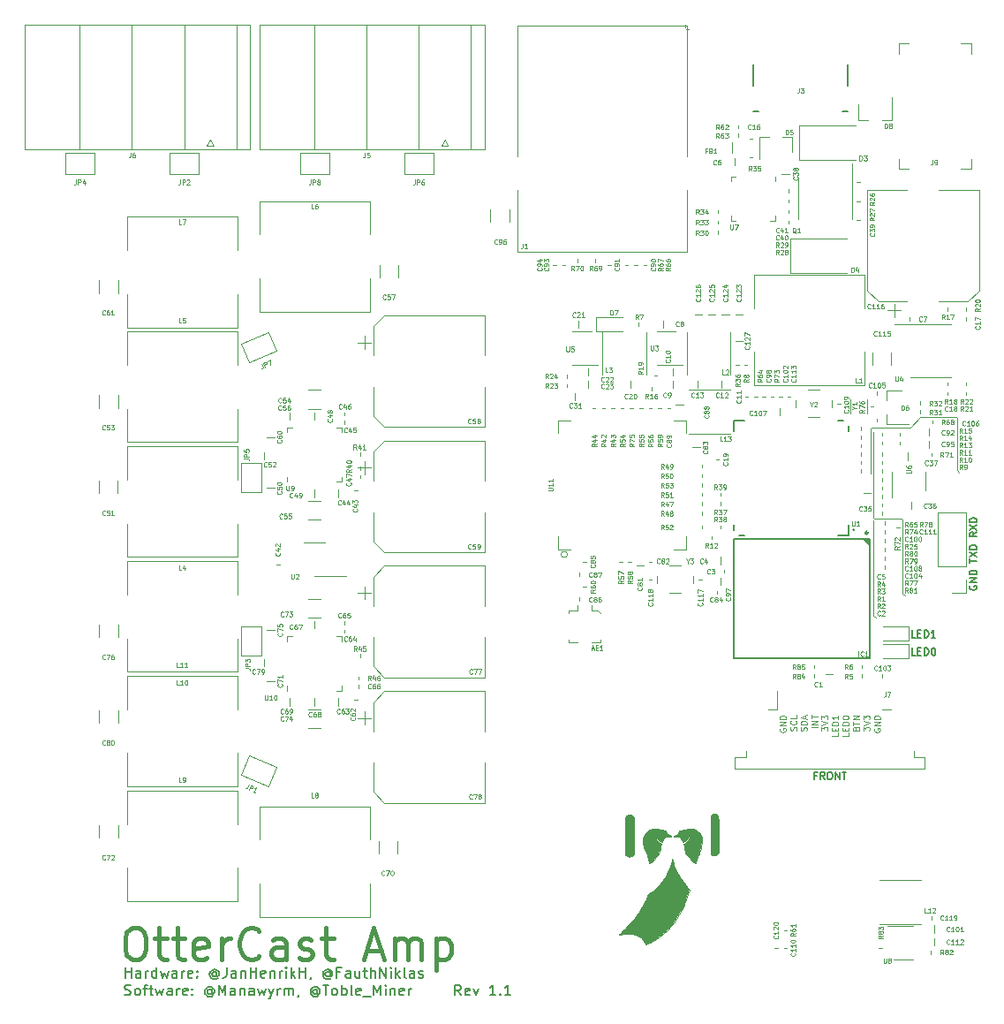
<source format=gto>
G04 #@! TF.GenerationSoftware,KiCad,Pcbnew,5.1.5+dfsg1-2build2*
G04 #@! TF.CreationDate,2021-03-03T11:45:42+01:00*
G04 #@! TF.ProjectId,OtterCastAmp,4f747465-7243-4617-9374-416d702e6b69,rev?*
G04 #@! TF.SameCoordinates,Original*
G04 #@! TF.FileFunction,Legend,Top*
G04 #@! TF.FilePolarity,Positive*
%FSLAX46Y46*%
G04 Gerber Fmt 4.6, Leading zero omitted, Abs format (unit mm)*
G04 Created by KiCad (PCBNEW 5.1.5+dfsg1-2build2) date 2021-03-03 11:45:42*
%MOMM*%
%LPD*%
G04 APERTURE LIST*
%ADD10C,0.180000*%
%ADD11C,0.400000*%
%ADD12C,0.150000*%
%ADD13C,0.125000*%
%ADD14C,0.100000*%
%ADD15C,0.120000*%
%ADD16C,0.010000*%
%ADD17C,0.250000*%
%ADD18C,0.127000*%
%ADD19C,0.050000*%
G04 APERTURE END LIST*
D10*
X111855095Y-140112380D02*
X111855095Y-139112380D01*
X111855095Y-139588571D02*
X112426523Y-139588571D01*
X112426523Y-140112380D02*
X112426523Y-139112380D01*
X113331285Y-140112380D02*
X113331285Y-139588571D01*
X113283666Y-139493333D01*
X113188428Y-139445714D01*
X112997952Y-139445714D01*
X112902714Y-139493333D01*
X113331285Y-140064761D02*
X113236047Y-140112380D01*
X112997952Y-140112380D01*
X112902714Y-140064761D01*
X112855095Y-139969523D01*
X112855095Y-139874285D01*
X112902714Y-139779047D01*
X112997952Y-139731428D01*
X113236047Y-139731428D01*
X113331285Y-139683809D01*
X113807476Y-140112380D02*
X113807476Y-139445714D01*
X113807476Y-139636190D02*
X113855095Y-139540952D01*
X113902714Y-139493333D01*
X113997952Y-139445714D01*
X114093190Y-139445714D01*
X114855095Y-140112380D02*
X114855095Y-139112380D01*
X114855095Y-140064761D02*
X114759857Y-140112380D01*
X114569380Y-140112380D01*
X114474142Y-140064761D01*
X114426523Y-140017142D01*
X114378904Y-139921904D01*
X114378904Y-139636190D01*
X114426523Y-139540952D01*
X114474142Y-139493333D01*
X114569380Y-139445714D01*
X114759857Y-139445714D01*
X114855095Y-139493333D01*
X115236047Y-139445714D02*
X115426523Y-140112380D01*
X115617000Y-139636190D01*
X115807476Y-140112380D01*
X115997952Y-139445714D01*
X116807476Y-140112380D02*
X116807476Y-139588571D01*
X116759857Y-139493333D01*
X116664619Y-139445714D01*
X116474142Y-139445714D01*
X116378904Y-139493333D01*
X116807476Y-140064761D02*
X116712238Y-140112380D01*
X116474142Y-140112380D01*
X116378904Y-140064761D01*
X116331285Y-139969523D01*
X116331285Y-139874285D01*
X116378904Y-139779047D01*
X116474142Y-139731428D01*
X116712238Y-139731428D01*
X116807476Y-139683809D01*
X117283666Y-140112380D02*
X117283666Y-139445714D01*
X117283666Y-139636190D02*
X117331285Y-139540952D01*
X117378904Y-139493333D01*
X117474142Y-139445714D01*
X117569380Y-139445714D01*
X118283666Y-140064761D02*
X118188428Y-140112380D01*
X117997952Y-140112380D01*
X117902714Y-140064761D01*
X117855095Y-139969523D01*
X117855095Y-139588571D01*
X117902714Y-139493333D01*
X117997952Y-139445714D01*
X118188428Y-139445714D01*
X118283666Y-139493333D01*
X118331285Y-139588571D01*
X118331285Y-139683809D01*
X117855095Y-139779047D01*
X118759857Y-140017142D02*
X118807476Y-140064761D01*
X118759857Y-140112380D01*
X118712238Y-140064761D01*
X118759857Y-140017142D01*
X118759857Y-140112380D01*
X118759857Y-139493333D02*
X118807476Y-139540952D01*
X118759857Y-139588571D01*
X118712238Y-139540952D01*
X118759857Y-139493333D01*
X118759857Y-139588571D01*
X120617000Y-139636190D02*
X120569380Y-139588571D01*
X120474142Y-139540952D01*
X120378904Y-139540952D01*
X120283666Y-139588571D01*
X120236047Y-139636190D01*
X120188428Y-139731428D01*
X120188428Y-139826666D01*
X120236047Y-139921904D01*
X120283666Y-139969523D01*
X120378904Y-140017142D01*
X120474142Y-140017142D01*
X120569380Y-139969523D01*
X120617000Y-139921904D01*
X120617000Y-139540952D02*
X120617000Y-139921904D01*
X120664619Y-139969523D01*
X120712238Y-139969523D01*
X120807476Y-139921904D01*
X120855095Y-139826666D01*
X120855095Y-139588571D01*
X120759857Y-139445714D01*
X120617000Y-139350476D01*
X120426523Y-139302857D01*
X120236047Y-139350476D01*
X120093190Y-139445714D01*
X119997952Y-139588571D01*
X119950333Y-139779047D01*
X119997952Y-139969523D01*
X120093190Y-140112380D01*
X120236047Y-140207619D01*
X120426523Y-140255238D01*
X120617000Y-140207619D01*
X120759857Y-140112380D01*
X121569380Y-139112380D02*
X121569380Y-139826666D01*
X121521761Y-139969523D01*
X121426523Y-140064761D01*
X121283666Y-140112380D01*
X121188428Y-140112380D01*
X122474142Y-140112380D02*
X122474142Y-139588571D01*
X122426523Y-139493333D01*
X122331285Y-139445714D01*
X122140809Y-139445714D01*
X122045571Y-139493333D01*
X122474142Y-140064761D02*
X122378904Y-140112380D01*
X122140809Y-140112380D01*
X122045571Y-140064761D01*
X121997952Y-139969523D01*
X121997952Y-139874285D01*
X122045571Y-139779047D01*
X122140809Y-139731428D01*
X122378904Y-139731428D01*
X122474142Y-139683809D01*
X122950333Y-139445714D02*
X122950333Y-140112380D01*
X122950333Y-139540952D02*
X122997952Y-139493333D01*
X123093190Y-139445714D01*
X123236047Y-139445714D01*
X123331285Y-139493333D01*
X123378904Y-139588571D01*
X123378904Y-140112380D01*
X123855095Y-140112380D02*
X123855095Y-139112380D01*
X123855095Y-139588571D02*
X124426523Y-139588571D01*
X124426523Y-140112380D02*
X124426523Y-139112380D01*
X125283666Y-140064761D02*
X125188428Y-140112380D01*
X124997952Y-140112380D01*
X124902714Y-140064761D01*
X124855095Y-139969523D01*
X124855095Y-139588571D01*
X124902714Y-139493333D01*
X124997952Y-139445714D01*
X125188428Y-139445714D01*
X125283666Y-139493333D01*
X125331285Y-139588571D01*
X125331285Y-139683809D01*
X124855095Y-139779047D01*
X125759857Y-139445714D02*
X125759857Y-140112380D01*
X125759857Y-139540952D02*
X125807476Y-139493333D01*
X125902714Y-139445714D01*
X126045571Y-139445714D01*
X126140809Y-139493333D01*
X126188428Y-139588571D01*
X126188428Y-140112380D01*
X126664619Y-140112380D02*
X126664619Y-139445714D01*
X126664619Y-139636190D02*
X126712238Y-139540952D01*
X126759857Y-139493333D01*
X126855095Y-139445714D01*
X126950333Y-139445714D01*
X127283666Y-140112380D02*
X127283666Y-139445714D01*
X127283666Y-139112380D02*
X127236047Y-139160000D01*
X127283666Y-139207619D01*
X127331285Y-139160000D01*
X127283666Y-139112380D01*
X127283666Y-139207619D01*
X127759857Y-140112380D02*
X127759857Y-139112380D01*
X127855095Y-139731428D02*
X128140809Y-140112380D01*
X128140809Y-139445714D02*
X127759857Y-139826666D01*
X128569380Y-140112380D02*
X128569380Y-139112380D01*
X128569380Y-139588571D02*
X129140809Y-139588571D01*
X129140809Y-140112380D02*
X129140809Y-139112380D01*
X129664619Y-140064761D02*
X129664619Y-140112380D01*
X129617000Y-140207619D01*
X129569380Y-140255238D01*
X131474142Y-139636190D02*
X131426523Y-139588571D01*
X131331285Y-139540952D01*
X131236047Y-139540952D01*
X131140809Y-139588571D01*
X131093190Y-139636190D01*
X131045571Y-139731428D01*
X131045571Y-139826666D01*
X131093190Y-139921904D01*
X131140809Y-139969523D01*
X131236047Y-140017142D01*
X131331285Y-140017142D01*
X131426523Y-139969523D01*
X131474142Y-139921904D01*
X131474142Y-139540952D02*
X131474142Y-139921904D01*
X131521761Y-139969523D01*
X131569380Y-139969523D01*
X131664619Y-139921904D01*
X131712238Y-139826666D01*
X131712238Y-139588571D01*
X131617000Y-139445714D01*
X131474142Y-139350476D01*
X131283666Y-139302857D01*
X131093190Y-139350476D01*
X130950333Y-139445714D01*
X130855095Y-139588571D01*
X130807476Y-139779047D01*
X130855095Y-139969523D01*
X130950333Y-140112380D01*
X131093190Y-140207619D01*
X131283666Y-140255238D01*
X131474142Y-140207619D01*
X131617000Y-140112380D01*
X132474142Y-139588571D02*
X132140809Y-139588571D01*
X132140809Y-140112380D02*
X132140809Y-139112380D01*
X132617000Y-139112380D01*
X133426523Y-140112380D02*
X133426523Y-139588571D01*
X133378904Y-139493333D01*
X133283666Y-139445714D01*
X133093190Y-139445714D01*
X132997952Y-139493333D01*
X133426523Y-140064761D02*
X133331285Y-140112380D01*
X133093190Y-140112380D01*
X132997952Y-140064761D01*
X132950333Y-139969523D01*
X132950333Y-139874285D01*
X132997952Y-139779047D01*
X133093190Y-139731428D01*
X133331285Y-139731428D01*
X133426523Y-139683809D01*
X134331285Y-139445714D02*
X134331285Y-140112380D01*
X133902714Y-139445714D02*
X133902714Y-139969523D01*
X133950333Y-140064761D01*
X134045571Y-140112380D01*
X134188428Y-140112380D01*
X134283666Y-140064761D01*
X134331285Y-140017142D01*
X134664619Y-139445714D02*
X135045571Y-139445714D01*
X134807476Y-139112380D02*
X134807476Y-139969523D01*
X134855095Y-140064761D01*
X134950333Y-140112380D01*
X135045571Y-140112380D01*
X135378904Y-140112380D02*
X135378904Y-139112380D01*
X135807476Y-140112380D02*
X135807476Y-139588571D01*
X135759857Y-139493333D01*
X135664619Y-139445714D01*
X135521761Y-139445714D01*
X135426523Y-139493333D01*
X135378904Y-139540952D01*
X136283666Y-140112380D02*
X136283666Y-139112380D01*
X136855095Y-140112380D01*
X136855095Y-139112380D01*
X137331285Y-140112380D02*
X137331285Y-139445714D01*
X137331285Y-139112380D02*
X137283666Y-139160000D01*
X137331285Y-139207619D01*
X137378904Y-139160000D01*
X137331285Y-139112380D01*
X137331285Y-139207619D01*
X137807476Y-140112380D02*
X137807476Y-139112380D01*
X137902714Y-139731428D02*
X138188428Y-140112380D01*
X138188428Y-139445714D02*
X137807476Y-139826666D01*
X138759857Y-140112380D02*
X138664619Y-140064761D01*
X138617000Y-139969523D01*
X138617000Y-139112380D01*
X139569380Y-140112380D02*
X139569380Y-139588571D01*
X139521761Y-139493333D01*
X139426523Y-139445714D01*
X139236047Y-139445714D01*
X139140809Y-139493333D01*
X139569380Y-140064761D02*
X139474142Y-140112380D01*
X139236047Y-140112380D01*
X139140809Y-140064761D01*
X139093190Y-139969523D01*
X139093190Y-139874285D01*
X139140809Y-139779047D01*
X139236047Y-139731428D01*
X139474142Y-139731428D01*
X139569380Y-139683809D01*
X139997952Y-140064761D02*
X140093190Y-140112380D01*
X140283666Y-140112380D01*
X140378904Y-140064761D01*
X140426523Y-139969523D01*
X140426523Y-139921904D01*
X140378904Y-139826666D01*
X140283666Y-139779047D01*
X140140809Y-139779047D01*
X140045571Y-139731428D01*
X139997952Y-139636190D01*
X139997952Y-139588571D01*
X140045571Y-139493333D01*
X140140809Y-139445714D01*
X140283666Y-139445714D01*
X140378904Y-139493333D01*
X111807476Y-141744761D02*
X111950333Y-141792380D01*
X112188428Y-141792380D01*
X112283666Y-141744761D01*
X112331285Y-141697142D01*
X112378904Y-141601904D01*
X112378904Y-141506666D01*
X112331285Y-141411428D01*
X112283666Y-141363809D01*
X112188428Y-141316190D01*
X111997952Y-141268571D01*
X111902714Y-141220952D01*
X111855095Y-141173333D01*
X111807476Y-141078095D01*
X111807476Y-140982857D01*
X111855095Y-140887619D01*
X111902714Y-140840000D01*
X111997952Y-140792380D01*
X112236047Y-140792380D01*
X112378904Y-140840000D01*
X112950333Y-141792380D02*
X112855095Y-141744761D01*
X112807476Y-141697142D01*
X112759857Y-141601904D01*
X112759857Y-141316190D01*
X112807476Y-141220952D01*
X112855095Y-141173333D01*
X112950333Y-141125714D01*
X113093190Y-141125714D01*
X113188428Y-141173333D01*
X113236047Y-141220952D01*
X113283666Y-141316190D01*
X113283666Y-141601904D01*
X113236047Y-141697142D01*
X113188428Y-141744761D01*
X113093190Y-141792380D01*
X112950333Y-141792380D01*
X113569380Y-141125714D02*
X113950333Y-141125714D01*
X113712238Y-141792380D02*
X113712238Y-140935238D01*
X113759857Y-140840000D01*
X113855095Y-140792380D01*
X113950333Y-140792380D01*
X114140809Y-141125714D02*
X114521761Y-141125714D01*
X114283666Y-140792380D02*
X114283666Y-141649523D01*
X114331285Y-141744761D01*
X114426523Y-141792380D01*
X114521761Y-141792380D01*
X114759857Y-141125714D02*
X114950333Y-141792380D01*
X115140809Y-141316190D01*
X115331285Y-141792380D01*
X115521761Y-141125714D01*
X116331285Y-141792380D02*
X116331285Y-141268571D01*
X116283666Y-141173333D01*
X116188428Y-141125714D01*
X115997952Y-141125714D01*
X115902714Y-141173333D01*
X116331285Y-141744761D02*
X116236047Y-141792380D01*
X115997952Y-141792380D01*
X115902714Y-141744761D01*
X115855095Y-141649523D01*
X115855095Y-141554285D01*
X115902714Y-141459047D01*
X115997952Y-141411428D01*
X116236047Y-141411428D01*
X116331285Y-141363809D01*
X116807476Y-141792380D02*
X116807476Y-141125714D01*
X116807476Y-141316190D02*
X116855095Y-141220952D01*
X116902714Y-141173333D01*
X116997952Y-141125714D01*
X117093190Y-141125714D01*
X117807476Y-141744761D02*
X117712238Y-141792380D01*
X117521761Y-141792380D01*
X117426523Y-141744761D01*
X117378904Y-141649523D01*
X117378904Y-141268571D01*
X117426523Y-141173333D01*
X117521761Y-141125714D01*
X117712238Y-141125714D01*
X117807476Y-141173333D01*
X117855095Y-141268571D01*
X117855095Y-141363809D01*
X117378904Y-141459047D01*
X118283666Y-141697142D02*
X118331285Y-141744761D01*
X118283666Y-141792380D01*
X118236047Y-141744761D01*
X118283666Y-141697142D01*
X118283666Y-141792380D01*
X118283666Y-141173333D02*
X118331285Y-141220952D01*
X118283666Y-141268571D01*
X118236047Y-141220952D01*
X118283666Y-141173333D01*
X118283666Y-141268571D01*
X120140809Y-141316190D02*
X120093190Y-141268571D01*
X119997952Y-141220952D01*
X119902714Y-141220952D01*
X119807476Y-141268571D01*
X119759857Y-141316190D01*
X119712238Y-141411428D01*
X119712238Y-141506666D01*
X119759857Y-141601904D01*
X119807476Y-141649523D01*
X119902714Y-141697142D01*
X119997952Y-141697142D01*
X120093190Y-141649523D01*
X120140809Y-141601904D01*
X120140809Y-141220952D02*
X120140809Y-141601904D01*
X120188428Y-141649523D01*
X120236047Y-141649523D01*
X120331285Y-141601904D01*
X120378904Y-141506666D01*
X120378904Y-141268571D01*
X120283666Y-141125714D01*
X120140809Y-141030476D01*
X119950333Y-140982857D01*
X119759857Y-141030476D01*
X119617000Y-141125714D01*
X119521761Y-141268571D01*
X119474142Y-141459047D01*
X119521761Y-141649523D01*
X119617000Y-141792380D01*
X119759857Y-141887619D01*
X119950333Y-141935238D01*
X120140809Y-141887619D01*
X120283666Y-141792380D01*
X120807476Y-141792380D02*
X120807476Y-140792380D01*
X121140809Y-141506666D01*
X121474142Y-140792380D01*
X121474142Y-141792380D01*
X122378904Y-141792380D02*
X122378904Y-141268571D01*
X122331285Y-141173333D01*
X122236047Y-141125714D01*
X122045571Y-141125714D01*
X121950333Y-141173333D01*
X122378904Y-141744761D02*
X122283666Y-141792380D01*
X122045571Y-141792380D01*
X121950333Y-141744761D01*
X121902714Y-141649523D01*
X121902714Y-141554285D01*
X121950333Y-141459047D01*
X122045571Y-141411428D01*
X122283666Y-141411428D01*
X122378904Y-141363809D01*
X122855095Y-141125714D02*
X122855095Y-141792380D01*
X122855095Y-141220952D02*
X122902714Y-141173333D01*
X122997952Y-141125714D01*
X123140809Y-141125714D01*
X123236047Y-141173333D01*
X123283666Y-141268571D01*
X123283666Y-141792380D01*
X124188428Y-141792380D02*
X124188428Y-141268571D01*
X124140809Y-141173333D01*
X124045571Y-141125714D01*
X123855095Y-141125714D01*
X123759857Y-141173333D01*
X124188428Y-141744761D02*
X124093190Y-141792380D01*
X123855095Y-141792380D01*
X123759857Y-141744761D01*
X123712238Y-141649523D01*
X123712238Y-141554285D01*
X123759857Y-141459047D01*
X123855095Y-141411428D01*
X124093190Y-141411428D01*
X124188428Y-141363809D01*
X124569380Y-141125714D02*
X124759857Y-141792380D01*
X124950333Y-141316190D01*
X125140809Y-141792380D01*
X125331285Y-141125714D01*
X125617000Y-141125714D02*
X125855095Y-141792380D01*
X126093190Y-141125714D02*
X125855095Y-141792380D01*
X125759857Y-142030476D01*
X125712238Y-142078095D01*
X125617000Y-142125714D01*
X126474142Y-141792380D02*
X126474142Y-141125714D01*
X126474142Y-141316190D02*
X126521761Y-141220952D01*
X126569380Y-141173333D01*
X126664619Y-141125714D01*
X126759857Y-141125714D01*
X127093190Y-141792380D02*
X127093190Y-141125714D01*
X127093190Y-141220952D02*
X127140809Y-141173333D01*
X127236047Y-141125714D01*
X127378904Y-141125714D01*
X127474142Y-141173333D01*
X127521761Y-141268571D01*
X127521761Y-141792380D01*
X127521761Y-141268571D02*
X127569380Y-141173333D01*
X127664619Y-141125714D01*
X127807476Y-141125714D01*
X127902714Y-141173333D01*
X127950333Y-141268571D01*
X127950333Y-141792380D01*
X128474142Y-141744761D02*
X128474142Y-141792380D01*
X128426523Y-141887619D01*
X128378904Y-141935238D01*
X130283666Y-141316190D02*
X130236047Y-141268571D01*
X130140809Y-141220952D01*
X130045571Y-141220952D01*
X129950333Y-141268571D01*
X129902714Y-141316190D01*
X129855095Y-141411428D01*
X129855095Y-141506666D01*
X129902714Y-141601904D01*
X129950333Y-141649523D01*
X130045571Y-141697142D01*
X130140809Y-141697142D01*
X130236047Y-141649523D01*
X130283666Y-141601904D01*
X130283666Y-141220952D02*
X130283666Y-141601904D01*
X130331285Y-141649523D01*
X130378904Y-141649523D01*
X130474142Y-141601904D01*
X130521761Y-141506666D01*
X130521761Y-141268571D01*
X130426523Y-141125714D01*
X130283666Y-141030476D01*
X130093190Y-140982857D01*
X129902714Y-141030476D01*
X129759857Y-141125714D01*
X129664619Y-141268571D01*
X129617000Y-141459047D01*
X129664619Y-141649523D01*
X129759857Y-141792380D01*
X129902714Y-141887619D01*
X130093190Y-141935238D01*
X130283666Y-141887619D01*
X130426523Y-141792380D01*
X130807476Y-140792380D02*
X131378904Y-140792380D01*
X131093190Y-141792380D02*
X131093190Y-140792380D01*
X131855095Y-141792380D02*
X131759857Y-141744761D01*
X131712238Y-141697142D01*
X131664619Y-141601904D01*
X131664619Y-141316190D01*
X131712238Y-141220952D01*
X131759857Y-141173333D01*
X131855095Y-141125714D01*
X131997952Y-141125714D01*
X132093190Y-141173333D01*
X132140809Y-141220952D01*
X132188428Y-141316190D01*
X132188428Y-141601904D01*
X132140809Y-141697142D01*
X132093190Y-141744761D01*
X131997952Y-141792380D01*
X131855095Y-141792380D01*
X132617000Y-141792380D02*
X132617000Y-140792380D01*
X132617000Y-141173333D02*
X132712238Y-141125714D01*
X132902714Y-141125714D01*
X132997952Y-141173333D01*
X133045571Y-141220952D01*
X133093190Y-141316190D01*
X133093190Y-141601904D01*
X133045571Y-141697142D01*
X132997952Y-141744761D01*
X132902714Y-141792380D01*
X132712238Y-141792380D01*
X132617000Y-141744761D01*
X133664619Y-141792380D02*
X133569380Y-141744761D01*
X133521761Y-141649523D01*
X133521761Y-140792380D01*
X134426523Y-141744761D02*
X134331285Y-141792380D01*
X134140809Y-141792380D01*
X134045571Y-141744761D01*
X133997952Y-141649523D01*
X133997952Y-141268571D01*
X134045571Y-141173333D01*
X134140809Y-141125714D01*
X134331285Y-141125714D01*
X134426523Y-141173333D01*
X134474142Y-141268571D01*
X134474142Y-141363809D01*
X133997952Y-141459047D01*
X134664619Y-141887619D02*
X135426523Y-141887619D01*
X135664619Y-141792380D02*
X135664619Y-140792380D01*
X135997952Y-141506666D01*
X136331285Y-140792380D01*
X136331285Y-141792380D01*
X136807476Y-141792380D02*
X136807476Y-141125714D01*
X136807476Y-140792380D02*
X136759857Y-140840000D01*
X136807476Y-140887619D01*
X136855095Y-140840000D01*
X136807476Y-140792380D01*
X136807476Y-140887619D01*
X137283666Y-141125714D02*
X137283666Y-141792380D01*
X137283666Y-141220952D02*
X137331285Y-141173333D01*
X137426523Y-141125714D01*
X137569380Y-141125714D01*
X137664619Y-141173333D01*
X137712238Y-141268571D01*
X137712238Y-141792380D01*
X138569380Y-141744761D02*
X138474142Y-141792380D01*
X138283666Y-141792380D01*
X138188428Y-141744761D01*
X138140809Y-141649523D01*
X138140809Y-141268571D01*
X138188428Y-141173333D01*
X138283666Y-141125714D01*
X138474142Y-141125714D01*
X138569380Y-141173333D01*
X138617000Y-141268571D01*
X138617000Y-141363809D01*
X138140809Y-141459047D01*
X139045571Y-141792380D02*
X139045571Y-141125714D01*
X139045571Y-141316190D02*
X139093190Y-141220952D01*
X139140809Y-141173333D01*
X139236047Y-141125714D01*
X139331285Y-141125714D01*
X144045571Y-141792380D02*
X143712238Y-141316190D01*
X143474142Y-141792380D02*
X143474142Y-140792380D01*
X143855095Y-140792380D01*
X143950333Y-140840000D01*
X143997952Y-140887619D01*
X144045571Y-140982857D01*
X144045571Y-141125714D01*
X143997952Y-141220952D01*
X143950333Y-141268571D01*
X143855095Y-141316190D01*
X143474142Y-141316190D01*
X144855095Y-141744761D02*
X144759857Y-141792380D01*
X144569380Y-141792380D01*
X144474142Y-141744761D01*
X144426523Y-141649523D01*
X144426523Y-141268571D01*
X144474142Y-141173333D01*
X144569380Y-141125714D01*
X144759857Y-141125714D01*
X144855095Y-141173333D01*
X144902714Y-141268571D01*
X144902714Y-141363809D01*
X144426523Y-141459047D01*
X145236047Y-141125714D02*
X145474142Y-141792380D01*
X145712238Y-141125714D01*
X147378904Y-141792380D02*
X146807476Y-141792380D01*
X147093190Y-141792380D02*
X147093190Y-140792380D01*
X146997952Y-140935238D01*
X146902714Y-141030476D01*
X146807476Y-141078095D01*
X147807476Y-141697142D02*
X147855095Y-141744761D01*
X147807476Y-141792380D01*
X147759857Y-141744761D01*
X147807476Y-141697142D01*
X147807476Y-141792380D01*
X148807476Y-141792380D02*
X148236047Y-141792380D01*
X148521761Y-141792380D02*
X148521761Y-140792380D01*
X148426523Y-140935238D01*
X148331285Y-141030476D01*
X148236047Y-141078095D01*
D11*
X112545714Y-135357142D02*
X113117142Y-135357142D01*
X113402857Y-135500000D01*
X113688571Y-135785714D01*
X113831428Y-136357142D01*
X113831428Y-137357142D01*
X113688571Y-137928571D01*
X113402857Y-138214285D01*
X113117142Y-138357142D01*
X112545714Y-138357142D01*
X112260000Y-138214285D01*
X111974285Y-137928571D01*
X111831428Y-137357142D01*
X111831428Y-136357142D01*
X111974285Y-135785714D01*
X112260000Y-135500000D01*
X112545714Y-135357142D01*
X114688571Y-136357142D02*
X115831428Y-136357142D01*
X115117142Y-135357142D02*
X115117142Y-137928571D01*
X115260000Y-138214285D01*
X115545714Y-138357142D01*
X115831428Y-138357142D01*
X116402857Y-136357142D02*
X117545714Y-136357142D01*
X116831428Y-135357142D02*
X116831428Y-137928571D01*
X116974285Y-138214285D01*
X117260000Y-138357142D01*
X117545714Y-138357142D01*
X119688571Y-138214285D02*
X119402857Y-138357142D01*
X118831428Y-138357142D01*
X118545714Y-138214285D01*
X118402857Y-137928571D01*
X118402857Y-136785714D01*
X118545714Y-136500000D01*
X118831428Y-136357142D01*
X119402857Y-136357142D01*
X119688571Y-136500000D01*
X119831428Y-136785714D01*
X119831428Y-137071428D01*
X118402857Y-137357142D01*
X121117142Y-138357142D02*
X121117142Y-136357142D01*
X121117142Y-136928571D02*
X121260000Y-136642857D01*
X121402857Y-136500000D01*
X121688571Y-136357142D01*
X121974285Y-136357142D01*
X124688571Y-138071428D02*
X124545714Y-138214285D01*
X124117142Y-138357142D01*
X123831428Y-138357142D01*
X123402857Y-138214285D01*
X123117142Y-137928571D01*
X122974285Y-137642857D01*
X122831428Y-137071428D01*
X122831428Y-136642857D01*
X122974285Y-136071428D01*
X123117142Y-135785714D01*
X123402857Y-135500000D01*
X123831428Y-135357142D01*
X124117142Y-135357142D01*
X124545714Y-135500000D01*
X124688571Y-135642857D01*
X127260000Y-138357142D02*
X127260000Y-136785714D01*
X127117142Y-136500000D01*
X126831428Y-136357142D01*
X126260000Y-136357142D01*
X125974285Y-136500000D01*
X127260000Y-138214285D02*
X126974285Y-138357142D01*
X126260000Y-138357142D01*
X125974285Y-138214285D01*
X125831428Y-137928571D01*
X125831428Y-137642857D01*
X125974285Y-137357142D01*
X126260000Y-137214285D01*
X126974285Y-137214285D01*
X127260000Y-137071428D01*
X128545714Y-138214285D02*
X128831428Y-138357142D01*
X129402857Y-138357142D01*
X129688571Y-138214285D01*
X129831428Y-137928571D01*
X129831428Y-137785714D01*
X129688571Y-137500000D01*
X129402857Y-137357142D01*
X128974285Y-137357142D01*
X128688571Y-137214285D01*
X128545714Y-136928571D01*
X128545714Y-136785714D01*
X128688571Y-136500000D01*
X128974285Y-136357142D01*
X129402857Y-136357142D01*
X129688571Y-136500000D01*
X130688571Y-136357142D02*
X131831428Y-136357142D01*
X131117142Y-135357142D02*
X131117142Y-137928571D01*
X131260000Y-138214285D01*
X131545714Y-138357142D01*
X131831428Y-138357142D01*
X134974285Y-137500000D02*
X136402857Y-137500000D01*
X134688571Y-138357142D02*
X135688571Y-135357142D01*
X136688571Y-138357142D01*
X137688571Y-138357142D02*
X137688571Y-136357142D01*
X137688571Y-136642857D02*
X137831428Y-136500000D01*
X138117142Y-136357142D01*
X138545714Y-136357142D01*
X138831428Y-136500000D01*
X138974285Y-136785714D01*
X138974285Y-138357142D01*
X138974285Y-136785714D02*
X139117142Y-136500000D01*
X139402857Y-136357142D01*
X139831428Y-136357142D01*
X140117142Y-136500000D01*
X140260000Y-136785714D01*
X140260000Y-138357142D01*
X141688571Y-136357142D02*
X141688571Y-139357142D01*
X141688571Y-136500000D02*
X141974285Y-136357142D01*
X142545714Y-136357142D01*
X142831428Y-136500000D01*
X142974285Y-136642857D01*
X143117142Y-136928571D01*
X143117142Y-137785714D01*
X142974285Y-138071428D01*
X142831428Y-138214285D01*
X142545714Y-138357142D01*
X141974285Y-138357142D01*
X141688571Y-138214285D01*
D12*
X178150000Y-120750000D02*
X177916666Y-120750000D01*
X177916666Y-121116666D02*
X177916666Y-120416666D01*
X178250000Y-120416666D01*
X178916666Y-121116666D02*
X178683333Y-120783333D01*
X178516666Y-121116666D02*
X178516666Y-120416666D01*
X178783333Y-120416666D01*
X178850000Y-120450000D01*
X178883333Y-120483333D01*
X178916666Y-120550000D01*
X178916666Y-120650000D01*
X178883333Y-120716666D01*
X178850000Y-120750000D01*
X178783333Y-120783333D01*
X178516666Y-120783333D01*
X179350000Y-120416666D02*
X179483333Y-120416666D01*
X179550000Y-120450000D01*
X179616666Y-120516666D01*
X179650000Y-120650000D01*
X179650000Y-120883333D01*
X179616666Y-121016666D01*
X179550000Y-121083333D01*
X179483333Y-121116666D01*
X179350000Y-121116666D01*
X179283333Y-121083333D01*
X179216666Y-121016666D01*
X179183333Y-120883333D01*
X179183333Y-120650000D01*
X179216666Y-120516666D01*
X179283333Y-120450000D01*
X179350000Y-120416666D01*
X179950000Y-121116666D02*
X179950000Y-120416666D01*
X180350000Y-121116666D01*
X180350000Y-120416666D01*
X180583333Y-120416666D02*
X180983333Y-120416666D01*
X180783333Y-121116666D02*
X180783333Y-120416666D01*
D13*
X174646250Y-116252678D02*
X174618392Y-116309821D01*
X174618392Y-116395535D01*
X174646250Y-116481250D01*
X174701964Y-116538392D01*
X174757678Y-116566964D01*
X174869107Y-116595535D01*
X174952678Y-116595535D01*
X175064107Y-116566964D01*
X175119821Y-116538392D01*
X175175535Y-116481250D01*
X175203392Y-116395535D01*
X175203392Y-116338392D01*
X175175535Y-116252678D01*
X175147678Y-116224107D01*
X174952678Y-116224107D01*
X174952678Y-116338392D01*
X175203392Y-115966964D02*
X174618392Y-115966964D01*
X175203392Y-115624107D01*
X174618392Y-115624107D01*
X175203392Y-115338392D02*
X174618392Y-115338392D01*
X174618392Y-115195535D01*
X174646250Y-115109821D01*
X174701964Y-115052678D01*
X174757678Y-115024107D01*
X174869107Y-114995535D01*
X174952678Y-114995535D01*
X175064107Y-115024107D01*
X175119821Y-115052678D01*
X175175535Y-115109821D01*
X175203392Y-115195535D01*
X175203392Y-115338392D01*
X176178035Y-116424107D02*
X176205892Y-116338392D01*
X176205892Y-116195535D01*
X176178035Y-116138392D01*
X176150178Y-116109821D01*
X176094464Y-116081250D01*
X176038750Y-116081250D01*
X175983035Y-116109821D01*
X175955178Y-116138392D01*
X175927321Y-116195535D01*
X175899464Y-116309821D01*
X175871607Y-116366964D01*
X175843750Y-116395535D01*
X175788035Y-116424107D01*
X175732321Y-116424107D01*
X175676607Y-116395535D01*
X175648750Y-116366964D01*
X175620892Y-116309821D01*
X175620892Y-116166964D01*
X175648750Y-116081250D01*
X176150178Y-115481250D02*
X176178035Y-115509821D01*
X176205892Y-115595535D01*
X176205892Y-115652678D01*
X176178035Y-115738392D01*
X176122321Y-115795535D01*
X176066607Y-115824107D01*
X175955178Y-115852678D01*
X175871607Y-115852678D01*
X175760178Y-115824107D01*
X175704464Y-115795535D01*
X175648750Y-115738392D01*
X175620892Y-115652678D01*
X175620892Y-115595535D01*
X175648750Y-115509821D01*
X175676607Y-115481250D01*
X176205892Y-114938392D02*
X176205892Y-115224107D01*
X175620892Y-115224107D01*
X177180535Y-116452678D02*
X177208392Y-116366964D01*
X177208392Y-116224107D01*
X177180535Y-116166964D01*
X177152678Y-116138392D01*
X177096964Y-116109821D01*
X177041250Y-116109821D01*
X176985535Y-116138392D01*
X176957678Y-116166964D01*
X176929821Y-116224107D01*
X176901964Y-116338392D01*
X176874107Y-116395535D01*
X176846250Y-116424107D01*
X176790535Y-116452678D01*
X176734821Y-116452678D01*
X176679107Y-116424107D01*
X176651250Y-116395535D01*
X176623392Y-116338392D01*
X176623392Y-116195535D01*
X176651250Y-116109821D01*
X177208392Y-115852678D02*
X176623392Y-115852678D01*
X176623392Y-115709821D01*
X176651250Y-115624107D01*
X176706964Y-115566964D01*
X176762678Y-115538392D01*
X176874107Y-115509821D01*
X176957678Y-115509821D01*
X177069107Y-115538392D01*
X177124821Y-115566964D01*
X177180535Y-115624107D01*
X177208392Y-115709821D01*
X177208392Y-115852678D01*
X177041250Y-115281250D02*
X177041250Y-114995535D01*
X177208392Y-115338392D02*
X176623392Y-115138392D01*
X177208392Y-114938392D01*
X178210892Y-116109821D02*
X177625892Y-116109821D01*
X178210892Y-115824107D02*
X177625892Y-115824107D01*
X178210892Y-115481250D01*
X177625892Y-115481250D01*
X177625892Y-115281250D02*
X177625892Y-114938392D01*
X178210892Y-115109821D02*
X177625892Y-115109821D01*
X178628392Y-116452678D02*
X178628392Y-116081250D01*
X178851250Y-116281250D01*
X178851250Y-116195535D01*
X178879107Y-116138392D01*
X178906964Y-116109821D01*
X178962678Y-116081250D01*
X179101964Y-116081250D01*
X179157678Y-116109821D01*
X179185535Y-116138392D01*
X179213392Y-116195535D01*
X179213392Y-116366964D01*
X179185535Y-116424107D01*
X179157678Y-116452678D01*
X178628392Y-115909821D02*
X179213392Y-115709821D01*
X178628392Y-115509821D01*
X178628392Y-115366964D02*
X178628392Y-114995535D01*
X178851250Y-115195535D01*
X178851250Y-115109821D01*
X178879107Y-115052678D01*
X178906964Y-115024107D01*
X178962678Y-114995535D01*
X179101964Y-114995535D01*
X179157678Y-115024107D01*
X179185535Y-115052678D01*
X179213392Y-115109821D01*
X179213392Y-115281250D01*
X179185535Y-115338392D01*
X179157678Y-115366964D01*
X180215892Y-116652678D02*
X180215892Y-116938392D01*
X179630892Y-116938392D01*
X179909464Y-116452678D02*
X179909464Y-116252678D01*
X180215892Y-116166964D02*
X180215892Y-116452678D01*
X179630892Y-116452678D01*
X179630892Y-116166964D01*
X180215892Y-115909821D02*
X179630892Y-115909821D01*
X179630892Y-115766964D01*
X179658750Y-115681250D01*
X179714464Y-115624107D01*
X179770178Y-115595535D01*
X179881607Y-115566964D01*
X179965178Y-115566964D01*
X180076607Y-115595535D01*
X180132321Y-115624107D01*
X180188035Y-115681250D01*
X180215892Y-115766964D01*
X180215892Y-115909821D01*
X180215892Y-114995535D02*
X180215892Y-115338392D01*
X180215892Y-115166964D02*
X179630892Y-115166964D01*
X179714464Y-115224107D01*
X179770178Y-115281250D01*
X179798035Y-115338392D01*
X181218392Y-116652678D02*
X181218392Y-116938392D01*
X180633392Y-116938392D01*
X180911964Y-116452678D02*
X180911964Y-116252678D01*
X181218392Y-116166964D02*
X181218392Y-116452678D01*
X180633392Y-116452678D01*
X180633392Y-116166964D01*
X181218392Y-115909821D02*
X180633392Y-115909821D01*
X180633392Y-115766964D01*
X180661250Y-115681250D01*
X180716964Y-115624107D01*
X180772678Y-115595535D01*
X180884107Y-115566964D01*
X180967678Y-115566964D01*
X181079107Y-115595535D01*
X181134821Y-115624107D01*
X181190535Y-115681250D01*
X181218392Y-115766964D01*
X181218392Y-115909821D01*
X180633392Y-115195535D02*
X180633392Y-115138392D01*
X180661250Y-115081250D01*
X180689107Y-115052678D01*
X180744821Y-115024107D01*
X180856250Y-114995535D01*
X180995535Y-114995535D01*
X181106964Y-115024107D01*
X181162678Y-115052678D01*
X181190535Y-115081250D01*
X181218392Y-115138392D01*
X181218392Y-115195535D01*
X181190535Y-115252678D01*
X181162678Y-115281250D01*
X181106964Y-115309821D01*
X180995535Y-115338392D01*
X180856250Y-115338392D01*
X180744821Y-115309821D01*
X180689107Y-115281250D01*
X180661250Y-115252678D01*
X180633392Y-115195535D01*
X181914464Y-116224107D02*
X181942321Y-116138392D01*
X181970178Y-116109821D01*
X182025892Y-116081250D01*
X182109464Y-116081250D01*
X182165178Y-116109821D01*
X182193035Y-116138392D01*
X182220892Y-116195535D01*
X182220892Y-116424107D01*
X181635892Y-116424107D01*
X181635892Y-116224107D01*
X181663750Y-116166964D01*
X181691607Y-116138392D01*
X181747321Y-116109821D01*
X181803035Y-116109821D01*
X181858750Y-116138392D01*
X181886607Y-116166964D01*
X181914464Y-116224107D01*
X181914464Y-116424107D01*
X181635892Y-115909821D02*
X181635892Y-115566964D01*
X182220892Y-115738392D02*
X181635892Y-115738392D01*
X182220892Y-115366964D02*
X181635892Y-115366964D01*
X182220892Y-115024107D01*
X181635892Y-115024107D01*
X182638392Y-116452678D02*
X182638392Y-116081250D01*
X182861250Y-116281250D01*
X182861250Y-116195535D01*
X182889107Y-116138392D01*
X182916964Y-116109821D01*
X182972678Y-116081250D01*
X183111964Y-116081250D01*
X183167678Y-116109821D01*
X183195535Y-116138392D01*
X183223392Y-116195535D01*
X183223392Y-116366964D01*
X183195535Y-116424107D01*
X183167678Y-116452678D01*
X182638392Y-115909821D02*
X183223392Y-115709821D01*
X182638392Y-115509821D01*
X182638392Y-115366964D02*
X182638392Y-114995535D01*
X182861250Y-115195535D01*
X182861250Y-115109821D01*
X182889107Y-115052678D01*
X182916964Y-115024107D01*
X182972678Y-114995535D01*
X183111964Y-114995535D01*
X183167678Y-115024107D01*
X183195535Y-115052678D01*
X183223392Y-115109821D01*
X183223392Y-115281250D01*
X183195535Y-115338392D01*
X183167678Y-115366964D01*
X183668750Y-116252678D02*
X183640892Y-116309821D01*
X183640892Y-116395535D01*
X183668750Y-116481250D01*
X183724464Y-116538392D01*
X183780178Y-116566964D01*
X183891607Y-116595535D01*
X183975178Y-116595535D01*
X184086607Y-116566964D01*
X184142321Y-116538392D01*
X184198035Y-116481250D01*
X184225892Y-116395535D01*
X184225892Y-116338392D01*
X184198035Y-116252678D01*
X184170178Y-116224107D01*
X183975178Y-116224107D01*
X183975178Y-116338392D01*
X184225892Y-115966964D02*
X183640892Y-115966964D01*
X184225892Y-115624107D01*
X183640892Y-115624107D01*
X184225892Y-115338392D02*
X183640892Y-115338392D01*
X183640892Y-115195535D01*
X183668750Y-115109821D01*
X183724464Y-115052678D01*
X183780178Y-115024107D01*
X183891607Y-114995535D01*
X183975178Y-114995535D01*
X184086607Y-115024107D01*
X184142321Y-115052678D01*
X184198035Y-115109821D01*
X184225892Y-115195535D01*
X184225892Y-115338392D01*
D12*
X192850000Y-102550000D02*
X192816666Y-102616666D01*
X192816666Y-102716666D01*
X192850000Y-102816666D01*
X192916666Y-102883333D01*
X192983333Y-102916666D01*
X193116666Y-102950000D01*
X193216666Y-102950000D01*
X193350000Y-102916666D01*
X193416666Y-102883333D01*
X193483333Y-102816666D01*
X193516666Y-102716666D01*
X193516666Y-102650000D01*
X193483333Y-102550000D01*
X193450000Y-102516666D01*
X193216666Y-102516666D01*
X193216666Y-102650000D01*
X193516666Y-102216666D02*
X192816666Y-102216666D01*
X193516666Y-101816666D01*
X192816666Y-101816666D01*
X193516666Y-101483333D02*
X192816666Y-101483333D01*
X192816666Y-101316666D01*
X192850000Y-101216666D01*
X192916666Y-101150000D01*
X192983333Y-101116666D01*
X193116666Y-101083333D01*
X193216666Y-101083333D01*
X193350000Y-101116666D01*
X193416666Y-101150000D01*
X193483333Y-101216666D01*
X193516666Y-101316666D01*
X193516666Y-101483333D01*
X192816666Y-100350000D02*
X192816666Y-99950000D01*
X193516666Y-100150000D02*
X192816666Y-100150000D01*
X192816666Y-99783333D02*
X193516666Y-99316666D01*
X192816666Y-99316666D02*
X193516666Y-99783333D01*
X193516666Y-99050000D02*
X192816666Y-99050000D01*
X192816666Y-98883333D01*
X192850000Y-98783333D01*
X192916666Y-98716666D01*
X192983333Y-98683333D01*
X193116666Y-98650000D01*
X193216666Y-98650000D01*
X193350000Y-98683333D01*
X193416666Y-98716666D01*
X193483333Y-98783333D01*
X193516666Y-98883333D01*
X193516666Y-99050000D01*
X193516666Y-97416666D02*
X193183333Y-97650000D01*
X193516666Y-97816666D02*
X192816666Y-97816666D01*
X192816666Y-97550000D01*
X192850000Y-97483333D01*
X192883333Y-97450000D01*
X192950000Y-97416666D01*
X193050000Y-97416666D01*
X193116666Y-97450000D01*
X193150000Y-97483333D01*
X193183333Y-97550000D01*
X193183333Y-97816666D01*
X192816666Y-97183333D02*
X193516666Y-96716666D01*
X192816666Y-96716666D02*
X193516666Y-97183333D01*
X193516666Y-96450000D02*
X192816666Y-96450000D01*
X192816666Y-96283333D01*
X192850000Y-96183333D01*
X192916666Y-96116666D01*
X192983333Y-96083333D01*
X193116666Y-96050000D01*
X193216666Y-96050000D01*
X193350000Y-96083333D01*
X193416666Y-96116666D01*
X193483333Y-96183333D01*
X193516666Y-96283333D01*
X193516666Y-96450000D01*
D14*
X191600000Y-91500000D02*
X191800000Y-91700000D01*
X191600000Y-86500000D02*
X191600000Y-91500000D01*
X191500000Y-86400000D02*
X191600000Y-86500000D01*
X188100000Y-86400000D02*
X191500000Y-86400000D01*
X187100000Y-87400000D02*
X188100000Y-86400000D01*
X187000000Y-87400000D02*
X187100000Y-87400000D01*
X183400000Y-87400000D02*
X187000000Y-87400000D01*
X183300000Y-87500000D02*
X183400000Y-87400000D01*
X183300000Y-91800000D02*
X183300000Y-87500000D01*
X186400000Y-103300000D02*
X186600000Y-103500000D01*
X186400000Y-96200000D02*
X186400000Y-103300000D01*
X186300000Y-96100000D02*
X186400000Y-96200000D01*
X183700000Y-96100000D02*
X186300000Y-96100000D01*
X183600000Y-96000000D02*
X183700000Y-96100000D01*
X183600000Y-87800000D02*
X183600000Y-96000000D01*
X183600000Y-105400000D02*
X183800000Y-105600000D01*
X183600000Y-105300000D02*
X183600000Y-105400000D01*
X183600000Y-96300000D02*
X183600000Y-105300000D01*
D12*
X187616666Y-109216666D02*
X187283333Y-109216666D01*
X187283333Y-108516666D01*
X187850000Y-108850000D02*
X188083333Y-108850000D01*
X188183333Y-109216666D02*
X187850000Y-109216666D01*
X187850000Y-108516666D01*
X188183333Y-108516666D01*
X188483333Y-109216666D02*
X188483333Y-108516666D01*
X188650000Y-108516666D01*
X188750000Y-108550000D01*
X188816666Y-108616666D01*
X188850000Y-108683333D01*
X188883333Y-108816666D01*
X188883333Y-108916666D01*
X188850000Y-109050000D01*
X188816666Y-109116666D01*
X188750000Y-109183333D01*
X188650000Y-109216666D01*
X188483333Y-109216666D01*
X189316666Y-108516666D02*
X189383333Y-108516666D01*
X189450000Y-108550000D01*
X189483333Y-108583333D01*
X189516666Y-108650000D01*
X189550000Y-108783333D01*
X189550000Y-108950000D01*
X189516666Y-109083333D01*
X189483333Y-109150000D01*
X189450000Y-109183333D01*
X189383333Y-109216666D01*
X189316666Y-109216666D01*
X189250000Y-109183333D01*
X189216666Y-109150000D01*
X189183333Y-109083333D01*
X189150000Y-108950000D01*
X189150000Y-108783333D01*
X189183333Y-108650000D01*
X189216666Y-108583333D01*
X189250000Y-108550000D01*
X189316666Y-108516666D01*
X187616666Y-107516666D02*
X187283333Y-107516666D01*
X187283333Y-106816666D01*
X187850000Y-107150000D02*
X188083333Y-107150000D01*
X188183333Y-107516666D02*
X187850000Y-107516666D01*
X187850000Y-106816666D01*
X188183333Y-106816666D01*
X188483333Y-107516666D02*
X188483333Y-106816666D01*
X188650000Y-106816666D01*
X188750000Y-106850000D01*
X188816666Y-106916666D01*
X188850000Y-106983333D01*
X188883333Y-107116666D01*
X188883333Y-107216666D01*
X188850000Y-107350000D01*
X188816666Y-107416666D01*
X188750000Y-107483333D01*
X188650000Y-107516666D01*
X188483333Y-107516666D01*
X189550000Y-107516666D02*
X189150000Y-107516666D01*
X189350000Y-107516666D02*
X189350000Y-106816666D01*
X189283333Y-106916666D01*
X189216666Y-106983333D01*
X189150000Y-107016666D01*
D15*
X122500000Y-60700000D02*
X122500000Y-48800000D01*
X117500000Y-60700000D02*
X117500000Y-48800000D01*
X112500000Y-60700000D02*
X112500000Y-48800000D01*
X107500000Y-60700000D02*
X107500000Y-48800000D01*
X123800000Y-48800000D02*
X123800000Y-60700000D01*
X102200000Y-48800000D02*
X123800000Y-48800000D01*
X102200000Y-60700000D02*
X102200000Y-48800000D01*
X123800000Y-60700000D02*
X102200000Y-60700000D01*
X119250000Y-48790000D02*
X120750000Y-48790000D01*
X114250000Y-48790000D02*
X115750000Y-48790000D01*
X109250000Y-48790000D02*
X110750000Y-48790000D01*
X104250000Y-48790000D02*
X105750000Y-48790000D01*
X119700000Y-60410000D02*
X120000000Y-59810000D01*
X120000000Y-59810000D02*
X120300000Y-60410000D01*
X120300000Y-60410000D02*
X119700000Y-60410000D01*
X145000000Y-60700000D02*
X145000000Y-48800000D01*
X140000000Y-60700000D02*
X140000000Y-48800000D01*
X135000000Y-60700000D02*
X135000000Y-48800000D01*
X130000000Y-60700000D02*
X130000000Y-48800000D01*
X146300000Y-48800000D02*
X146300000Y-60700000D01*
X124700000Y-48800000D02*
X146300000Y-48800000D01*
X124700000Y-60700000D02*
X124700000Y-48800000D01*
X146300000Y-60700000D02*
X124700000Y-60700000D01*
X141750000Y-48790000D02*
X143250000Y-48790000D01*
X136750000Y-48790000D02*
X138250000Y-48790000D01*
X131750000Y-48790000D02*
X133250000Y-48790000D01*
X126750000Y-48790000D02*
X128250000Y-48790000D01*
X142200000Y-60410000D02*
X142500000Y-59810000D01*
X142500000Y-59810000D02*
X142800000Y-60410000D01*
X142800000Y-60410000D02*
X142200000Y-60410000D01*
X192430000Y-95520000D02*
X189770000Y-95520000D01*
X192430000Y-100660000D02*
X192430000Y-95520000D01*
X189770000Y-100660000D02*
X189770000Y-95520000D01*
X192430000Y-100660000D02*
X189770000Y-100660000D01*
X192430000Y-101930000D02*
X192430000Y-103260000D01*
X192430000Y-103260000D02*
X191100000Y-103260000D01*
D16*
G36*
X168477545Y-124423237D02*
G01*
X168580994Y-124466272D01*
X168657150Y-124539507D01*
X168686331Y-124589079D01*
X168693912Y-124605735D01*
X168700528Y-124624192D01*
X168706246Y-124647278D01*
X168711130Y-124677823D01*
X168715244Y-124718657D01*
X168718653Y-124772610D01*
X168721424Y-124842511D01*
X168723619Y-124931189D01*
X168725304Y-125041475D01*
X168726544Y-125176197D01*
X168727404Y-125338186D01*
X168727949Y-125530270D01*
X168728242Y-125755281D01*
X168728351Y-126016046D01*
X168728338Y-126315397D01*
X168728318Y-126421391D01*
X168727970Y-128166250D01*
X168680693Y-128248713D01*
X168619621Y-128327595D01*
X168539581Y-128378426D01*
X168433693Y-128404429D01*
X168337413Y-128409587D01*
X168238586Y-128405109D01*
X168167640Y-128390029D01*
X168119931Y-128367448D01*
X168060089Y-128318707D01*
X168010334Y-128258738D01*
X168008885Y-128256402D01*
X168001426Y-128243208D01*
X167994904Y-128227860D01*
X167989257Y-128207586D01*
X167984422Y-128179616D01*
X167980335Y-128141182D01*
X167976934Y-128089512D01*
X167974155Y-128021838D01*
X167971936Y-127935388D01*
X167970213Y-127827394D01*
X167968923Y-127695085D01*
X167968002Y-127535691D01*
X167967389Y-127346443D01*
X167967019Y-127124571D01*
X167966829Y-126867304D01*
X167966757Y-126571873D01*
X167966746Y-126407255D01*
X167966667Y-124627094D01*
X168014292Y-124557322D01*
X168088767Y-124478144D01*
X168185430Y-124429781D01*
X168309396Y-124409940D01*
X168344454Y-124409167D01*
X168477545Y-124423237D01*
G37*
X168477545Y-124423237D02*
X168580994Y-124466272D01*
X168657150Y-124539507D01*
X168686331Y-124589079D01*
X168693912Y-124605735D01*
X168700528Y-124624192D01*
X168706246Y-124647278D01*
X168711130Y-124677823D01*
X168715244Y-124718657D01*
X168718653Y-124772610D01*
X168721424Y-124842511D01*
X168723619Y-124931189D01*
X168725304Y-125041475D01*
X168726544Y-125176197D01*
X168727404Y-125338186D01*
X168727949Y-125530270D01*
X168728242Y-125755281D01*
X168728351Y-126016046D01*
X168728338Y-126315397D01*
X168728318Y-126421391D01*
X168727970Y-128166250D01*
X168680693Y-128248713D01*
X168619621Y-128327595D01*
X168539581Y-128378426D01*
X168433693Y-128404429D01*
X168337413Y-128409587D01*
X168238586Y-128405109D01*
X168167640Y-128390029D01*
X168119931Y-128367448D01*
X168060089Y-128318707D01*
X168010334Y-128258738D01*
X168008885Y-128256402D01*
X168001426Y-128243208D01*
X167994904Y-128227860D01*
X167989257Y-128207586D01*
X167984422Y-128179616D01*
X167980335Y-128141182D01*
X167976934Y-128089512D01*
X167974155Y-128021838D01*
X167971936Y-127935388D01*
X167970213Y-127827394D01*
X167968923Y-127695085D01*
X167968002Y-127535691D01*
X167967389Y-127346443D01*
X167967019Y-127124571D01*
X167966829Y-126867304D01*
X167966757Y-126571873D01*
X167966746Y-126407255D01*
X167966667Y-124627094D01*
X168014292Y-124557322D01*
X168088767Y-124478144D01*
X168185430Y-124429781D01*
X168309396Y-124409940D01*
X168344454Y-124409167D01*
X168477545Y-124423237D01*
G36*
X160351823Y-124528679D02*
G01*
X160434176Y-124552178D01*
X160499443Y-124594427D01*
X160559937Y-124661181D01*
X160567609Y-124671310D01*
X160575362Y-124682377D01*
X160582149Y-124695290D01*
X160588043Y-124712807D01*
X160593119Y-124737690D01*
X160597452Y-124772697D01*
X160601114Y-124820589D01*
X160604182Y-124884125D01*
X160606728Y-124966064D01*
X160608827Y-125069167D01*
X160610554Y-125196194D01*
X160611983Y-125349903D01*
X160613188Y-125533054D01*
X160614243Y-125748408D01*
X160615222Y-125998724D01*
X160616201Y-126286762D01*
X160616894Y-126502558D01*
X160622538Y-128275360D01*
X160574560Y-128345859D01*
X160518433Y-128417995D01*
X160459960Y-128465480D01*
X160388010Y-128493551D01*
X160291450Y-128507440D01*
X160223442Y-128510943D01*
X160128561Y-128512496D01*
X160062815Y-128508310D01*
X160013164Y-128496320D01*
X159966571Y-128474458D01*
X159956263Y-128468598D01*
X159892695Y-128420379D01*
X159838947Y-128360963D01*
X159829263Y-128346155D01*
X159821501Y-128332219D01*
X159814721Y-128316721D01*
X159808858Y-128296863D01*
X159803844Y-128269848D01*
X159799614Y-128232878D01*
X159796100Y-128183156D01*
X159793236Y-128117885D01*
X159790956Y-128034267D01*
X159789193Y-127929504D01*
X159787881Y-127800799D01*
X159786953Y-127645355D01*
X159786343Y-127460373D01*
X159785984Y-127243057D01*
X159785810Y-126990610D01*
X159785754Y-126700233D01*
X159785750Y-126515250D01*
X159785750Y-124758417D01*
X159834173Y-124680543D01*
X159905581Y-124598443D01*
X160001403Y-124545360D01*
X160125127Y-124519901D01*
X160240071Y-124518173D01*
X160351823Y-124528679D01*
G37*
X160351823Y-124528679D02*
X160434176Y-124552178D01*
X160499443Y-124594427D01*
X160559937Y-124661181D01*
X160567609Y-124671310D01*
X160575362Y-124682377D01*
X160582149Y-124695290D01*
X160588043Y-124712807D01*
X160593119Y-124737690D01*
X160597452Y-124772697D01*
X160601114Y-124820589D01*
X160604182Y-124884125D01*
X160606728Y-124966064D01*
X160608827Y-125069167D01*
X160610554Y-125196194D01*
X160611983Y-125349903D01*
X160613188Y-125533054D01*
X160614243Y-125748408D01*
X160615222Y-125998724D01*
X160616201Y-126286762D01*
X160616894Y-126502558D01*
X160622538Y-128275360D01*
X160574560Y-128345859D01*
X160518433Y-128417995D01*
X160459960Y-128465480D01*
X160388010Y-128493551D01*
X160291450Y-128507440D01*
X160223442Y-128510943D01*
X160128561Y-128512496D01*
X160062815Y-128508310D01*
X160013164Y-128496320D01*
X159966571Y-128474458D01*
X159956263Y-128468598D01*
X159892695Y-128420379D01*
X159838947Y-128360963D01*
X159829263Y-128346155D01*
X159821501Y-128332219D01*
X159814721Y-128316721D01*
X159808858Y-128296863D01*
X159803844Y-128269848D01*
X159799614Y-128232878D01*
X159796100Y-128183156D01*
X159793236Y-128117885D01*
X159790956Y-128034267D01*
X159789193Y-127929504D01*
X159787881Y-127800799D01*
X159786953Y-127645355D01*
X159786343Y-127460373D01*
X159785984Y-127243057D01*
X159785810Y-126990610D01*
X159785754Y-126700233D01*
X159785750Y-126515250D01*
X159785750Y-124758417D01*
X159834173Y-124680543D01*
X159905581Y-124598443D01*
X160001403Y-124545360D01*
X160125127Y-124519901D01*
X160240071Y-124518173D01*
X160351823Y-124528679D01*
G36*
X162847489Y-125866135D02*
G01*
X162887222Y-125870859D01*
X162963971Y-125881714D01*
X163065162Y-125897836D01*
X163181251Y-125917505D01*
X163302698Y-125939000D01*
X163419962Y-125960600D01*
X163523501Y-125980586D01*
X163603774Y-125997235D01*
X163649578Y-126008333D01*
X163674290Y-126033088D01*
X163698771Y-126084487D01*
X163707386Y-126111927D01*
X163738731Y-126189453D01*
X163785228Y-126264788D01*
X163798051Y-126280569D01*
X163844768Y-126322100D01*
X163914240Y-126370512D01*
X163995145Y-126419389D01*
X164076159Y-126462318D01*
X164145962Y-126492882D01*
X164193231Y-126504665D01*
X164193555Y-126504667D01*
X164214117Y-126515402D01*
X164212366Y-126553501D01*
X164210157Y-126562831D01*
X164195610Y-126612025D01*
X164176274Y-126629143D01*
X164137620Y-126621621D01*
X164112255Y-126612947D01*
X164001357Y-126591368D01*
X163877101Y-126593720D01*
X163760254Y-126618880D01*
X163722508Y-126634003D01*
X163638491Y-126687721D01*
X163547894Y-126768885D01*
X163461444Y-126866307D01*
X163389866Y-126968797D01*
X163373098Y-126998478D01*
X163341420Y-127053852D01*
X163316479Y-127089725D01*
X163307329Y-127097333D01*
X163255198Y-127083209D01*
X163182561Y-127045205D01*
X163098343Y-126989869D01*
X163011469Y-126923753D01*
X162930862Y-126853407D01*
X162865446Y-126785381D01*
X162842592Y-126756221D01*
X162808491Y-126698871D01*
X162770432Y-126620951D01*
X162744604Y-126559379D01*
X162695068Y-126430583D01*
X162702981Y-126593987D01*
X162730506Y-126772894D01*
X162794465Y-126930343D01*
X162894455Y-127065731D01*
X163030071Y-127178458D01*
X163136219Y-127238846D01*
X163200499Y-127273142D01*
X163232732Y-127299911D01*
X163240491Y-127326546D01*
X163238475Y-127338670D01*
X163230462Y-127376647D01*
X163217055Y-127446039D01*
X163200204Y-127536571D01*
X163183906Y-127626500D01*
X163162985Y-127737027D01*
X163140576Y-127845035D01*
X163119737Y-127936266D01*
X163106944Y-127985227D01*
X163030594Y-128182150D01*
X162916710Y-128381369D01*
X162769439Y-128577763D01*
X162592924Y-128766209D01*
X162391313Y-128941587D01*
X162247536Y-129046992D01*
X162177623Y-129093962D01*
X162134669Y-129119321D01*
X162111032Y-129125849D01*
X162099072Y-129116326D01*
X162093948Y-129102875D01*
X162084976Y-129071924D01*
X162067663Y-129010622D01*
X162044949Y-128929421D01*
X162031181Y-128879918D01*
X162002433Y-128783721D01*
X161963286Y-128662806D01*
X161918658Y-128531919D01*
X161873471Y-128405808D01*
X161868761Y-128393085D01*
X161783668Y-128162086D01*
X161713012Y-127965048D01*
X161655352Y-127796690D01*
X161609245Y-127651731D01*
X161573249Y-127524890D01*
X161545921Y-127410886D01*
X161525819Y-127304439D01*
X161511502Y-127200266D01*
X161501526Y-127093088D01*
X161497540Y-127033833D01*
X161500200Y-126811643D01*
X161537475Y-126611702D01*
X161610872Y-126429880D01*
X161721898Y-126262044D01*
X161818030Y-126155420D01*
X161952952Y-126037865D01*
X162095048Y-125950039D01*
X162249934Y-125890447D01*
X162423226Y-125857596D01*
X162620539Y-125849990D01*
X162847489Y-125866135D01*
G37*
X162847489Y-125866135D02*
X162887222Y-125870859D01*
X162963971Y-125881714D01*
X163065162Y-125897836D01*
X163181251Y-125917505D01*
X163302698Y-125939000D01*
X163419962Y-125960600D01*
X163523501Y-125980586D01*
X163603774Y-125997235D01*
X163649578Y-126008333D01*
X163674290Y-126033088D01*
X163698771Y-126084487D01*
X163707386Y-126111927D01*
X163738731Y-126189453D01*
X163785228Y-126264788D01*
X163798051Y-126280569D01*
X163844768Y-126322100D01*
X163914240Y-126370512D01*
X163995145Y-126419389D01*
X164076159Y-126462318D01*
X164145962Y-126492882D01*
X164193231Y-126504665D01*
X164193555Y-126504667D01*
X164214117Y-126515402D01*
X164212366Y-126553501D01*
X164210157Y-126562831D01*
X164195610Y-126612025D01*
X164176274Y-126629143D01*
X164137620Y-126621621D01*
X164112255Y-126612947D01*
X164001357Y-126591368D01*
X163877101Y-126593720D01*
X163760254Y-126618880D01*
X163722508Y-126634003D01*
X163638491Y-126687721D01*
X163547894Y-126768885D01*
X163461444Y-126866307D01*
X163389866Y-126968797D01*
X163373098Y-126998478D01*
X163341420Y-127053852D01*
X163316479Y-127089725D01*
X163307329Y-127097333D01*
X163255198Y-127083209D01*
X163182561Y-127045205D01*
X163098343Y-126989869D01*
X163011469Y-126923753D01*
X162930862Y-126853407D01*
X162865446Y-126785381D01*
X162842592Y-126756221D01*
X162808491Y-126698871D01*
X162770432Y-126620951D01*
X162744604Y-126559379D01*
X162695068Y-126430583D01*
X162702981Y-126593987D01*
X162730506Y-126772894D01*
X162794465Y-126930343D01*
X162894455Y-127065731D01*
X163030071Y-127178458D01*
X163136219Y-127238846D01*
X163200499Y-127273142D01*
X163232732Y-127299911D01*
X163240491Y-127326546D01*
X163238475Y-127338670D01*
X163230462Y-127376647D01*
X163217055Y-127446039D01*
X163200204Y-127536571D01*
X163183906Y-127626500D01*
X163162985Y-127737027D01*
X163140576Y-127845035D01*
X163119737Y-127936266D01*
X163106944Y-127985227D01*
X163030594Y-128182150D01*
X162916710Y-128381369D01*
X162769439Y-128577763D01*
X162592924Y-128766209D01*
X162391313Y-128941587D01*
X162247536Y-129046992D01*
X162177623Y-129093962D01*
X162134669Y-129119321D01*
X162111032Y-129125849D01*
X162099072Y-129116326D01*
X162093948Y-129102875D01*
X162084976Y-129071924D01*
X162067663Y-129010622D01*
X162044949Y-128929421D01*
X162031181Y-128879918D01*
X162002433Y-128783721D01*
X161963286Y-128662806D01*
X161918658Y-128531919D01*
X161873471Y-128405808D01*
X161868761Y-128393085D01*
X161783668Y-128162086D01*
X161713012Y-127965048D01*
X161655352Y-127796690D01*
X161609245Y-127651731D01*
X161573249Y-127524890D01*
X161545921Y-127410886D01*
X161525819Y-127304439D01*
X161511502Y-127200266D01*
X161501526Y-127093088D01*
X161497540Y-127033833D01*
X161500200Y-126811643D01*
X161537475Y-126611702D01*
X161610872Y-126429880D01*
X161721898Y-126262044D01*
X161818030Y-126155420D01*
X161952952Y-126037865D01*
X162095048Y-125950039D01*
X162249934Y-125890447D01*
X162423226Y-125857596D01*
X162620539Y-125849990D01*
X162847489Y-125866135D01*
G36*
X166306551Y-125865568D02*
G01*
X166320312Y-125868253D01*
X166504451Y-125927717D01*
X166675779Y-126023798D01*
X166829273Y-126151499D01*
X166959910Y-126305826D01*
X167062666Y-126481784D01*
X167132518Y-126674376D01*
X167133038Y-126676390D01*
X167156637Y-126829933D01*
X167157482Y-127013829D01*
X167136287Y-127223198D01*
X167093768Y-127453161D01*
X167030641Y-127698838D01*
X166947620Y-127955350D01*
X166944111Y-127965167D01*
X166867216Y-128179793D01*
X166803355Y-128358733D01*
X166751125Y-128506092D01*
X166709124Y-128625979D01*
X166675947Y-128722502D01*
X166650193Y-128799768D01*
X166630457Y-128861886D01*
X166615337Y-128912962D01*
X166603429Y-128957105D01*
X166598336Y-128977475D01*
X166578950Y-129050899D01*
X166561291Y-129107584D01*
X166549184Y-129135259D01*
X166527112Y-129130527D01*
X166478722Y-129104922D01*
X166411654Y-129062846D01*
X166349845Y-129020398D01*
X166143365Y-128857518D01*
X165956112Y-128677990D01*
X165793940Y-128488507D01*
X165662701Y-128295762D01*
X165584564Y-128145185D01*
X165561289Y-128080634D01*
X165533716Y-127985531D01*
X165504780Y-127871036D01*
X165477418Y-127748305D01*
X165468450Y-127703906D01*
X165445934Y-127589437D01*
X165425630Y-127487094D01*
X165409220Y-127405293D01*
X165398387Y-127352450D01*
X165395600Y-127339574D01*
X165396500Y-127312920D01*
X165417814Y-127288374D01*
X165466892Y-127259617D01*
X165515625Y-127236378D01*
X165668614Y-127144829D01*
X165789520Y-127026060D01*
X165877345Y-126881586D01*
X165931095Y-126712922D01*
X165948058Y-126578750D01*
X165951787Y-126511624D01*
X165951947Y-126473161D01*
X165945752Y-126465379D01*
X165930413Y-126490291D01*
X165903144Y-126549914D01*
X165864131Y-126639436D01*
X165814856Y-126723474D01*
X165739966Y-126817126D01*
X165650449Y-126908737D01*
X165557293Y-126986651D01*
X165502639Y-127022904D01*
X165423593Y-127063587D01*
X165358538Y-127087066D01*
X165314801Y-127091424D01*
X165299667Y-127076016D01*
X165286897Y-127039387D01*
X165253254Y-126980650D01*
X165205734Y-126909561D01*
X165151335Y-126835873D01*
X165097054Y-126769345D01*
X165049889Y-126719730D01*
X165035165Y-126707248D01*
X164938386Y-126645259D01*
X164837760Y-126607712D01*
X164723891Y-126593015D01*
X164587381Y-126599577D01*
X164484750Y-126614039D01*
X164451917Y-126609160D01*
X164437160Y-126573503D01*
X164435719Y-126562875D01*
X164437315Y-126519647D01*
X164460360Y-126505096D01*
X164469380Y-126504667D01*
X164525084Y-126492133D01*
X164601027Y-126459113D01*
X164685139Y-126412477D01*
X164765351Y-126359093D01*
X164829596Y-126305833D01*
X164842953Y-126292017D01*
X164894364Y-126221420D01*
X164934422Y-126142375D01*
X164944352Y-126112905D01*
X164966097Y-126054079D01*
X164991703Y-126015160D01*
X165002422Y-126008061D01*
X165033403Y-126001033D01*
X165098339Y-125987850D01*
X165189552Y-125970020D01*
X165299363Y-125949051D01*
X165384333Y-125933097D01*
X165617584Y-125894173D01*
X165831419Y-125867613D01*
X166020849Y-125853761D01*
X166180889Y-125852964D01*
X166306551Y-125865568D01*
G37*
X166306551Y-125865568D02*
X166320312Y-125868253D01*
X166504451Y-125927717D01*
X166675779Y-126023798D01*
X166829273Y-126151499D01*
X166959910Y-126305826D01*
X167062666Y-126481784D01*
X167132518Y-126674376D01*
X167133038Y-126676390D01*
X167156637Y-126829933D01*
X167157482Y-127013829D01*
X167136287Y-127223198D01*
X167093768Y-127453161D01*
X167030641Y-127698838D01*
X166947620Y-127955350D01*
X166944111Y-127965167D01*
X166867216Y-128179793D01*
X166803355Y-128358733D01*
X166751125Y-128506092D01*
X166709124Y-128625979D01*
X166675947Y-128722502D01*
X166650193Y-128799768D01*
X166630457Y-128861886D01*
X166615337Y-128912962D01*
X166603429Y-128957105D01*
X166598336Y-128977475D01*
X166578950Y-129050899D01*
X166561291Y-129107584D01*
X166549184Y-129135259D01*
X166527112Y-129130527D01*
X166478722Y-129104922D01*
X166411654Y-129062846D01*
X166349845Y-129020398D01*
X166143365Y-128857518D01*
X165956112Y-128677990D01*
X165793940Y-128488507D01*
X165662701Y-128295762D01*
X165584564Y-128145185D01*
X165561289Y-128080634D01*
X165533716Y-127985531D01*
X165504780Y-127871036D01*
X165477418Y-127748305D01*
X165468450Y-127703906D01*
X165445934Y-127589437D01*
X165425630Y-127487094D01*
X165409220Y-127405293D01*
X165398387Y-127352450D01*
X165395600Y-127339574D01*
X165396500Y-127312920D01*
X165417814Y-127288374D01*
X165466892Y-127259617D01*
X165515625Y-127236378D01*
X165668614Y-127144829D01*
X165789520Y-127026060D01*
X165877345Y-126881586D01*
X165931095Y-126712922D01*
X165948058Y-126578750D01*
X165951787Y-126511624D01*
X165951947Y-126473161D01*
X165945752Y-126465379D01*
X165930413Y-126490291D01*
X165903144Y-126549914D01*
X165864131Y-126639436D01*
X165814856Y-126723474D01*
X165739966Y-126817126D01*
X165650449Y-126908737D01*
X165557293Y-126986651D01*
X165502639Y-127022904D01*
X165423593Y-127063587D01*
X165358538Y-127087066D01*
X165314801Y-127091424D01*
X165299667Y-127076016D01*
X165286897Y-127039387D01*
X165253254Y-126980650D01*
X165205734Y-126909561D01*
X165151335Y-126835873D01*
X165097054Y-126769345D01*
X165049889Y-126719730D01*
X165035165Y-126707248D01*
X164938386Y-126645259D01*
X164837760Y-126607712D01*
X164723891Y-126593015D01*
X164587381Y-126599577D01*
X164484750Y-126614039D01*
X164451917Y-126609160D01*
X164437160Y-126573503D01*
X164435719Y-126562875D01*
X164437315Y-126519647D01*
X164460360Y-126505096D01*
X164469380Y-126504667D01*
X164525084Y-126492133D01*
X164601027Y-126459113D01*
X164685139Y-126412477D01*
X164765351Y-126359093D01*
X164829596Y-126305833D01*
X164842953Y-126292017D01*
X164894364Y-126221420D01*
X164934422Y-126142375D01*
X164944352Y-126112905D01*
X164966097Y-126054079D01*
X164991703Y-126015160D01*
X165002422Y-126008061D01*
X165033403Y-126001033D01*
X165098339Y-125987850D01*
X165189552Y-125970020D01*
X165299363Y-125949051D01*
X165384333Y-125933097D01*
X165617584Y-125894173D01*
X165831419Y-125867613D01*
X166020849Y-125853761D01*
X166180889Y-125852964D01*
X166306551Y-125865568D01*
G36*
X164355772Y-128845011D02*
G01*
X164487961Y-129294936D01*
X164655171Y-129735516D01*
X164854663Y-130161677D01*
X165083699Y-130568346D01*
X165339541Y-130950447D01*
X165619450Y-131302906D01*
X165774232Y-131473445D01*
X165952065Y-131660317D01*
X165788255Y-132146367D01*
X165707238Y-132383708D01*
X165634322Y-132589635D01*
X165565750Y-132773371D01*
X165497770Y-132944143D01*
X165426624Y-133111173D01*
X165348558Y-133283687D01*
X165259817Y-133470910D01*
X165194033Y-133606083D01*
X164951975Y-134068032D01*
X164696628Y-134492151D01*
X164425210Y-134881620D01*
X164134935Y-135239616D01*
X163823022Y-135569320D01*
X163486687Y-135873912D01*
X163123145Y-136156569D01*
X162730247Y-136420076D01*
X162647202Y-136469721D01*
X162542263Y-136529133D01*
X162422636Y-136594572D01*
X162295528Y-136662294D01*
X162168144Y-136728560D01*
X162047691Y-136789627D01*
X161941374Y-136841754D01*
X161856401Y-136881199D01*
X161799977Y-136904221D01*
X161794142Y-136906111D01*
X161771057Y-136907959D01*
X161748045Y-136894372D01*
X161719899Y-136859306D01*
X161681414Y-136796717D01*
X161645976Y-136734083D01*
X161515370Y-136536234D01*
X161357157Y-136357929D01*
X161178945Y-136206570D01*
X160988339Y-136089564D01*
X160979340Y-136085101D01*
X160837545Y-136020371D01*
X160706428Y-135972646D01*
X160571013Y-135937701D01*
X160416326Y-135911315D01*
X160320167Y-135899213D01*
X160118869Y-135888437D01*
X159890844Y-135897962D01*
X159646063Y-135926980D01*
X159397375Y-135974035D01*
X159308881Y-135993077D01*
X159238090Y-136006694D01*
X159193545Y-136013343D01*
X159182500Y-136012822D01*
X159187841Y-136003678D01*
X159205253Y-135982434D01*
X159236820Y-135946860D01*
X159284626Y-135894723D01*
X159350755Y-135823792D01*
X159437289Y-135731836D01*
X159546314Y-135616624D01*
X159679912Y-135475923D01*
X159840167Y-135307502D01*
X159888184Y-135257083D01*
X160132976Y-134997298D01*
X160348896Y-134762071D01*
X160538895Y-134548044D01*
X160705925Y-134351858D01*
X160852937Y-134170155D01*
X160922853Y-134079752D01*
X161128234Y-133794507D01*
X161323321Y-133493903D01*
X161503145Y-133186738D01*
X161662739Y-132881814D01*
X161797136Y-132587931D01*
X161871606Y-132398867D01*
X161964546Y-132144152D01*
X162113398Y-132057596D01*
X162403528Y-131866075D01*
X162683380Y-131636169D01*
X162950771Y-131371044D01*
X163203519Y-131073865D01*
X163439444Y-130747799D01*
X163656363Y-130396012D01*
X163852095Y-130021671D01*
X164024459Y-129627941D01*
X164171272Y-129217989D01*
X164247694Y-128960045D01*
X164319041Y-128698784D01*
X164355772Y-128845011D01*
G37*
X164355772Y-128845011D02*
X164487961Y-129294936D01*
X164655171Y-129735516D01*
X164854663Y-130161677D01*
X165083699Y-130568346D01*
X165339541Y-130950447D01*
X165619450Y-131302906D01*
X165774232Y-131473445D01*
X165952065Y-131660317D01*
X165788255Y-132146367D01*
X165707238Y-132383708D01*
X165634322Y-132589635D01*
X165565750Y-132773371D01*
X165497770Y-132944143D01*
X165426624Y-133111173D01*
X165348558Y-133283687D01*
X165259817Y-133470910D01*
X165194033Y-133606083D01*
X164951975Y-134068032D01*
X164696628Y-134492151D01*
X164425210Y-134881620D01*
X164134935Y-135239616D01*
X163823022Y-135569320D01*
X163486687Y-135873912D01*
X163123145Y-136156569D01*
X162730247Y-136420076D01*
X162647202Y-136469721D01*
X162542263Y-136529133D01*
X162422636Y-136594572D01*
X162295528Y-136662294D01*
X162168144Y-136728560D01*
X162047691Y-136789627D01*
X161941374Y-136841754D01*
X161856401Y-136881199D01*
X161799977Y-136904221D01*
X161794142Y-136906111D01*
X161771057Y-136907959D01*
X161748045Y-136894372D01*
X161719899Y-136859306D01*
X161681414Y-136796717D01*
X161645976Y-136734083D01*
X161515370Y-136536234D01*
X161357157Y-136357929D01*
X161178945Y-136206570D01*
X160988339Y-136089564D01*
X160979340Y-136085101D01*
X160837545Y-136020371D01*
X160706428Y-135972646D01*
X160571013Y-135937701D01*
X160416326Y-135911315D01*
X160320167Y-135899213D01*
X160118869Y-135888437D01*
X159890844Y-135897962D01*
X159646063Y-135926980D01*
X159397375Y-135974035D01*
X159308881Y-135993077D01*
X159238090Y-136006694D01*
X159193545Y-136013343D01*
X159182500Y-136012822D01*
X159187841Y-136003678D01*
X159205253Y-135982434D01*
X159236820Y-135946860D01*
X159284626Y-135894723D01*
X159350755Y-135823792D01*
X159437289Y-135731836D01*
X159546314Y-135616624D01*
X159679912Y-135475923D01*
X159840167Y-135307502D01*
X159888184Y-135257083D01*
X160132976Y-134997298D01*
X160348896Y-134762071D01*
X160538895Y-134548044D01*
X160705925Y-134351858D01*
X160852937Y-134170155D01*
X160922853Y-134079752D01*
X161128234Y-133794507D01*
X161323321Y-133493903D01*
X161503145Y-133186738D01*
X161662739Y-132881814D01*
X161797136Y-132587931D01*
X161871606Y-132398867D01*
X161964546Y-132144152D01*
X162113398Y-132057596D01*
X162403528Y-131866075D01*
X162683380Y-131636169D01*
X162950771Y-131371044D01*
X163203519Y-131073865D01*
X163439444Y-130747799D01*
X163656363Y-130396012D01*
X163852095Y-130021671D01*
X164024459Y-129627941D01*
X164171272Y-129217989D01*
X164247694Y-128960045D01*
X164319041Y-128698784D01*
X164355772Y-128845011D01*
D17*
X183065000Y-97480000D02*
G75*
G03X183065000Y-97480000I-125000J0D01*
G01*
D18*
X183240000Y-109530000D02*
X183240000Y-98655000D01*
X183240000Y-98655000D02*
X183240000Y-98530000D01*
X183240000Y-98530000D02*
X183240000Y-98405000D01*
X183240000Y-98405000D02*
X183240000Y-98280000D01*
X183240000Y-98280000D02*
X183240000Y-98155000D01*
X183240000Y-98155000D02*
X183240000Y-98030000D01*
X183240000Y-98030000D02*
X183115000Y-98030000D01*
X183115000Y-98030000D02*
X182990000Y-98030000D01*
X182990000Y-98030000D02*
X182865000Y-98030000D01*
X182865000Y-98030000D02*
X182740000Y-98030000D01*
X182740000Y-98030000D02*
X182615000Y-98030000D01*
X182615000Y-98030000D02*
X170240000Y-98030000D01*
X170240000Y-98030000D02*
X170240000Y-109530000D01*
X170240000Y-109530000D02*
X183240000Y-109530000D01*
X183115000Y-98030000D02*
X183240000Y-98155000D01*
X182990000Y-98030000D02*
X183240000Y-98280000D01*
X182865000Y-98030000D02*
X183240000Y-98405000D01*
X182740000Y-98030000D02*
X183240000Y-98530000D01*
X182615000Y-98030000D02*
X183240000Y-98655000D01*
D15*
X181800000Y-97200000D02*
G75*
G03X181800000Y-97200000I-100000J0D01*
G01*
D12*
X181200000Y-97700000D02*
X181200000Y-96700000D01*
X181200000Y-97700000D02*
X180200000Y-97700000D01*
X170200000Y-86700000D02*
X171200000Y-86700000D01*
X170200000Y-86700000D02*
X170200000Y-87700000D01*
X180200000Y-86700000D02*
X180700000Y-86700000D01*
X181200000Y-87700000D02*
X181200000Y-87200000D01*
X170200000Y-96700000D02*
X170200000Y-97200000D01*
X171200000Y-97700000D02*
X170700000Y-97700000D01*
D15*
X187350000Y-135140000D02*
X184900000Y-135140000D01*
X185550000Y-138360000D02*
X187350000Y-138360000D01*
X177900000Y-110150000D02*
X177900000Y-110450000D01*
X177900000Y-111050000D02*
X177900000Y-111350000D01*
X184400000Y-137250000D02*
X184100000Y-137250000D01*
X189100000Y-137550000D02*
X189100000Y-137850000D01*
X175000000Y-135550000D02*
X175300000Y-135550000D01*
X188149999Y-130750000D02*
X184149999Y-130750000D01*
X188149999Y-134950000D02*
X184149999Y-134950000D01*
X184465000Y-114440000D02*
X185290000Y-114440000D01*
X174335000Y-114440000D02*
X174335000Y-112640000D01*
X173510000Y-114440000D02*
X174335000Y-114440000D01*
X171355000Y-118950000D02*
X171355000Y-118410000D01*
X170330000Y-118950000D02*
X171355000Y-118950000D01*
X170330000Y-120060000D02*
X170330000Y-118950000D01*
X188470000Y-120060000D02*
X170330000Y-120060000D01*
X188470000Y-118950000D02*
X188470000Y-120060000D01*
X187445000Y-118950000D02*
X188470000Y-118950000D01*
X187445000Y-118410000D02*
X187445000Y-118950000D01*
X182170000Y-57910000D02*
X182170000Y-56450000D01*
X185330000Y-57910000D02*
X185330000Y-55750000D01*
X185330000Y-57910000D02*
X184400000Y-57910000D01*
X182170000Y-57910000D02*
X183100000Y-57910000D01*
X189450000Y-136300000D02*
X189450000Y-137000000D01*
X175000000Y-137250000D02*
X175300000Y-137250000D01*
X155750000Y-102650000D02*
X156050000Y-102650000D01*
X165730000Y-70560000D02*
X149490000Y-70560000D01*
X149490000Y-70560000D02*
X149490000Y-64650000D01*
X165730000Y-70560000D02*
X165730000Y-64650000D01*
X165730000Y-61370000D02*
X165730000Y-48920000D01*
X149490000Y-48920000D02*
X165730000Y-48920000D01*
X149490000Y-61370000D02*
X149490000Y-48920000D01*
X165610000Y-49190000D02*
X165860000Y-49190000D01*
X165510000Y-49040000D02*
X165510000Y-48790000D01*
X170390000Y-81360000D02*
X170690000Y-81360000D01*
X171210000Y-81360000D02*
X171510000Y-81360000D01*
X161100000Y-77350000D02*
X161100000Y-77650000D01*
X159500000Y-76815000D02*
X157015000Y-76815000D01*
X157015000Y-76815000D02*
X157015000Y-78185000D01*
X157015000Y-78185000D02*
X159500000Y-78185000D01*
X171050000Y-79100000D02*
X170350000Y-79100000D01*
X166450000Y-76600000D02*
X167150000Y-76600000D01*
X167749999Y-76600000D02*
X168449999Y-76600000D01*
X169050000Y-76599999D02*
X169750000Y-76599999D01*
X170350000Y-76600000D02*
X171050000Y-76600000D01*
X174100000Y-137250000D02*
X174400000Y-137250000D01*
X189150000Y-134550000D02*
X189150000Y-134250000D01*
X126650000Y-100500000D02*
X126350000Y-100500000D01*
X131400000Y-63100000D02*
X128600000Y-63100000D01*
X128600000Y-63100000D02*
X128600000Y-61100000D01*
X128600000Y-61100000D02*
X131400000Y-61100000D01*
X131400000Y-61100000D02*
X131400000Y-63100000D01*
X126329438Y-80073481D02*
X123752024Y-81167528D01*
X123752024Y-81167528D02*
X122970562Y-79326519D01*
X122970562Y-79326519D02*
X125547976Y-78232472D01*
X125547976Y-78232472D02*
X126329438Y-80073481D01*
X141400000Y-63100000D02*
X138600000Y-63100000D01*
X138600000Y-63100000D02*
X138600000Y-61100000D01*
X138600000Y-61100000D02*
X141400000Y-61100000D01*
X141400000Y-61100000D02*
X141400000Y-63100000D01*
X122950000Y-93550000D02*
X122950000Y-90750000D01*
X122950000Y-90750000D02*
X124950000Y-90750000D01*
X124950000Y-90750000D02*
X124950000Y-93550000D01*
X124950000Y-93550000D02*
X122950000Y-93550000D01*
X184840000Y-83870000D02*
X186300000Y-83870000D01*
X184840000Y-87030000D02*
X187000000Y-87030000D01*
X184840000Y-87030000D02*
X184840000Y-86100000D01*
X184840000Y-83870000D02*
X184840000Y-84800000D01*
X175830000Y-59540000D02*
X175830000Y-61000000D01*
X172670000Y-59540000D02*
X172670000Y-61700000D01*
X172670000Y-59540000D02*
X173600000Y-59540000D01*
X175830000Y-59540000D02*
X174900000Y-59540000D01*
D19*
X162850000Y-101600000D02*
X162850000Y-102300000D01*
X165150000Y-100650000D02*
X164050000Y-100650000D01*
X166350000Y-102300000D02*
X166350000Y-101600000D01*
X164050000Y-103250000D02*
X165150000Y-103250000D01*
D15*
X162350000Y-101950000D02*
X162050000Y-101950000D01*
X166850000Y-101950000D02*
X167150000Y-101950000D01*
X127390000Y-107865000D02*
X127390000Y-107390000D01*
X127390000Y-107390000D02*
X127865000Y-107390000D01*
X132610000Y-112135000D02*
X132610000Y-112610000D01*
X132610000Y-112610000D02*
X132135000Y-112610000D01*
X132610000Y-107865000D02*
X132610000Y-107390000D01*
X132610000Y-107390000D02*
X132135000Y-107390000D01*
X127390000Y-112135000D02*
X127390000Y-112610000D01*
X127390000Y-87865000D02*
X127390000Y-87390000D01*
X127390000Y-87390000D02*
X127865000Y-87390000D01*
X132610000Y-92135000D02*
X132610000Y-92610000D01*
X132610000Y-92610000D02*
X132135000Y-92610000D01*
X132610000Y-87865000D02*
X132610000Y-87390000D01*
X132610000Y-87390000D02*
X132135000Y-87390000D01*
X127390000Y-92135000D02*
X127390000Y-92610000D01*
X122600000Y-118600000D02*
X122600000Y-121800000D01*
X122600000Y-121800000D02*
X112000000Y-121800000D01*
X112000000Y-121800000D02*
X112000000Y-118600000D01*
X112000000Y-114400000D02*
X112000000Y-111200000D01*
X112000000Y-111200000D02*
X122600000Y-111200000D01*
X122600000Y-111200000D02*
X122600000Y-114400000D01*
X112000000Y-103400000D02*
X112000000Y-100200000D01*
X112000000Y-100200000D02*
X122600000Y-100200000D01*
X122600000Y-100200000D02*
X122600000Y-103400000D01*
X122600000Y-107600000D02*
X122600000Y-110800000D01*
X122600000Y-110800000D02*
X112000000Y-110800000D01*
X112000000Y-110800000D02*
X112000000Y-107600000D01*
X122600000Y-129600000D02*
X122600000Y-132800000D01*
X122600000Y-132800000D02*
X112000000Y-132800000D01*
X112000000Y-132800000D02*
X112000000Y-129600000D01*
X112000000Y-125400000D02*
X112000000Y-122200000D01*
X112000000Y-122200000D02*
X122600000Y-122200000D01*
X122600000Y-122200000D02*
X122600000Y-125400000D01*
X135300000Y-131100000D02*
X135300000Y-134300000D01*
X135300000Y-134300000D02*
X124700000Y-134300000D01*
X124700000Y-134300000D02*
X124700000Y-131100000D01*
X124700000Y-126900000D02*
X124700000Y-123700000D01*
X124700000Y-123700000D02*
X135300000Y-123700000D01*
X135300000Y-123700000D02*
X135300000Y-126900000D01*
X122600000Y-74600000D02*
X122600000Y-77800000D01*
X122600000Y-77800000D02*
X112000000Y-77800000D01*
X112000000Y-77800000D02*
X112000000Y-74600000D01*
X112000000Y-70400000D02*
X112000000Y-67200000D01*
X112000000Y-67200000D02*
X122600000Y-67200000D01*
X122600000Y-67200000D02*
X122600000Y-70400000D01*
X135300000Y-73100000D02*
X135300000Y-76300000D01*
X135300000Y-76300000D02*
X124700000Y-76300000D01*
X124700000Y-76300000D02*
X124700000Y-73100000D01*
X124700000Y-68900000D02*
X124700000Y-65700000D01*
X124700000Y-65700000D02*
X135300000Y-65700000D01*
X135300000Y-65700000D02*
X135300000Y-68900000D01*
X122600000Y-85600000D02*
X122600000Y-88800000D01*
X122600000Y-88800000D02*
X112000000Y-88800000D01*
X112000000Y-88800000D02*
X112000000Y-85600000D01*
X112000000Y-81400000D02*
X112000000Y-78200000D01*
X112000000Y-78200000D02*
X122600000Y-78200000D01*
X122600000Y-78200000D02*
X122600000Y-81400000D01*
X112000000Y-92400000D02*
X112000000Y-89200000D01*
X112000000Y-89200000D02*
X122600000Y-89200000D01*
X122600000Y-89200000D02*
X122600000Y-92400000D01*
X122600000Y-96600000D02*
X122600000Y-99800000D01*
X122600000Y-99800000D02*
X112000000Y-99800000D01*
X112000000Y-99800000D02*
X112000000Y-96600000D01*
X172150000Y-75950000D02*
X172150000Y-72750000D01*
X172150000Y-72750000D02*
X182750000Y-72750000D01*
X182750000Y-72750000D02*
X182750000Y-75950000D01*
X182750000Y-80150000D02*
X182750000Y-83350000D01*
X182750000Y-83350000D02*
X172150000Y-83350000D01*
X172150000Y-83350000D02*
X172150000Y-80150000D01*
X174160000Y-63815000D02*
X174160000Y-63340000D01*
X169940000Y-67560000D02*
X170415000Y-67560000D01*
X169940000Y-67085000D02*
X169940000Y-67560000D01*
X169940000Y-63340000D02*
X170415000Y-63340000D01*
X169940000Y-63815000D02*
X169940000Y-63340000D01*
X174160000Y-67560000D02*
X173685000Y-67560000D01*
X174160000Y-67085000D02*
X174160000Y-67560000D01*
X184965000Y-76175000D02*
X186215000Y-76175000D01*
X185590000Y-76800000D02*
X185590000Y-75550000D01*
X192645563Y-75310000D02*
X193710000Y-74245563D01*
X184054437Y-75310000D02*
X182990000Y-74245563D01*
X184054437Y-75310000D02*
X186840000Y-75310000D01*
X192645563Y-75310000D02*
X189860000Y-75310000D01*
X193710000Y-74245563D02*
X193710000Y-64590000D01*
X182990000Y-74245563D02*
X182990000Y-64590000D01*
X182990000Y-64590000D02*
X186840000Y-64590000D01*
X193710000Y-64590000D02*
X189860000Y-64590000D01*
X183490000Y-80197936D02*
X183490000Y-81402064D01*
X185310000Y-80197936D02*
X185310000Y-81402064D01*
X130000000Y-114050000D02*
X130000000Y-113350000D01*
X130000000Y-106650000D02*
X130000000Y-105950000D01*
X130000000Y-94050000D02*
X130000000Y-93350000D01*
X130000000Y-86650000D02*
X130000000Y-85950000D01*
X130602064Y-114390000D02*
X129397936Y-114390000D01*
X130602064Y-116210000D02*
X129397936Y-116210000D01*
X130602064Y-103790000D02*
X129397936Y-103790000D01*
X130602064Y-105610000D02*
X129397936Y-105610000D01*
X130602064Y-94390000D02*
X129397936Y-94390000D01*
X130602064Y-96210000D02*
X129397936Y-96210000D01*
X130602064Y-83790000D02*
X129397936Y-83790000D01*
X130602064Y-85610000D02*
X129397936Y-85610000D01*
X189050000Y-82610000D02*
X191000000Y-82610000D01*
X189050000Y-82610000D02*
X187100000Y-82610000D01*
X189050000Y-77490000D02*
X191000000Y-77490000D01*
X189050000Y-77490000D02*
X185600000Y-77490000D01*
X130000000Y-101620000D02*
X133000000Y-101620000D01*
X129000000Y-98380000D02*
X131000000Y-98380000D01*
X186150000Y-88200000D02*
X186150000Y-87900000D01*
X170590000Y-59240000D02*
X170590000Y-59540000D01*
X170590000Y-58420000D02*
X170590000Y-58720000D01*
X134250000Y-111550000D02*
X134250000Y-111250000D01*
X134350000Y-109400000D02*
X134350000Y-109100000D01*
X156950000Y-85550000D02*
X156650000Y-85550000D01*
X158750000Y-85550000D02*
X158450000Y-85550000D01*
X157850000Y-85550000D02*
X157550000Y-85550000D01*
X134350000Y-89800000D02*
X134350000Y-90100000D01*
X134350000Y-91450000D02*
X134350000Y-91150000D01*
X168900000Y-93960000D02*
X168900000Y-93660000D01*
X168900000Y-97070000D02*
X168900000Y-96770000D01*
X168900000Y-94850000D02*
X168900000Y-94550000D01*
X172010000Y-61460000D02*
X171710000Y-61460000D01*
X168650000Y-66850000D02*
X168650000Y-66550000D01*
X168650000Y-67850000D02*
X168650000Y-67550000D01*
X168650000Y-68850000D02*
X168650000Y-68550000D01*
X175450000Y-66850000D02*
X175450000Y-66550000D01*
X175450000Y-67850000D02*
X175450000Y-67550000D01*
X182300000Y-65700000D02*
X182000000Y-65700000D01*
X182300000Y-63900000D02*
X182000000Y-63900000D01*
X154200000Y-82650000D02*
X154200000Y-82350000D01*
X154200000Y-83250000D02*
X154200000Y-83550000D01*
X192500000Y-83350000D02*
X192500000Y-83050000D01*
X192500000Y-84300000D02*
X192500000Y-84000000D01*
X192500000Y-75900000D02*
X192500000Y-76200000D01*
X162850000Y-82400000D02*
X162550000Y-82400000D01*
X190700000Y-84300000D02*
X190700000Y-84000000D01*
X190700000Y-75900000D02*
X190700000Y-76200000D01*
X162300000Y-83550000D02*
X162300000Y-83850000D01*
X184650000Y-97250000D02*
X184650000Y-97550000D01*
X184650000Y-98100000D02*
X184650000Y-98400000D01*
X184650000Y-99800000D02*
X184650000Y-100100000D01*
X184650000Y-98950000D02*
X184650000Y-99250000D01*
X165900000Y-88000000D02*
X169900000Y-88000000D01*
X165900000Y-83800000D02*
X169900000Y-83800000D01*
X157600000Y-78300000D02*
X157600000Y-82300000D01*
X161800000Y-78300000D02*
X161800000Y-82300000D01*
X165700000Y-78300000D02*
X165700000Y-82300000D01*
X169900000Y-78300000D02*
X169900000Y-82300000D01*
X108900000Y-63100000D02*
X106100000Y-63100000D01*
X106100000Y-63100000D02*
X106100000Y-61100000D01*
X106100000Y-61100000D02*
X108900000Y-61100000D01*
X108900000Y-61100000D02*
X108900000Y-63100000D01*
X124950000Y-106450000D02*
X124950000Y-109250000D01*
X124950000Y-109250000D02*
X122950000Y-109250000D01*
X122950000Y-109250000D02*
X122950000Y-106450000D01*
X122950000Y-106450000D02*
X124950000Y-106450000D01*
X118900000Y-63100000D02*
X116100000Y-63100000D01*
X116100000Y-63100000D02*
X116100000Y-61100000D01*
X116100000Y-61100000D02*
X118900000Y-61100000D01*
X118900000Y-61100000D02*
X118900000Y-63100000D01*
X125547976Y-121767528D02*
X122970562Y-120673481D01*
X122970562Y-120673481D02*
X123752024Y-118832472D01*
X123752024Y-118832472D02*
X126329438Y-119926519D01*
X126329438Y-119926519D02*
X125547976Y-121767528D01*
X175650000Y-69250000D02*
X181050000Y-69250000D01*
X175650000Y-72550000D02*
X181050000Y-72550000D01*
X175650000Y-69250000D02*
X175650000Y-72550000D01*
X176450000Y-58450000D02*
X176450000Y-61750000D01*
X176450000Y-61750000D02*
X181850000Y-61750000D01*
X176450000Y-58450000D02*
X181850000Y-58450000D01*
X146860000Y-66507936D02*
X146860000Y-67712064D01*
X148680000Y-66507936D02*
X148680000Y-67712064D01*
X188950000Y-88675000D02*
X188950000Y-89375000D01*
X188950000Y-88200000D02*
X188950000Y-87500000D01*
X111160000Y-115702064D02*
X111160000Y-114497936D01*
X109340000Y-115702064D02*
X109340000Y-114497936D01*
X125200000Y-110250000D02*
X125200000Y-109550000D01*
X134775000Y-114615000D02*
X134775000Y-115865000D01*
X134150000Y-115240000D02*
X135400000Y-115240000D01*
X135640000Y-122295563D02*
X136704437Y-123360000D01*
X135640000Y-113704437D02*
X136704437Y-112640000D01*
X135640000Y-113704437D02*
X135640000Y-116490000D01*
X135640000Y-122295563D02*
X135640000Y-119510000D01*
X136704437Y-123360000D02*
X146360000Y-123360000D01*
X136704437Y-112640000D02*
X146360000Y-112640000D01*
X146360000Y-112640000D02*
X146360000Y-116490000D01*
X146360000Y-123360000D02*
X146360000Y-119510000D01*
X134775000Y-102615000D02*
X134775000Y-103865000D01*
X134150000Y-103240000D02*
X135400000Y-103240000D01*
X135640000Y-110295563D02*
X136704437Y-111360000D01*
X135640000Y-101704437D02*
X136704437Y-100640000D01*
X135640000Y-101704437D02*
X135640000Y-104490000D01*
X135640000Y-110295563D02*
X135640000Y-107510000D01*
X136704437Y-111360000D02*
X146360000Y-111360000D01*
X136704437Y-100640000D02*
X146360000Y-100640000D01*
X146360000Y-100640000D02*
X146360000Y-104490000D01*
X146360000Y-111360000D02*
X146360000Y-107510000D01*
X111160000Y-107502064D02*
X111160000Y-106297936D01*
X109340000Y-107502064D02*
X109340000Y-106297936D01*
X125450000Y-106800000D02*
X126150000Y-106800000D01*
X111160000Y-126702064D02*
X111160000Y-125497936D01*
X109340000Y-126702064D02*
X109340000Y-125497936D01*
X126150000Y-111700000D02*
X125450000Y-111700000D01*
X136140000Y-126997936D02*
X136140000Y-128202064D01*
X137960000Y-126997936D02*
X137960000Y-128202064D01*
X127600000Y-113350000D02*
X127600000Y-114050000D01*
X134250000Y-112050000D02*
X134250000Y-112350000D01*
X132850000Y-105950000D02*
X132850000Y-106250000D01*
X132850000Y-106750000D02*
X132850000Y-107050000D01*
X132300000Y-113350000D02*
X132300000Y-114050000D01*
X134100000Y-113450000D02*
X133800000Y-113450000D01*
X109340000Y-73297936D02*
X109340000Y-74502064D01*
X111160000Y-73297936D02*
X111160000Y-74502064D01*
X125450000Y-88300000D02*
X126150000Y-88300000D01*
X134775000Y-90615000D02*
X134775000Y-91865000D01*
X134150000Y-91240000D02*
X135400000Y-91240000D01*
X135640000Y-98295563D02*
X136704437Y-99360000D01*
X135640000Y-89704437D02*
X136704437Y-88640000D01*
X135640000Y-89704437D02*
X135640000Y-92490000D01*
X135640000Y-98295563D02*
X135640000Y-95510000D01*
X136704437Y-99360000D02*
X146360000Y-99360000D01*
X136704437Y-88640000D02*
X146360000Y-88640000D01*
X146360000Y-88640000D02*
X146360000Y-92490000D01*
X146360000Y-99360000D02*
X146360000Y-95510000D01*
X134775000Y-78615000D02*
X134775000Y-79865000D01*
X134150000Y-79240000D02*
X135400000Y-79240000D01*
X135640000Y-86295563D02*
X136704437Y-87360000D01*
X135640000Y-77704437D02*
X136704437Y-76640000D01*
X135640000Y-77704437D02*
X135640000Y-80490000D01*
X135640000Y-86295563D02*
X135640000Y-83510000D01*
X136704437Y-87360000D02*
X146360000Y-87360000D01*
X136704437Y-76640000D02*
X146360000Y-76640000D01*
X146360000Y-76640000D02*
X146360000Y-80490000D01*
X146360000Y-87360000D02*
X146360000Y-83510000D01*
X138060000Y-73002064D02*
X138060000Y-71797936D01*
X136240000Y-73002064D02*
X136240000Y-71797936D01*
X127600000Y-85950000D02*
X127600000Y-86650000D01*
X109340000Y-84297936D02*
X109340000Y-85502064D01*
X111160000Y-84297936D02*
X111160000Y-85502064D01*
X125200000Y-90450000D02*
X125200000Y-89750000D01*
X109290000Y-92497936D02*
X109290000Y-93702064D01*
X111110000Y-92497936D02*
X111110000Y-93702064D01*
X126150000Y-93200000D02*
X125450000Y-93200000D01*
X134350000Y-91950000D02*
X134350000Y-92250000D01*
X132850000Y-85950000D02*
X132850000Y-86250000D01*
X132850000Y-86750000D02*
X132850000Y-87050000D01*
X132300000Y-93350000D02*
X132300000Y-94050000D01*
X134100000Y-93450000D02*
X133800000Y-93450000D01*
X175450000Y-64550000D02*
X175450000Y-64850000D01*
X175450000Y-65550000D02*
X175450000Y-65850000D01*
X182300000Y-67500000D02*
X182000000Y-67500000D01*
X174800000Y-63100000D02*
X175500000Y-63100000D01*
X186900000Y-90500000D02*
X186900000Y-89800000D01*
X187200000Y-95200000D02*
X187200000Y-94500000D01*
X156250000Y-82900000D02*
X156250000Y-83600000D01*
X156250000Y-81750000D02*
X156250000Y-82450000D01*
X155300000Y-77850000D02*
X155300000Y-77150000D01*
X166700000Y-82900000D02*
X166700000Y-83600000D01*
X169050000Y-83600000D02*
X169050000Y-82900000D01*
X171600000Y-84450000D02*
X171300000Y-84450000D01*
X164350000Y-81750000D02*
X164350000Y-82450000D01*
X164350000Y-82900000D02*
X164350000Y-83600000D01*
X163400000Y-77850000D02*
X163400000Y-77150000D01*
X187050000Y-76850000D02*
X187050000Y-77150000D01*
X184650000Y-96700000D02*
X184650000Y-96400000D01*
X168900000Y-99800000D02*
X168900000Y-100500000D01*
X169250000Y-101000000D02*
X169250000Y-101300000D01*
X184650000Y-100950000D02*
X184650000Y-100650000D01*
X157400000Y-107950000D02*
X156600000Y-107950000D01*
X157400000Y-107750000D02*
X157400000Y-107950000D01*
X154400000Y-107950000D02*
X154400000Y-107750000D01*
X155200000Y-107950000D02*
X154400000Y-107950000D01*
X154400000Y-104950000D02*
X155200000Y-104950000D01*
X154400000Y-105150000D02*
X154400000Y-104950000D01*
X157200000Y-104950000D02*
X157400000Y-105150000D01*
X156600000Y-104950000D02*
X157200000Y-104950000D01*
X156600000Y-104950000D02*
X156600000Y-104450000D01*
X155200000Y-104950000D02*
X155200000Y-104450000D01*
D19*
X179620000Y-85450000D02*
X179620000Y-84750000D01*
X177320000Y-86400000D02*
X178420000Y-86400000D01*
X176120000Y-84750000D02*
X176120000Y-85450000D01*
X178420000Y-83800000D02*
X177320000Y-83800000D01*
D15*
X182960000Y-86015000D02*
X182960000Y-84665000D01*
X181360000Y-86015000D02*
X181360000Y-84665000D01*
X154250000Y-99550000D02*
G75*
G03X154250000Y-99550000I-304138J0D01*
G01*
X153350000Y-86750000D02*
X154550000Y-86750000D01*
X153350000Y-87950000D02*
X153350000Y-86750000D01*
X165650000Y-86750000D02*
X165650000Y-87950000D01*
X164450000Y-86750000D02*
X165650000Y-86750000D01*
X165650000Y-99050000D02*
X164450000Y-99050000D01*
X165650000Y-97850000D02*
X165650000Y-99050000D01*
X153350000Y-99050000D02*
X153350000Y-97850000D01*
X154550000Y-99050000D02*
X153350000Y-99050000D01*
X185360000Y-91600000D02*
X185360000Y-94050000D01*
X188580000Y-93400000D02*
X188580000Y-91600000D01*
X154750000Y-81410000D02*
X157200000Y-81410000D01*
X156550000Y-78190000D02*
X154750000Y-78190000D01*
X162850000Y-81410000D02*
X165300000Y-81410000D01*
X164650000Y-78190000D02*
X162850000Y-78190000D01*
X184460000Y-95750000D02*
X184460000Y-95450000D01*
X184450000Y-91700000D02*
X184450000Y-91400000D01*
X184450000Y-92550000D02*
X184450000Y-92250000D01*
X184450000Y-94950000D02*
X184450000Y-94650000D01*
X183610000Y-85400000D02*
X183310000Y-85400000D01*
X160250000Y-85550000D02*
X160550000Y-85550000D01*
X184450000Y-88750000D02*
X184450000Y-89050000D01*
X174050000Y-84450000D02*
X173750000Y-84450000D01*
X186100000Y-96950000D02*
X185800000Y-96950000D01*
X189150000Y-89850000D02*
X189150000Y-90150000D01*
X155200000Y-71250000D02*
X155200000Y-71550000D01*
X156950000Y-71250000D02*
X156950000Y-71550000D01*
X189250000Y-86700000D02*
X189250000Y-87000000D01*
X160650000Y-71800000D02*
X160950000Y-71800000D01*
X161550000Y-71800000D02*
X161850000Y-71800000D01*
X184450000Y-88200000D02*
X184450000Y-87900000D01*
X172450000Y-84450000D02*
X172150000Y-84450000D01*
X162950000Y-85550000D02*
X163250000Y-85550000D01*
X160350000Y-100250000D02*
X160050000Y-100250000D01*
X159500000Y-100250000D02*
X159200000Y-100250000D01*
X162050000Y-85550000D02*
X162350000Y-85550000D01*
X161150000Y-85550000D02*
X161450000Y-85550000D01*
X159350000Y-85550000D02*
X159650000Y-85550000D01*
X167180000Y-92750000D02*
X167180000Y-93050000D01*
X167170000Y-96770000D02*
X167170000Y-97070000D01*
X167170000Y-93650000D02*
X167170000Y-93950000D01*
X167170000Y-91850000D02*
X167170000Y-92150000D01*
X167170000Y-90950000D02*
X167170000Y-91250000D01*
X167170000Y-95450000D02*
X167170000Y-95750000D01*
X167170000Y-94550000D02*
X167170000Y-94850000D01*
X188050000Y-84900000D02*
X188050000Y-85200000D01*
X188050000Y-85750000D02*
X188050000Y-86050000D01*
X184450000Y-90900000D02*
X184450000Y-90600000D01*
X182400000Y-87650000D02*
X182400000Y-87350000D01*
X182400000Y-88500000D02*
X182400000Y-88200000D01*
X182400000Y-89300000D02*
X182400000Y-89000000D01*
X168050000Y-97800000D02*
X168050000Y-98100000D01*
X182400000Y-90100000D02*
X182400000Y-89800000D01*
X182400000Y-90900000D02*
X182400000Y-90600000D01*
X182410000Y-91700000D02*
X182410000Y-91400000D01*
X182500000Y-110450000D02*
X182500000Y-110150000D01*
X182500000Y-111350000D02*
X182500000Y-111050000D01*
X176390000Y-65500000D02*
X176390000Y-67450000D01*
X176390000Y-65500000D02*
X176390000Y-63550000D01*
X181510000Y-65500000D02*
X181510000Y-67450000D01*
X181510000Y-65500000D02*
X181510000Y-62050000D01*
X193000000Y-61625000D02*
X193000000Y-62625000D01*
X193000000Y-62625000D02*
X192000000Y-62625000D01*
X186000000Y-61625000D02*
X186000000Y-62625000D01*
X186000000Y-62625000D02*
X187000000Y-62625000D01*
X193000000Y-51575000D02*
X193000000Y-50575000D01*
X193000000Y-50575000D02*
X192000000Y-50575000D01*
X187000000Y-50575000D02*
X186000000Y-50575000D01*
X186000000Y-50575000D02*
X186000000Y-51575000D01*
D12*
X172100000Y-52600000D02*
X172100000Y-54600000D01*
X181100000Y-54600000D02*
X181100000Y-52600000D01*
X181100000Y-57100000D02*
X180600000Y-57100000D01*
X172600000Y-57100000D02*
X172100000Y-57100000D01*
D15*
X170020000Y-60070000D02*
X170020000Y-61070000D01*
X186985000Y-106415000D02*
X184500000Y-106415000D01*
X186985000Y-107785000D02*
X186985000Y-106415000D01*
X184500000Y-107785000D02*
X186985000Y-107785000D01*
X186985000Y-108115000D02*
X184500000Y-108115000D01*
X186985000Y-109485000D02*
X186985000Y-108115000D01*
X184500000Y-109485000D02*
X186985000Y-109485000D01*
X175650000Y-84450000D02*
X175350000Y-84450000D01*
X186150000Y-88750000D02*
X186150000Y-89050000D01*
X180120000Y-85100000D02*
X180420000Y-85100000D01*
X184450000Y-93350000D02*
X184450000Y-93050000D01*
X174600000Y-85550000D02*
X174600000Y-86250000D01*
X183910000Y-86850000D02*
X183910000Y-86550000D01*
X183910000Y-84250000D02*
X183910000Y-83950000D01*
X184450000Y-94150000D02*
X184450000Y-93850000D01*
X184450000Y-111350000D02*
X184450000Y-111050000D01*
X174850000Y-84450000D02*
X174550000Y-84450000D01*
X189450000Y-135800000D02*
X189450000Y-135100000D01*
X184450000Y-90100000D02*
X184450000Y-89800000D01*
X173250000Y-84450000D02*
X172950000Y-84450000D01*
X168900000Y-102500000D02*
X168900000Y-101800000D01*
X153150000Y-71800000D02*
X152850000Y-71800000D01*
X154050000Y-71800000D02*
X153750000Y-71800000D01*
X158400000Y-71800000D02*
X158100000Y-71800000D01*
X160050000Y-71800000D02*
X159750000Y-71800000D01*
X164150000Y-85550000D02*
X163850000Y-85550000D01*
X165350000Y-85200000D02*
X164650000Y-85200000D01*
X155400000Y-101600000D02*
X155400000Y-101300000D01*
X155400000Y-104000000D02*
X155400000Y-103700000D01*
X156050000Y-100250000D02*
X155750000Y-100250000D01*
X168600000Y-103350000D02*
X168600000Y-103050000D01*
X166250000Y-89300000D02*
X166950000Y-89300000D01*
X162050000Y-100250000D02*
X162350000Y-100250000D01*
X160850000Y-100600000D02*
X161550000Y-100600000D01*
X183350000Y-93700000D02*
X182650000Y-93700000D01*
X155000000Y-84100000D02*
X155000000Y-84800000D01*
X160300000Y-83600000D02*
X160300000Y-82900000D01*
X168800000Y-90450000D02*
X168500000Y-90450000D01*
X190700000Y-83050000D02*
X190700000Y-83350000D01*
X192500000Y-77150000D02*
X192500000Y-76850000D01*
X171700000Y-59750000D02*
X172000000Y-59750000D01*
X170260000Y-62260000D02*
X170260000Y-61560000D01*
X179700000Y-111050000D02*
X179000000Y-111050000D01*
D14*
X112350000Y-61053571D02*
X112350000Y-61375000D01*
X112328571Y-61439285D01*
X112285714Y-61482142D01*
X112221428Y-61503571D01*
X112178571Y-61503571D01*
X112757142Y-61053571D02*
X112671428Y-61053571D01*
X112628571Y-61075000D01*
X112607142Y-61096428D01*
X112564285Y-61160714D01*
X112542857Y-61246428D01*
X112542857Y-61417857D01*
X112564285Y-61460714D01*
X112585714Y-61482142D01*
X112628571Y-61503571D01*
X112714285Y-61503571D01*
X112757142Y-61482142D01*
X112778571Y-61460714D01*
X112800000Y-61417857D01*
X112800000Y-61310714D01*
X112778571Y-61267857D01*
X112757142Y-61246428D01*
X112714285Y-61225000D01*
X112628571Y-61225000D01*
X112585714Y-61246428D01*
X112564285Y-61267857D01*
X112542857Y-61310714D01*
X134850000Y-61053571D02*
X134850000Y-61375000D01*
X134828571Y-61439285D01*
X134785714Y-61482142D01*
X134721428Y-61503571D01*
X134678571Y-61503571D01*
X135278571Y-61053571D02*
X135064285Y-61053571D01*
X135042857Y-61267857D01*
X135064285Y-61246428D01*
X135107142Y-61225000D01*
X135214285Y-61225000D01*
X135257142Y-61246428D01*
X135278571Y-61267857D01*
X135300000Y-61310714D01*
X135300000Y-61417857D01*
X135278571Y-61460714D01*
X135257142Y-61482142D01*
X135214285Y-61503571D01*
X135107142Y-61503571D01*
X135064285Y-61482142D01*
X135042857Y-61460714D01*
X182160714Y-109303571D02*
X182160714Y-108853571D01*
X182632142Y-109260714D02*
X182610714Y-109282142D01*
X182546428Y-109303571D01*
X182503571Y-109303571D01*
X182439285Y-109282142D01*
X182396428Y-109239285D01*
X182375000Y-109196428D01*
X182353571Y-109110714D01*
X182353571Y-109046428D01*
X182375000Y-108960714D01*
X182396428Y-108917857D01*
X182439285Y-108875000D01*
X182503571Y-108853571D01*
X182546428Y-108853571D01*
X182610714Y-108875000D01*
X182632142Y-108896428D01*
X183060714Y-109303571D02*
X182803571Y-109303571D01*
X182932142Y-109303571D02*
X182932142Y-108853571D01*
X182889285Y-108917857D01*
X182846428Y-108960714D01*
X182803571Y-108982142D01*
X181557142Y-96353571D02*
X181557142Y-96717857D01*
X181578571Y-96760714D01*
X181600000Y-96782142D01*
X181642857Y-96803571D01*
X181728571Y-96803571D01*
X181771428Y-96782142D01*
X181792857Y-96760714D01*
X181814285Y-96717857D01*
X181814285Y-96353571D01*
X182264285Y-96803571D02*
X182007142Y-96803571D01*
X182135714Y-96803571D02*
X182135714Y-96353571D01*
X182092857Y-96417857D01*
X182050000Y-96460714D01*
X182007142Y-96482142D01*
X184557142Y-138253571D02*
X184557142Y-138617857D01*
X184578571Y-138660714D01*
X184600000Y-138682142D01*
X184642857Y-138703571D01*
X184728571Y-138703571D01*
X184771428Y-138682142D01*
X184792857Y-138660714D01*
X184814285Y-138617857D01*
X184814285Y-138253571D01*
X185092857Y-138446428D02*
X185050000Y-138425000D01*
X185028571Y-138403571D01*
X185007142Y-138360714D01*
X185007142Y-138339285D01*
X185028571Y-138296428D01*
X185050000Y-138275000D01*
X185092857Y-138253571D01*
X185178571Y-138253571D01*
X185221428Y-138275000D01*
X185242857Y-138296428D01*
X185264285Y-138339285D01*
X185264285Y-138360714D01*
X185242857Y-138403571D01*
X185221428Y-138425000D01*
X185178571Y-138446428D01*
X185092857Y-138446428D01*
X185050000Y-138467857D01*
X185028571Y-138489285D01*
X185007142Y-138532142D01*
X185007142Y-138617857D01*
X185028571Y-138660714D01*
X185050000Y-138682142D01*
X185092857Y-138703571D01*
X185178571Y-138703571D01*
X185221428Y-138682142D01*
X185242857Y-138660714D01*
X185264285Y-138617857D01*
X185264285Y-138532142D01*
X185242857Y-138489285D01*
X185221428Y-138467857D01*
X185178571Y-138446428D01*
X176110714Y-110553571D02*
X175960714Y-110339285D01*
X175853571Y-110553571D02*
X175853571Y-110103571D01*
X176025000Y-110103571D01*
X176067857Y-110125000D01*
X176089285Y-110146428D01*
X176110714Y-110189285D01*
X176110714Y-110253571D01*
X176089285Y-110296428D01*
X176067857Y-110317857D01*
X176025000Y-110339285D01*
X175853571Y-110339285D01*
X176367857Y-110296428D02*
X176325000Y-110275000D01*
X176303571Y-110253571D01*
X176282142Y-110210714D01*
X176282142Y-110189285D01*
X176303571Y-110146428D01*
X176325000Y-110125000D01*
X176367857Y-110103571D01*
X176453571Y-110103571D01*
X176496428Y-110125000D01*
X176517857Y-110146428D01*
X176539285Y-110189285D01*
X176539285Y-110210714D01*
X176517857Y-110253571D01*
X176496428Y-110275000D01*
X176453571Y-110296428D01*
X176367857Y-110296428D01*
X176325000Y-110317857D01*
X176303571Y-110339285D01*
X176282142Y-110382142D01*
X176282142Y-110467857D01*
X176303571Y-110510714D01*
X176325000Y-110532142D01*
X176367857Y-110553571D01*
X176453571Y-110553571D01*
X176496428Y-110532142D01*
X176517857Y-110510714D01*
X176539285Y-110467857D01*
X176539285Y-110382142D01*
X176517857Y-110339285D01*
X176496428Y-110317857D01*
X176453571Y-110296428D01*
X176946428Y-110103571D02*
X176732142Y-110103571D01*
X176710714Y-110317857D01*
X176732142Y-110296428D01*
X176775000Y-110275000D01*
X176882142Y-110275000D01*
X176925000Y-110296428D01*
X176946428Y-110317857D01*
X176967857Y-110360714D01*
X176967857Y-110467857D01*
X176946428Y-110510714D01*
X176925000Y-110532142D01*
X176882142Y-110553571D01*
X176775000Y-110553571D01*
X176732142Y-110532142D01*
X176710714Y-110510714D01*
X176110714Y-111453571D02*
X175960714Y-111239285D01*
X175853571Y-111453571D02*
X175853571Y-111003571D01*
X176025000Y-111003571D01*
X176067857Y-111025000D01*
X176089285Y-111046428D01*
X176110714Y-111089285D01*
X176110714Y-111153571D01*
X176089285Y-111196428D01*
X176067857Y-111217857D01*
X176025000Y-111239285D01*
X175853571Y-111239285D01*
X176367857Y-111196428D02*
X176325000Y-111175000D01*
X176303571Y-111153571D01*
X176282142Y-111110714D01*
X176282142Y-111089285D01*
X176303571Y-111046428D01*
X176325000Y-111025000D01*
X176367857Y-111003571D01*
X176453571Y-111003571D01*
X176496428Y-111025000D01*
X176517857Y-111046428D01*
X176539285Y-111089285D01*
X176539285Y-111110714D01*
X176517857Y-111153571D01*
X176496428Y-111175000D01*
X176453571Y-111196428D01*
X176367857Y-111196428D01*
X176325000Y-111217857D01*
X176303571Y-111239285D01*
X176282142Y-111282142D01*
X176282142Y-111367857D01*
X176303571Y-111410714D01*
X176325000Y-111432142D01*
X176367857Y-111453571D01*
X176453571Y-111453571D01*
X176496428Y-111432142D01*
X176517857Y-111410714D01*
X176539285Y-111367857D01*
X176539285Y-111282142D01*
X176517857Y-111239285D01*
X176496428Y-111217857D01*
X176453571Y-111196428D01*
X176925000Y-111153571D02*
X176925000Y-111453571D01*
X176817857Y-110982142D02*
X176710714Y-111303571D01*
X176989285Y-111303571D01*
X184503571Y-136089285D02*
X184289285Y-136239285D01*
X184503571Y-136346428D02*
X184053571Y-136346428D01*
X184053571Y-136175000D01*
X184075000Y-136132142D01*
X184096428Y-136110714D01*
X184139285Y-136089285D01*
X184203571Y-136089285D01*
X184246428Y-136110714D01*
X184267857Y-136132142D01*
X184289285Y-136175000D01*
X184289285Y-136346428D01*
X184246428Y-135832142D02*
X184225000Y-135875000D01*
X184203571Y-135896428D01*
X184160714Y-135917857D01*
X184139285Y-135917857D01*
X184096428Y-135896428D01*
X184075000Y-135875000D01*
X184053571Y-135832142D01*
X184053571Y-135746428D01*
X184075000Y-135703571D01*
X184096428Y-135682142D01*
X184139285Y-135660714D01*
X184160714Y-135660714D01*
X184203571Y-135682142D01*
X184225000Y-135703571D01*
X184246428Y-135746428D01*
X184246428Y-135832142D01*
X184267857Y-135875000D01*
X184289285Y-135896428D01*
X184332142Y-135917857D01*
X184417857Y-135917857D01*
X184460714Y-135896428D01*
X184482142Y-135875000D01*
X184503571Y-135832142D01*
X184503571Y-135746428D01*
X184482142Y-135703571D01*
X184460714Y-135682142D01*
X184417857Y-135660714D01*
X184332142Y-135660714D01*
X184289285Y-135682142D01*
X184267857Y-135703571D01*
X184246428Y-135746428D01*
X184053571Y-135510714D02*
X184053571Y-135232142D01*
X184225000Y-135382142D01*
X184225000Y-135317857D01*
X184246428Y-135275000D01*
X184267857Y-135253571D01*
X184310714Y-135232142D01*
X184417857Y-135232142D01*
X184460714Y-135253571D01*
X184482142Y-135275000D01*
X184503571Y-135317857D01*
X184503571Y-135446428D01*
X184482142Y-135489285D01*
X184460714Y-135510714D01*
X190310714Y-137903571D02*
X190160714Y-137689285D01*
X190053571Y-137903571D02*
X190053571Y-137453571D01*
X190225000Y-137453571D01*
X190267857Y-137475000D01*
X190289285Y-137496428D01*
X190310714Y-137539285D01*
X190310714Y-137603571D01*
X190289285Y-137646428D01*
X190267857Y-137667857D01*
X190225000Y-137689285D01*
X190053571Y-137689285D01*
X190567857Y-137646428D02*
X190525000Y-137625000D01*
X190503571Y-137603571D01*
X190482142Y-137560714D01*
X190482142Y-137539285D01*
X190503571Y-137496428D01*
X190525000Y-137475000D01*
X190567857Y-137453571D01*
X190653571Y-137453571D01*
X190696428Y-137475000D01*
X190717857Y-137496428D01*
X190739285Y-137539285D01*
X190739285Y-137560714D01*
X190717857Y-137603571D01*
X190696428Y-137625000D01*
X190653571Y-137646428D01*
X190567857Y-137646428D01*
X190525000Y-137667857D01*
X190503571Y-137689285D01*
X190482142Y-137732142D01*
X190482142Y-137817857D01*
X190503571Y-137860714D01*
X190525000Y-137882142D01*
X190567857Y-137903571D01*
X190653571Y-137903571D01*
X190696428Y-137882142D01*
X190717857Y-137860714D01*
X190739285Y-137817857D01*
X190739285Y-137732142D01*
X190717857Y-137689285D01*
X190696428Y-137667857D01*
X190653571Y-137646428D01*
X190910714Y-137496428D02*
X190932142Y-137475000D01*
X190975000Y-137453571D01*
X191082142Y-137453571D01*
X191125000Y-137475000D01*
X191146428Y-137496428D01*
X191167857Y-137539285D01*
X191167857Y-137582142D01*
X191146428Y-137646428D01*
X190889285Y-137903571D01*
X191167857Y-137903571D01*
X176103571Y-135839285D02*
X175889285Y-135989285D01*
X176103571Y-136096428D02*
X175653571Y-136096428D01*
X175653571Y-135925000D01*
X175675000Y-135882142D01*
X175696428Y-135860714D01*
X175739285Y-135839285D01*
X175803571Y-135839285D01*
X175846428Y-135860714D01*
X175867857Y-135882142D01*
X175889285Y-135925000D01*
X175889285Y-136096428D01*
X175653571Y-135453571D02*
X175653571Y-135539285D01*
X175675000Y-135582142D01*
X175696428Y-135603571D01*
X175760714Y-135646428D01*
X175846428Y-135667857D01*
X176017857Y-135667857D01*
X176060714Y-135646428D01*
X176082142Y-135625000D01*
X176103571Y-135582142D01*
X176103571Y-135496428D01*
X176082142Y-135453571D01*
X176060714Y-135432142D01*
X176017857Y-135410714D01*
X175910714Y-135410714D01*
X175867857Y-135432142D01*
X175846428Y-135453571D01*
X175825000Y-135496428D01*
X175825000Y-135582142D01*
X175846428Y-135625000D01*
X175867857Y-135646428D01*
X175910714Y-135667857D01*
X176103571Y-134982142D02*
X176103571Y-135239285D01*
X176103571Y-135110714D02*
X175653571Y-135110714D01*
X175717857Y-135153571D01*
X175760714Y-135196428D01*
X175782142Y-135239285D01*
X188710714Y-133903571D02*
X188496428Y-133903571D01*
X188496428Y-133453571D01*
X189096428Y-133903571D02*
X188839285Y-133903571D01*
X188967857Y-133903571D02*
X188967857Y-133453571D01*
X188925000Y-133517857D01*
X188882142Y-133560714D01*
X188839285Y-133582142D01*
X189267857Y-133496428D02*
X189289285Y-133475000D01*
X189332142Y-133453571D01*
X189439285Y-133453571D01*
X189482142Y-133475000D01*
X189503571Y-133496428D01*
X189525000Y-133539285D01*
X189525000Y-133582142D01*
X189503571Y-133646428D01*
X189246428Y-133903571D01*
X189525000Y-133903571D01*
X184750000Y-112753571D02*
X184750000Y-113075000D01*
X184728571Y-113139285D01*
X184685714Y-113182142D01*
X184621428Y-113203571D01*
X184578571Y-113203571D01*
X184921428Y-112753571D02*
X185221428Y-112753571D01*
X185028571Y-113203571D01*
X184667857Y-58703571D02*
X184667857Y-58253571D01*
X184775000Y-58253571D01*
X184839285Y-58275000D01*
X184882142Y-58317857D01*
X184903571Y-58360714D01*
X184925000Y-58446428D01*
X184925000Y-58510714D01*
X184903571Y-58596428D01*
X184882142Y-58639285D01*
X184839285Y-58682142D01*
X184775000Y-58703571D01*
X184667857Y-58703571D01*
X185182142Y-58446428D02*
X185139285Y-58425000D01*
X185117857Y-58403571D01*
X185096428Y-58360714D01*
X185096428Y-58339285D01*
X185117857Y-58296428D01*
X185139285Y-58275000D01*
X185182142Y-58253571D01*
X185267857Y-58253571D01*
X185310714Y-58275000D01*
X185332142Y-58296428D01*
X185353571Y-58339285D01*
X185353571Y-58360714D01*
X185332142Y-58403571D01*
X185310714Y-58425000D01*
X185267857Y-58446428D01*
X185182142Y-58446428D01*
X185139285Y-58467857D01*
X185117857Y-58489285D01*
X185096428Y-58532142D01*
X185096428Y-58617857D01*
X185117857Y-58660714D01*
X185139285Y-58682142D01*
X185182142Y-58703571D01*
X185267857Y-58703571D01*
X185310714Y-58682142D01*
X185332142Y-58660714D01*
X185353571Y-58617857D01*
X185353571Y-58532142D01*
X185332142Y-58489285D01*
X185310714Y-58467857D01*
X185267857Y-58446428D01*
X190896428Y-136860714D02*
X190875000Y-136882142D01*
X190810714Y-136903571D01*
X190767857Y-136903571D01*
X190703571Y-136882142D01*
X190660714Y-136839285D01*
X190639285Y-136796428D01*
X190617857Y-136710714D01*
X190617857Y-136646428D01*
X190639285Y-136560714D01*
X190660714Y-136517857D01*
X190703571Y-136475000D01*
X190767857Y-136453571D01*
X190810714Y-136453571D01*
X190875000Y-136475000D01*
X190896428Y-136496428D01*
X191325000Y-136903571D02*
X191067857Y-136903571D01*
X191196428Y-136903571D02*
X191196428Y-136453571D01*
X191153571Y-136517857D01*
X191110714Y-136560714D01*
X191067857Y-136582142D01*
X191753571Y-136903571D02*
X191496428Y-136903571D01*
X191625000Y-136903571D02*
X191625000Y-136453571D01*
X191582142Y-136517857D01*
X191539285Y-136560714D01*
X191496428Y-136582142D01*
X191925000Y-136496428D02*
X191946428Y-136475000D01*
X191989285Y-136453571D01*
X192096428Y-136453571D01*
X192139285Y-136475000D01*
X192160714Y-136496428D01*
X192182142Y-136539285D01*
X192182142Y-136582142D01*
X192160714Y-136646428D01*
X191903571Y-136903571D01*
X192182142Y-136903571D01*
X176060714Y-137753571D02*
X176082142Y-137775000D01*
X176103571Y-137839285D01*
X176103571Y-137882142D01*
X176082142Y-137946428D01*
X176039285Y-137989285D01*
X175996428Y-138010714D01*
X175910714Y-138032142D01*
X175846428Y-138032142D01*
X175760714Y-138010714D01*
X175717857Y-137989285D01*
X175675000Y-137946428D01*
X175653571Y-137882142D01*
X175653571Y-137839285D01*
X175675000Y-137775000D01*
X175696428Y-137753571D01*
X176103571Y-137325000D02*
X176103571Y-137582142D01*
X176103571Y-137453571D02*
X175653571Y-137453571D01*
X175717857Y-137496428D01*
X175760714Y-137539285D01*
X175782142Y-137582142D01*
X176103571Y-136896428D02*
X176103571Y-137153571D01*
X176103571Y-137025000D02*
X175653571Y-137025000D01*
X175717857Y-137067857D01*
X175760714Y-137110714D01*
X175782142Y-137153571D01*
X175653571Y-136617857D02*
X175653571Y-136575000D01*
X175675000Y-136532142D01*
X175696428Y-136510714D01*
X175739285Y-136489285D01*
X175825000Y-136467857D01*
X175932142Y-136467857D01*
X176017857Y-136489285D01*
X176060714Y-136510714D01*
X176082142Y-136532142D01*
X176103571Y-136575000D01*
X176103571Y-136617857D01*
X176082142Y-136660714D01*
X176060714Y-136682142D01*
X176017857Y-136703571D01*
X175932142Y-136725000D01*
X175825000Y-136725000D01*
X175739285Y-136703571D01*
X175696428Y-136682142D01*
X175675000Y-136660714D01*
X175653571Y-136617857D01*
X156903571Y-102939285D02*
X156689285Y-103089285D01*
X156903571Y-103196428D02*
X156453571Y-103196428D01*
X156453571Y-103025000D01*
X156475000Y-102982142D01*
X156496428Y-102960714D01*
X156539285Y-102939285D01*
X156603571Y-102939285D01*
X156646428Y-102960714D01*
X156667857Y-102982142D01*
X156689285Y-103025000D01*
X156689285Y-103196428D01*
X156453571Y-102553571D02*
X156453571Y-102639285D01*
X156475000Y-102682142D01*
X156496428Y-102703571D01*
X156560714Y-102746428D01*
X156646428Y-102767857D01*
X156817857Y-102767857D01*
X156860714Y-102746428D01*
X156882142Y-102725000D01*
X156903571Y-102682142D01*
X156903571Y-102596428D01*
X156882142Y-102553571D01*
X156860714Y-102532142D01*
X156817857Y-102510714D01*
X156710714Y-102510714D01*
X156667857Y-102532142D01*
X156646428Y-102553571D01*
X156625000Y-102596428D01*
X156625000Y-102682142D01*
X156646428Y-102725000D01*
X156667857Y-102746428D01*
X156710714Y-102767857D01*
X156453571Y-102232142D02*
X156453571Y-102189285D01*
X156475000Y-102146428D01*
X156496428Y-102125000D01*
X156539285Y-102103571D01*
X156625000Y-102082142D01*
X156732142Y-102082142D01*
X156817857Y-102103571D01*
X156860714Y-102125000D01*
X156882142Y-102146428D01*
X156903571Y-102189285D01*
X156903571Y-102232142D01*
X156882142Y-102275000D01*
X156860714Y-102296428D01*
X156817857Y-102317857D01*
X156732142Y-102339285D01*
X156625000Y-102339285D01*
X156539285Y-102317857D01*
X156496428Y-102296428D01*
X156475000Y-102275000D01*
X156453571Y-102232142D01*
X149950000Y-69753571D02*
X149950000Y-70075000D01*
X149928571Y-70139285D01*
X149885714Y-70182142D01*
X149821428Y-70203571D01*
X149778571Y-70203571D01*
X150400000Y-70203571D02*
X150142857Y-70203571D01*
X150271428Y-70203571D02*
X150271428Y-69753571D01*
X150228571Y-69817857D01*
X150185714Y-69860714D01*
X150142857Y-69882142D01*
X170793571Y-83149285D02*
X170579285Y-83299285D01*
X170793571Y-83406428D02*
X170343571Y-83406428D01*
X170343571Y-83235000D01*
X170365000Y-83192142D01*
X170386428Y-83170714D01*
X170429285Y-83149285D01*
X170493571Y-83149285D01*
X170536428Y-83170714D01*
X170557857Y-83192142D01*
X170579285Y-83235000D01*
X170579285Y-83406428D01*
X170343571Y-82999285D02*
X170343571Y-82720714D01*
X170515000Y-82870714D01*
X170515000Y-82806428D01*
X170536428Y-82763571D01*
X170557857Y-82742142D01*
X170600714Y-82720714D01*
X170707857Y-82720714D01*
X170750714Y-82742142D01*
X170772142Y-82763571D01*
X170793571Y-82806428D01*
X170793571Y-82935000D01*
X170772142Y-82977857D01*
X170750714Y-82999285D01*
X170343571Y-82335000D02*
X170343571Y-82420714D01*
X170365000Y-82463571D01*
X170386428Y-82485000D01*
X170450714Y-82527857D01*
X170536428Y-82549285D01*
X170707857Y-82549285D01*
X170750714Y-82527857D01*
X170772142Y-82506428D01*
X170793571Y-82463571D01*
X170793571Y-82377857D01*
X170772142Y-82335000D01*
X170750714Y-82313571D01*
X170707857Y-82292142D01*
X170600714Y-82292142D01*
X170557857Y-82313571D01*
X170536428Y-82335000D01*
X170515000Y-82377857D01*
X170515000Y-82463571D01*
X170536428Y-82506428D01*
X170557857Y-82527857D01*
X170600714Y-82549285D01*
X171613571Y-82775000D02*
X171399285Y-82925000D01*
X171613571Y-83032142D02*
X171163571Y-83032142D01*
X171163571Y-82860714D01*
X171185000Y-82817857D01*
X171206428Y-82796428D01*
X171249285Y-82775000D01*
X171313571Y-82775000D01*
X171356428Y-82796428D01*
X171377857Y-82817857D01*
X171399285Y-82860714D01*
X171399285Y-83032142D01*
X171356428Y-82517857D02*
X171335000Y-82560714D01*
X171313571Y-82582142D01*
X171270714Y-82603571D01*
X171249285Y-82603571D01*
X171206428Y-82582142D01*
X171185000Y-82560714D01*
X171163571Y-82517857D01*
X171163571Y-82432142D01*
X171185000Y-82389285D01*
X171206428Y-82367857D01*
X171249285Y-82346428D01*
X171270714Y-82346428D01*
X171313571Y-82367857D01*
X171335000Y-82389285D01*
X171356428Y-82432142D01*
X171356428Y-82517857D01*
X171377857Y-82560714D01*
X171399285Y-82582142D01*
X171442142Y-82603571D01*
X171527857Y-82603571D01*
X171570714Y-82582142D01*
X171592142Y-82560714D01*
X171613571Y-82517857D01*
X171613571Y-82432142D01*
X171592142Y-82389285D01*
X171570714Y-82367857D01*
X171527857Y-82346428D01*
X171442142Y-82346428D01*
X171399285Y-82367857D01*
X171377857Y-82389285D01*
X171356428Y-82432142D01*
X161025000Y-77003571D02*
X160875000Y-76789285D01*
X160767857Y-77003571D02*
X160767857Y-76553571D01*
X160939285Y-76553571D01*
X160982142Y-76575000D01*
X161003571Y-76596428D01*
X161025000Y-76639285D01*
X161025000Y-76703571D01*
X161003571Y-76746428D01*
X160982142Y-76767857D01*
X160939285Y-76789285D01*
X160767857Y-76789285D01*
X161175000Y-76553571D02*
X161475000Y-76553571D01*
X161282142Y-77003571D01*
X158367857Y-76603571D02*
X158367857Y-76153571D01*
X158475000Y-76153571D01*
X158539285Y-76175000D01*
X158582142Y-76217857D01*
X158603571Y-76260714D01*
X158625000Y-76346428D01*
X158625000Y-76410714D01*
X158603571Y-76496428D01*
X158582142Y-76539285D01*
X158539285Y-76582142D01*
X158475000Y-76603571D01*
X158367857Y-76603571D01*
X158775000Y-76153571D02*
X159075000Y-76153571D01*
X158882142Y-76603571D01*
X171660714Y-79603571D02*
X171682142Y-79625000D01*
X171703571Y-79689285D01*
X171703571Y-79732142D01*
X171682142Y-79796428D01*
X171639285Y-79839285D01*
X171596428Y-79860714D01*
X171510714Y-79882142D01*
X171446428Y-79882142D01*
X171360714Y-79860714D01*
X171317857Y-79839285D01*
X171275000Y-79796428D01*
X171253571Y-79732142D01*
X171253571Y-79689285D01*
X171275000Y-79625000D01*
X171296428Y-79603571D01*
X171703571Y-79175000D02*
X171703571Y-79432142D01*
X171703571Y-79303571D02*
X171253571Y-79303571D01*
X171317857Y-79346428D01*
X171360714Y-79389285D01*
X171382142Y-79432142D01*
X171296428Y-79003571D02*
X171275000Y-78982142D01*
X171253571Y-78939285D01*
X171253571Y-78832142D01*
X171275000Y-78789285D01*
X171296428Y-78767857D01*
X171339285Y-78746428D01*
X171382142Y-78746428D01*
X171446428Y-78767857D01*
X171703571Y-79025000D01*
X171703571Y-78746428D01*
X171253571Y-78596428D02*
X171253571Y-78296428D01*
X171703571Y-78489285D01*
X166960714Y-75003571D02*
X166982142Y-75025000D01*
X167003571Y-75089285D01*
X167003571Y-75132142D01*
X166982142Y-75196428D01*
X166939285Y-75239285D01*
X166896428Y-75260714D01*
X166810714Y-75282142D01*
X166746428Y-75282142D01*
X166660714Y-75260714D01*
X166617857Y-75239285D01*
X166575000Y-75196428D01*
X166553571Y-75132142D01*
X166553571Y-75089285D01*
X166575000Y-75025000D01*
X166596428Y-75003571D01*
X167003571Y-74575000D02*
X167003571Y-74832142D01*
X167003571Y-74703571D02*
X166553571Y-74703571D01*
X166617857Y-74746428D01*
X166660714Y-74789285D01*
X166682142Y-74832142D01*
X166596428Y-74403571D02*
X166575000Y-74382142D01*
X166553571Y-74339285D01*
X166553571Y-74232142D01*
X166575000Y-74189285D01*
X166596428Y-74167857D01*
X166639285Y-74146428D01*
X166682142Y-74146428D01*
X166746428Y-74167857D01*
X167003571Y-74425000D01*
X167003571Y-74146428D01*
X166553571Y-73760714D02*
X166553571Y-73846428D01*
X166575000Y-73889285D01*
X166596428Y-73910714D01*
X166660714Y-73953571D01*
X166746428Y-73975000D01*
X166917857Y-73975000D01*
X166960714Y-73953571D01*
X166982142Y-73932142D01*
X167003571Y-73889285D01*
X167003571Y-73803571D01*
X166982142Y-73760714D01*
X166960714Y-73739285D01*
X166917857Y-73717857D01*
X166810714Y-73717857D01*
X166767857Y-73739285D01*
X166746428Y-73760714D01*
X166725000Y-73803571D01*
X166725000Y-73889285D01*
X166746428Y-73932142D01*
X166767857Y-73953571D01*
X166810714Y-73975000D01*
X168260713Y-75003571D02*
X168282141Y-75025000D01*
X168303570Y-75089285D01*
X168303570Y-75132142D01*
X168282141Y-75196428D01*
X168239284Y-75239285D01*
X168196427Y-75260714D01*
X168110713Y-75282142D01*
X168046427Y-75282142D01*
X167960713Y-75260714D01*
X167917856Y-75239285D01*
X167874999Y-75196428D01*
X167853570Y-75132142D01*
X167853570Y-75089285D01*
X167874999Y-75025000D01*
X167896427Y-75003571D01*
X168303570Y-74575000D02*
X168303570Y-74832142D01*
X168303570Y-74703571D02*
X167853570Y-74703571D01*
X167917856Y-74746428D01*
X167960713Y-74789285D01*
X167982141Y-74832142D01*
X167896427Y-74403571D02*
X167874999Y-74382142D01*
X167853570Y-74339285D01*
X167853570Y-74232142D01*
X167874999Y-74189285D01*
X167896427Y-74167857D01*
X167939284Y-74146428D01*
X167982141Y-74146428D01*
X168046427Y-74167857D01*
X168303570Y-74425000D01*
X168303570Y-74146428D01*
X167853570Y-73739285D02*
X167853570Y-73953571D01*
X168067856Y-73975000D01*
X168046427Y-73953571D01*
X168024999Y-73910714D01*
X168024999Y-73803571D01*
X168046427Y-73760714D01*
X168067856Y-73739285D01*
X168110713Y-73717857D01*
X168217856Y-73717857D01*
X168260713Y-73739285D01*
X168282141Y-73760714D01*
X168303570Y-73803571D01*
X168303570Y-73910714D01*
X168282141Y-73953571D01*
X168260713Y-73975000D01*
X169560714Y-75003570D02*
X169582142Y-75024999D01*
X169603571Y-75089284D01*
X169603571Y-75132141D01*
X169582142Y-75196427D01*
X169539285Y-75239284D01*
X169496428Y-75260713D01*
X169410714Y-75282141D01*
X169346428Y-75282141D01*
X169260714Y-75260713D01*
X169217857Y-75239284D01*
X169175000Y-75196427D01*
X169153571Y-75132141D01*
X169153571Y-75089284D01*
X169175000Y-75024999D01*
X169196428Y-75003570D01*
X169603571Y-74574999D02*
X169603571Y-74832141D01*
X169603571Y-74703570D02*
X169153571Y-74703570D01*
X169217857Y-74746427D01*
X169260714Y-74789284D01*
X169282142Y-74832141D01*
X169196428Y-74403570D02*
X169175000Y-74382141D01*
X169153571Y-74339284D01*
X169153571Y-74232141D01*
X169175000Y-74189284D01*
X169196428Y-74167856D01*
X169239285Y-74146427D01*
X169282142Y-74146427D01*
X169346428Y-74167856D01*
X169603571Y-74424999D01*
X169603571Y-74146427D01*
X169303571Y-73760713D02*
X169603571Y-73760713D01*
X169132142Y-73867856D02*
X169453571Y-73974999D01*
X169453571Y-73696427D01*
X170860714Y-75003571D02*
X170882142Y-75025000D01*
X170903571Y-75089285D01*
X170903571Y-75132142D01*
X170882142Y-75196428D01*
X170839285Y-75239285D01*
X170796428Y-75260714D01*
X170710714Y-75282142D01*
X170646428Y-75282142D01*
X170560714Y-75260714D01*
X170517857Y-75239285D01*
X170475000Y-75196428D01*
X170453571Y-75132142D01*
X170453571Y-75089285D01*
X170475000Y-75025000D01*
X170496428Y-75003571D01*
X170903571Y-74575000D02*
X170903571Y-74832142D01*
X170903571Y-74703571D02*
X170453571Y-74703571D01*
X170517857Y-74746428D01*
X170560714Y-74789285D01*
X170582142Y-74832142D01*
X170496428Y-74403571D02*
X170475000Y-74382142D01*
X170453571Y-74339285D01*
X170453571Y-74232142D01*
X170475000Y-74189285D01*
X170496428Y-74167857D01*
X170539285Y-74146428D01*
X170582142Y-74146428D01*
X170646428Y-74167857D01*
X170903571Y-74425000D01*
X170903571Y-74146428D01*
X170453571Y-73996428D02*
X170453571Y-73717857D01*
X170625000Y-73867857D01*
X170625000Y-73803571D01*
X170646428Y-73760714D01*
X170667857Y-73739285D01*
X170710714Y-73717857D01*
X170817857Y-73717857D01*
X170860714Y-73739285D01*
X170882142Y-73760714D01*
X170903571Y-73803571D01*
X170903571Y-73932142D01*
X170882142Y-73975000D01*
X170860714Y-73996428D01*
X174420714Y-136093571D02*
X174442142Y-136115000D01*
X174463571Y-136179285D01*
X174463571Y-136222142D01*
X174442142Y-136286428D01*
X174399285Y-136329285D01*
X174356428Y-136350714D01*
X174270714Y-136372142D01*
X174206428Y-136372142D01*
X174120714Y-136350714D01*
X174077857Y-136329285D01*
X174035000Y-136286428D01*
X174013571Y-136222142D01*
X174013571Y-136179285D01*
X174035000Y-136115000D01*
X174056428Y-136093571D01*
X174463571Y-135665000D02*
X174463571Y-135922142D01*
X174463571Y-135793571D02*
X174013571Y-135793571D01*
X174077857Y-135836428D01*
X174120714Y-135879285D01*
X174142142Y-135922142D01*
X174056428Y-135493571D02*
X174035000Y-135472142D01*
X174013571Y-135429285D01*
X174013571Y-135322142D01*
X174035000Y-135279285D01*
X174056428Y-135257857D01*
X174099285Y-135236428D01*
X174142142Y-135236428D01*
X174206428Y-135257857D01*
X174463571Y-135515000D01*
X174463571Y-135236428D01*
X174013571Y-134957857D02*
X174013571Y-134915000D01*
X174035000Y-134872142D01*
X174056428Y-134850714D01*
X174099285Y-134829285D01*
X174185000Y-134807857D01*
X174292142Y-134807857D01*
X174377857Y-134829285D01*
X174420714Y-134850714D01*
X174442142Y-134872142D01*
X174463571Y-134915000D01*
X174463571Y-134957857D01*
X174442142Y-135000714D01*
X174420714Y-135022142D01*
X174377857Y-135043571D01*
X174292142Y-135065000D01*
X174185000Y-135065000D01*
X174099285Y-135043571D01*
X174056428Y-135022142D01*
X174035000Y-135000714D01*
X174013571Y-134957857D01*
X190296428Y-134560714D02*
X190275000Y-134582142D01*
X190210714Y-134603571D01*
X190167857Y-134603571D01*
X190103571Y-134582142D01*
X190060714Y-134539285D01*
X190039285Y-134496428D01*
X190017857Y-134410714D01*
X190017857Y-134346428D01*
X190039285Y-134260714D01*
X190060714Y-134217857D01*
X190103571Y-134175000D01*
X190167857Y-134153571D01*
X190210714Y-134153571D01*
X190275000Y-134175000D01*
X190296428Y-134196428D01*
X190725000Y-134603571D02*
X190467857Y-134603571D01*
X190596428Y-134603571D02*
X190596428Y-134153571D01*
X190553571Y-134217857D01*
X190510714Y-134260714D01*
X190467857Y-134282142D01*
X191153571Y-134603571D02*
X190896428Y-134603571D01*
X191025000Y-134603571D02*
X191025000Y-134153571D01*
X190982142Y-134217857D01*
X190939285Y-134260714D01*
X190896428Y-134282142D01*
X191367857Y-134603571D02*
X191453571Y-134603571D01*
X191496428Y-134582142D01*
X191517857Y-134560714D01*
X191560714Y-134496428D01*
X191582142Y-134410714D01*
X191582142Y-134239285D01*
X191560714Y-134196428D01*
X191539285Y-134175000D01*
X191496428Y-134153571D01*
X191410714Y-134153571D01*
X191367857Y-134175000D01*
X191346428Y-134196428D01*
X191325000Y-134239285D01*
X191325000Y-134346428D01*
X191346428Y-134389285D01*
X191367857Y-134410714D01*
X191410714Y-134432142D01*
X191496428Y-134432142D01*
X191539285Y-134410714D01*
X191560714Y-134389285D01*
X191582142Y-134346428D01*
X126660714Y-99389285D02*
X126682142Y-99410714D01*
X126703571Y-99475000D01*
X126703571Y-99517857D01*
X126682142Y-99582142D01*
X126639285Y-99625000D01*
X126596428Y-99646428D01*
X126510714Y-99667857D01*
X126446428Y-99667857D01*
X126360714Y-99646428D01*
X126317857Y-99625000D01*
X126275000Y-99582142D01*
X126253571Y-99517857D01*
X126253571Y-99475000D01*
X126275000Y-99410714D01*
X126296428Y-99389285D01*
X126403571Y-99003571D02*
X126703571Y-99003571D01*
X126232142Y-99110714D02*
X126553571Y-99217857D01*
X126553571Y-98939285D01*
X126296428Y-98789285D02*
X126275000Y-98767857D01*
X126253571Y-98725000D01*
X126253571Y-98617857D01*
X126275000Y-98575000D01*
X126296428Y-98553571D01*
X126339285Y-98532142D01*
X126382142Y-98532142D01*
X126446428Y-98553571D01*
X126703571Y-98810714D01*
X126703571Y-98532142D01*
X129625000Y-63653571D02*
X129625000Y-63975000D01*
X129603571Y-64039285D01*
X129560714Y-64082142D01*
X129496428Y-64103571D01*
X129453571Y-64103571D01*
X129839285Y-64103571D02*
X129839285Y-63653571D01*
X130010714Y-63653571D01*
X130053571Y-63675000D01*
X130075000Y-63696428D01*
X130096428Y-63739285D01*
X130096428Y-63803571D01*
X130075000Y-63846428D01*
X130053571Y-63867857D01*
X130010714Y-63889285D01*
X129839285Y-63889285D01*
X130353571Y-63846428D02*
X130310714Y-63825000D01*
X130289285Y-63803571D01*
X130267857Y-63760714D01*
X130267857Y-63739285D01*
X130289285Y-63696428D01*
X130310714Y-63675000D01*
X130353571Y-63653571D01*
X130439285Y-63653571D01*
X130482142Y-63675000D01*
X130503571Y-63696428D01*
X130525000Y-63739285D01*
X130525000Y-63760714D01*
X130503571Y-63803571D01*
X130482142Y-63825000D01*
X130439285Y-63846428D01*
X130353571Y-63846428D01*
X130310714Y-63867857D01*
X130289285Y-63889285D01*
X130267857Y-63932142D01*
X130267857Y-64017857D01*
X130289285Y-64060714D01*
X130310714Y-64082142D01*
X130353571Y-64103571D01*
X130439285Y-64103571D01*
X130482142Y-64082142D01*
X130503571Y-64060714D01*
X130525000Y-64017857D01*
X130525000Y-63932142D01*
X130503571Y-63889285D01*
X130482142Y-63867857D01*
X130439285Y-63846428D01*
X124911839Y-81276594D02*
X125037431Y-81572471D01*
X125042824Y-81640019D01*
X125020120Y-81696214D01*
X124969317Y-81741058D01*
X124929867Y-81757804D01*
X125284919Y-81607093D02*
X125109090Y-81192866D01*
X125266891Y-81125883D01*
X125314714Y-81128863D01*
X125342812Y-81140215D01*
X125379282Y-81171293D01*
X125404401Y-81230468D01*
X125401421Y-81278291D01*
X125390069Y-81306389D01*
X125358992Y-81342860D01*
X125201191Y-81409842D01*
X125483867Y-81033782D02*
X125760018Y-80916563D01*
X125758321Y-81406146D01*
X139625000Y-63653571D02*
X139625000Y-63975000D01*
X139603571Y-64039285D01*
X139560714Y-64082142D01*
X139496428Y-64103571D01*
X139453571Y-64103571D01*
X139839285Y-64103571D02*
X139839285Y-63653571D01*
X140010714Y-63653571D01*
X140053571Y-63675000D01*
X140075000Y-63696428D01*
X140096428Y-63739285D01*
X140096428Y-63803571D01*
X140075000Y-63846428D01*
X140053571Y-63867857D01*
X140010714Y-63889285D01*
X139839285Y-63889285D01*
X140482142Y-63653571D02*
X140396428Y-63653571D01*
X140353571Y-63675000D01*
X140332142Y-63696428D01*
X140289285Y-63760714D01*
X140267857Y-63846428D01*
X140267857Y-64017857D01*
X140289285Y-64060714D01*
X140310714Y-64082142D01*
X140353571Y-64103571D01*
X140439285Y-64103571D01*
X140482142Y-64082142D01*
X140503571Y-64060714D01*
X140525000Y-64017857D01*
X140525000Y-63910714D01*
X140503571Y-63867857D01*
X140482142Y-63846428D01*
X140439285Y-63825000D01*
X140353571Y-63825000D01*
X140310714Y-63846428D01*
X140289285Y-63867857D01*
X140267857Y-63910714D01*
X123253571Y-90375000D02*
X123575000Y-90375000D01*
X123639285Y-90396428D01*
X123682142Y-90439285D01*
X123703571Y-90503571D01*
X123703571Y-90546428D01*
X123703571Y-90160714D02*
X123253571Y-90160714D01*
X123253571Y-89989285D01*
X123275000Y-89946428D01*
X123296428Y-89925000D01*
X123339285Y-89903571D01*
X123403571Y-89903571D01*
X123446428Y-89925000D01*
X123467857Y-89946428D01*
X123489285Y-89989285D01*
X123489285Y-90160714D01*
X123253571Y-89496428D02*
X123253571Y-89710714D01*
X123467857Y-89732142D01*
X123446428Y-89710714D01*
X123425000Y-89667857D01*
X123425000Y-89560714D01*
X123446428Y-89517857D01*
X123467857Y-89496428D01*
X123510714Y-89475000D01*
X123617857Y-89475000D01*
X123660714Y-89496428D01*
X123682142Y-89517857D01*
X123703571Y-89560714D01*
X123703571Y-89667857D01*
X123682142Y-89710714D01*
X123660714Y-89732142D01*
X186267857Y-85703571D02*
X186267857Y-85253571D01*
X186375000Y-85253571D01*
X186439285Y-85275000D01*
X186482142Y-85317857D01*
X186503571Y-85360714D01*
X186525000Y-85446428D01*
X186525000Y-85510714D01*
X186503571Y-85596428D01*
X186482142Y-85639285D01*
X186439285Y-85682142D01*
X186375000Y-85703571D01*
X186267857Y-85703571D01*
X186910714Y-85253571D02*
X186825000Y-85253571D01*
X186782142Y-85275000D01*
X186760714Y-85296428D01*
X186717857Y-85360714D01*
X186696428Y-85446428D01*
X186696428Y-85617857D01*
X186717857Y-85660714D01*
X186739285Y-85682142D01*
X186782142Y-85703571D01*
X186867857Y-85703571D01*
X186910714Y-85682142D01*
X186932142Y-85660714D01*
X186953571Y-85617857D01*
X186953571Y-85510714D01*
X186932142Y-85467857D01*
X186910714Y-85446428D01*
X186867857Y-85425000D01*
X186782142Y-85425000D01*
X186739285Y-85446428D01*
X186717857Y-85467857D01*
X186696428Y-85510714D01*
X175167857Y-59303571D02*
X175167857Y-58853571D01*
X175275000Y-58853571D01*
X175339285Y-58875000D01*
X175382142Y-58917857D01*
X175403571Y-58960714D01*
X175425000Y-59046428D01*
X175425000Y-59110714D01*
X175403571Y-59196428D01*
X175382142Y-59239285D01*
X175339285Y-59282142D01*
X175275000Y-59303571D01*
X175167857Y-59303571D01*
X175832142Y-58853571D02*
X175617857Y-58853571D01*
X175596428Y-59067857D01*
X175617857Y-59046428D01*
X175660714Y-59025000D01*
X175767857Y-59025000D01*
X175810714Y-59046428D01*
X175832142Y-59067857D01*
X175853571Y-59110714D01*
X175853571Y-59217857D01*
X175832142Y-59260714D01*
X175810714Y-59282142D01*
X175767857Y-59303571D01*
X175660714Y-59303571D01*
X175617857Y-59282142D01*
X175596428Y-59260714D01*
X165785714Y-100189285D02*
X165785714Y-100403571D01*
X165635714Y-99953571D02*
X165785714Y-100189285D01*
X165935714Y-99953571D01*
X166042857Y-99953571D02*
X166321428Y-99953571D01*
X166171428Y-100125000D01*
X166235714Y-100125000D01*
X166278571Y-100146428D01*
X166300000Y-100167857D01*
X166321428Y-100210714D01*
X166321428Y-100317857D01*
X166300000Y-100360714D01*
X166278571Y-100382142D01*
X166235714Y-100403571D01*
X166107142Y-100403571D01*
X166064285Y-100382142D01*
X166042857Y-100360714D01*
X162360714Y-104203571D02*
X162382142Y-104225000D01*
X162403571Y-104289285D01*
X162403571Y-104332142D01*
X162382142Y-104396428D01*
X162339285Y-104439285D01*
X162296428Y-104460714D01*
X162210714Y-104482142D01*
X162146428Y-104482142D01*
X162060714Y-104460714D01*
X162017857Y-104439285D01*
X161975000Y-104396428D01*
X161953571Y-104332142D01*
X161953571Y-104289285D01*
X161975000Y-104225000D01*
X161996428Y-104203571D01*
X162403571Y-103775000D02*
X162403571Y-104032142D01*
X162403571Y-103903571D02*
X161953571Y-103903571D01*
X162017857Y-103946428D01*
X162060714Y-103989285D01*
X162082142Y-104032142D01*
X162403571Y-103346428D02*
X162403571Y-103603571D01*
X162403571Y-103475000D02*
X161953571Y-103475000D01*
X162017857Y-103517857D01*
X162060714Y-103560714D01*
X162082142Y-103603571D01*
X162146428Y-103089285D02*
X162125000Y-103132142D01*
X162103571Y-103153571D01*
X162060714Y-103175000D01*
X162039285Y-103175000D01*
X161996428Y-103153571D01*
X161975000Y-103132142D01*
X161953571Y-103089285D01*
X161953571Y-103003571D01*
X161975000Y-102960714D01*
X161996428Y-102939285D01*
X162039285Y-102917857D01*
X162060714Y-102917857D01*
X162103571Y-102939285D01*
X162125000Y-102960714D01*
X162146428Y-103003571D01*
X162146428Y-103089285D01*
X162167857Y-103132142D01*
X162189285Y-103153571D01*
X162232142Y-103175000D01*
X162317857Y-103175000D01*
X162360714Y-103153571D01*
X162382142Y-103132142D01*
X162403571Y-103089285D01*
X162403571Y-103003571D01*
X162382142Y-102960714D01*
X162360714Y-102939285D01*
X162317857Y-102917857D01*
X162232142Y-102917857D01*
X162189285Y-102939285D01*
X162167857Y-102960714D01*
X162146428Y-103003571D01*
X167160714Y-104203571D02*
X167182142Y-104225000D01*
X167203571Y-104289285D01*
X167203571Y-104332142D01*
X167182142Y-104396428D01*
X167139285Y-104439285D01*
X167096428Y-104460714D01*
X167010714Y-104482142D01*
X166946428Y-104482142D01*
X166860714Y-104460714D01*
X166817857Y-104439285D01*
X166775000Y-104396428D01*
X166753571Y-104332142D01*
X166753571Y-104289285D01*
X166775000Y-104225000D01*
X166796428Y-104203571D01*
X167203571Y-103775000D02*
X167203571Y-104032142D01*
X167203571Y-103903571D02*
X166753571Y-103903571D01*
X166817857Y-103946428D01*
X166860714Y-103989285D01*
X166882142Y-104032142D01*
X167203571Y-103346428D02*
X167203571Y-103603571D01*
X167203571Y-103475000D02*
X166753571Y-103475000D01*
X166817857Y-103517857D01*
X166860714Y-103560714D01*
X166882142Y-103603571D01*
X166753571Y-103196428D02*
X166753571Y-102896428D01*
X167203571Y-103089285D01*
X125242857Y-113053571D02*
X125242857Y-113417857D01*
X125264285Y-113460714D01*
X125285714Y-113482142D01*
X125328571Y-113503571D01*
X125414285Y-113503571D01*
X125457142Y-113482142D01*
X125478571Y-113460714D01*
X125500000Y-113417857D01*
X125500000Y-113053571D01*
X125950000Y-113503571D02*
X125692857Y-113503571D01*
X125821428Y-113503571D02*
X125821428Y-113053571D01*
X125778571Y-113117857D01*
X125735714Y-113160714D01*
X125692857Y-113182142D01*
X126228571Y-113053571D02*
X126271428Y-113053571D01*
X126314285Y-113075000D01*
X126335714Y-113096428D01*
X126357142Y-113139285D01*
X126378571Y-113225000D01*
X126378571Y-113332142D01*
X126357142Y-113417857D01*
X126335714Y-113460714D01*
X126314285Y-113482142D01*
X126271428Y-113503571D01*
X126228571Y-113503571D01*
X126185714Y-113482142D01*
X126164285Y-113460714D01*
X126142857Y-113417857D01*
X126121428Y-113332142D01*
X126121428Y-113225000D01*
X126142857Y-113139285D01*
X126164285Y-113096428D01*
X126185714Y-113075000D01*
X126228571Y-113053571D01*
X127307142Y-92953571D02*
X127307142Y-93317857D01*
X127328571Y-93360714D01*
X127350000Y-93382142D01*
X127392857Y-93403571D01*
X127478571Y-93403571D01*
X127521428Y-93382142D01*
X127542857Y-93360714D01*
X127564285Y-93317857D01*
X127564285Y-92953571D01*
X127800000Y-93403571D02*
X127885714Y-93403571D01*
X127928571Y-93382142D01*
X127950000Y-93360714D01*
X127992857Y-93296428D01*
X128014285Y-93210714D01*
X128014285Y-93039285D01*
X127992857Y-92996428D01*
X127971428Y-92975000D01*
X127928571Y-92953571D01*
X127842857Y-92953571D01*
X127800000Y-92975000D01*
X127778571Y-92996428D01*
X127757142Y-93039285D01*
X127757142Y-93146428D01*
X127778571Y-93189285D01*
X127800000Y-93210714D01*
X127842857Y-93232142D01*
X127928571Y-93232142D01*
X127971428Y-93210714D01*
X127992857Y-93189285D01*
X128014285Y-93146428D01*
X117010714Y-110353571D02*
X116796428Y-110353571D01*
X116796428Y-109903571D01*
X117396428Y-110353571D02*
X117139285Y-110353571D01*
X117267857Y-110353571D02*
X117267857Y-109903571D01*
X117225000Y-109967857D01*
X117182142Y-110010714D01*
X117139285Y-110032142D01*
X117825000Y-110353571D02*
X117567857Y-110353571D01*
X117696428Y-110353571D02*
X117696428Y-109903571D01*
X117653571Y-109967857D01*
X117610714Y-110010714D01*
X117567857Y-110032142D01*
X117010714Y-112053571D02*
X116796428Y-112053571D01*
X116796428Y-111603571D01*
X117396428Y-112053571D02*
X117139285Y-112053571D01*
X117267857Y-112053571D02*
X117267857Y-111603571D01*
X117225000Y-111667857D01*
X117182142Y-111710714D01*
X117139285Y-111732142D01*
X117675000Y-111603571D02*
X117717857Y-111603571D01*
X117760714Y-111625000D01*
X117782142Y-111646428D01*
X117803571Y-111689285D01*
X117825000Y-111775000D01*
X117825000Y-111882142D01*
X117803571Y-111967857D01*
X117782142Y-112010714D01*
X117760714Y-112032142D01*
X117717857Y-112053571D01*
X117675000Y-112053571D01*
X117632142Y-112032142D01*
X117610714Y-112010714D01*
X117589285Y-111967857D01*
X117567857Y-111882142D01*
X117567857Y-111775000D01*
X117589285Y-111689285D01*
X117610714Y-111646428D01*
X117632142Y-111625000D01*
X117675000Y-111603571D01*
X117225000Y-121353571D02*
X117010714Y-121353571D01*
X117010714Y-120903571D01*
X117396428Y-121353571D02*
X117482142Y-121353571D01*
X117525000Y-121332142D01*
X117546428Y-121310714D01*
X117589285Y-121246428D01*
X117610714Y-121160714D01*
X117610714Y-120989285D01*
X117589285Y-120946428D01*
X117567857Y-120925000D01*
X117525000Y-120903571D01*
X117439285Y-120903571D01*
X117396428Y-120925000D01*
X117375000Y-120946428D01*
X117353571Y-120989285D01*
X117353571Y-121096428D01*
X117375000Y-121139285D01*
X117396428Y-121160714D01*
X117439285Y-121182142D01*
X117525000Y-121182142D01*
X117567857Y-121160714D01*
X117589285Y-121139285D01*
X117610714Y-121096428D01*
X129925000Y-122853571D02*
X129710714Y-122853571D01*
X129710714Y-122403571D01*
X130139285Y-122596428D02*
X130096428Y-122575000D01*
X130075000Y-122553571D01*
X130053571Y-122510714D01*
X130053571Y-122489285D01*
X130075000Y-122446428D01*
X130096428Y-122425000D01*
X130139285Y-122403571D01*
X130225000Y-122403571D01*
X130267857Y-122425000D01*
X130289285Y-122446428D01*
X130310714Y-122489285D01*
X130310714Y-122510714D01*
X130289285Y-122553571D01*
X130267857Y-122575000D01*
X130225000Y-122596428D01*
X130139285Y-122596428D01*
X130096428Y-122617857D01*
X130075000Y-122639285D01*
X130053571Y-122682142D01*
X130053571Y-122767857D01*
X130075000Y-122810714D01*
X130096428Y-122832142D01*
X130139285Y-122853571D01*
X130225000Y-122853571D01*
X130267857Y-122832142D01*
X130289285Y-122810714D01*
X130310714Y-122767857D01*
X130310714Y-122682142D01*
X130289285Y-122639285D01*
X130267857Y-122617857D01*
X130225000Y-122596428D01*
X117225000Y-67903571D02*
X117010714Y-67903571D01*
X117010714Y-67453571D01*
X117332142Y-67453571D02*
X117632142Y-67453571D01*
X117439285Y-67903571D01*
X129925000Y-66403571D02*
X129710714Y-66403571D01*
X129710714Y-65953571D01*
X130267857Y-65953571D02*
X130182142Y-65953571D01*
X130139285Y-65975000D01*
X130117857Y-65996428D01*
X130075000Y-66060714D01*
X130053571Y-66146428D01*
X130053571Y-66317857D01*
X130075000Y-66360714D01*
X130096428Y-66382142D01*
X130139285Y-66403571D01*
X130225000Y-66403571D01*
X130267857Y-66382142D01*
X130289285Y-66360714D01*
X130310714Y-66317857D01*
X130310714Y-66210714D01*
X130289285Y-66167857D01*
X130267857Y-66146428D01*
X130225000Y-66125000D01*
X130139285Y-66125000D01*
X130096428Y-66146428D01*
X130075000Y-66167857D01*
X130053571Y-66210714D01*
X117225000Y-77353571D02*
X117010714Y-77353571D01*
X117010714Y-76903571D01*
X117589285Y-76903571D02*
X117375000Y-76903571D01*
X117353571Y-77117857D01*
X117375000Y-77096428D01*
X117417857Y-77075000D01*
X117525000Y-77075000D01*
X117567857Y-77096428D01*
X117589285Y-77117857D01*
X117610714Y-77160714D01*
X117610714Y-77267857D01*
X117589285Y-77310714D01*
X117567857Y-77332142D01*
X117525000Y-77353571D01*
X117417857Y-77353571D01*
X117375000Y-77332142D01*
X117353571Y-77310714D01*
X117225000Y-101053571D02*
X117010714Y-101053571D01*
X117010714Y-100603571D01*
X117567857Y-100753571D02*
X117567857Y-101053571D01*
X117460714Y-100582142D02*
X117353571Y-100903571D01*
X117632142Y-100903571D01*
X182125000Y-83103571D02*
X181910714Y-83103571D01*
X181910714Y-82653571D01*
X182510714Y-83103571D02*
X182253571Y-83103571D01*
X182382142Y-83103571D02*
X182382142Y-82653571D01*
X182339285Y-82717857D01*
X182296428Y-82760714D01*
X182253571Y-82782142D01*
X169857142Y-67953571D02*
X169857142Y-68317857D01*
X169878571Y-68360714D01*
X169900000Y-68382142D01*
X169942857Y-68403571D01*
X170028571Y-68403571D01*
X170071428Y-68382142D01*
X170092857Y-68360714D01*
X170114285Y-68317857D01*
X170114285Y-67953571D01*
X170285714Y-67953571D02*
X170585714Y-67953571D01*
X170392857Y-68403571D01*
X183296428Y-75960714D02*
X183275000Y-75982142D01*
X183210714Y-76003571D01*
X183167857Y-76003571D01*
X183103571Y-75982142D01*
X183060714Y-75939285D01*
X183039285Y-75896428D01*
X183017857Y-75810714D01*
X183017857Y-75746428D01*
X183039285Y-75660714D01*
X183060714Y-75617857D01*
X183103571Y-75575000D01*
X183167857Y-75553571D01*
X183210714Y-75553571D01*
X183275000Y-75575000D01*
X183296428Y-75596428D01*
X183725000Y-76003571D02*
X183467857Y-76003571D01*
X183596428Y-76003571D02*
X183596428Y-75553571D01*
X183553571Y-75617857D01*
X183510714Y-75660714D01*
X183467857Y-75682142D01*
X184153571Y-76003571D02*
X183896428Y-76003571D01*
X184025000Y-76003571D02*
X184025000Y-75553571D01*
X183982142Y-75617857D01*
X183939285Y-75660714D01*
X183896428Y-75682142D01*
X184539285Y-75553571D02*
X184453571Y-75553571D01*
X184410714Y-75575000D01*
X184389285Y-75596428D01*
X184346428Y-75660714D01*
X184325000Y-75746428D01*
X184325000Y-75917857D01*
X184346428Y-75960714D01*
X184367857Y-75982142D01*
X184410714Y-76003571D01*
X184496428Y-76003571D01*
X184539285Y-75982142D01*
X184560714Y-75960714D01*
X184582142Y-75917857D01*
X184582142Y-75810714D01*
X184560714Y-75767857D01*
X184539285Y-75746428D01*
X184496428Y-75725000D01*
X184410714Y-75725000D01*
X184367857Y-75746428D01*
X184346428Y-75767857D01*
X184325000Y-75810714D01*
X183896428Y-78560714D02*
X183875000Y-78582142D01*
X183810714Y-78603571D01*
X183767857Y-78603571D01*
X183703571Y-78582142D01*
X183660714Y-78539285D01*
X183639285Y-78496428D01*
X183617857Y-78410714D01*
X183617857Y-78346428D01*
X183639285Y-78260714D01*
X183660714Y-78217857D01*
X183703571Y-78175000D01*
X183767857Y-78153571D01*
X183810714Y-78153571D01*
X183875000Y-78175000D01*
X183896428Y-78196428D01*
X184325000Y-78603571D02*
X184067857Y-78603571D01*
X184196428Y-78603571D02*
X184196428Y-78153571D01*
X184153571Y-78217857D01*
X184110714Y-78260714D01*
X184067857Y-78282142D01*
X184753571Y-78603571D02*
X184496428Y-78603571D01*
X184625000Y-78603571D02*
X184625000Y-78153571D01*
X184582142Y-78217857D01*
X184539285Y-78260714D01*
X184496428Y-78282142D01*
X185160714Y-78153571D02*
X184946428Y-78153571D01*
X184925000Y-78367857D01*
X184946428Y-78346428D01*
X184989285Y-78325000D01*
X185096428Y-78325000D01*
X185139285Y-78346428D01*
X185160714Y-78367857D01*
X185182142Y-78410714D01*
X185182142Y-78517857D01*
X185160714Y-78560714D01*
X185139285Y-78582142D01*
X185096428Y-78603571D01*
X184989285Y-78603571D01*
X184946428Y-78582142D01*
X184925000Y-78560714D01*
X129710714Y-115060714D02*
X129689285Y-115082142D01*
X129625000Y-115103571D01*
X129582142Y-115103571D01*
X129517857Y-115082142D01*
X129475000Y-115039285D01*
X129453571Y-114996428D01*
X129432142Y-114910714D01*
X129432142Y-114846428D01*
X129453571Y-114760714D01*
X129475000Y-114717857D01*
X129517857Y-114675000D01*
X129582142Y-114653571D01*
X129625000Y-114653571D01*
X129689285Y-114675000D01*
X129710714Y-114696428D01*
X130096428Y-114653571D02*
X130010714Y-114653571D01*
X129967857Y-114675000D01*
X129946428Y-114696428D01*
X129903571Y-114760714D01*
X129882142Y-114846428D01*
X129882142Y-115017857D01*
X129903571Y-115060714D01*
X129925000Y-115082142D01*
X129967857Y-115103571D01*
X130053571Y-115103571D01*
X130096428Y-115082142D01*
X130117857Y-115060714D01*
X130139285Y-115017857D01*
X130139285Y-114910714D01*
X130117857Y-114867857D01*
X130096428Y-114846428D01*
X130053571Y-114825000D01*
X129967857Y-114825000D01*
X129925000Y-114846428D01*
X129903571Y-114867857D01*
X129882142Y-114910714D01*
X130396428Y-114846428D02*
X130353571Y-114825000D01*
X130332142Y-114803571D01*
X130310714Y-114760714D01*
X130310714Y-114739285D01*
X130332142Y-114696428D01*
X130353571Y-114675000D01*
X130396428Y-114653571D01*
X130482142Y-114653571D01*
X130525000Y-114675000D01*
X130546428Y-114696428D01*
X130567857Y-114739285D01*
X130567857Y-114760714D01*
X130546428Y-114803571D01*
X130525000Y-114825000D01*
X130482142Y-114846428D01*
X130396428Y-114846428D01*
X130353571Y-114867857D01*
X130332142Y-114889285D01*
X130310714Y-114932142D01*
X130310714Y-115017857D01*
X130332142Y-115060714D01*
X130353571Y-115082142D01*
X130396428Y-115103571D01*
X130482142Y-115103571D01*
X130525000Y-115082142D01*
X130546428Y-115060714D01*
X130567857Y-115017857D01*
X130567857Y-114932142D01*
X130546428Y-114889285D01*
X130525000Y-114867857D01*
X130482142Y-114846428D01*
X127910714Y-106660714D02*
X127889285Y-106682142D01*
X127825000Y-106703571D01*
X127782142Y-106703571D01*
X127717857Y-106682142D01*
X127675000Y-106639285D01*
X127653571Y-106596428D01*
X127632142Y-106510714D01*
X127632142Y-106446428D01*
X127653571Y-106360714D01*
X127675000Y-106317857D01*
X127717857Y-106275000D01*
X127782142Y-106253571D01*
X127825000Y-106253571D01*
X127889285Y-106275000D01*
X127910714Y-106296428D01*
X128296428Y-106253571D02*
X128210714Y-106253571D01*
X128167857Y-106275000D01*
X128146428Y-106296428D01*
X128103571Y-106360714D01*
X128082142Y-106446428D01*
X128082142Y-106617857D01*
X128103571Y-106660714D01*
X128125000Y-106682142D01*
X128167857Y-106703571D01*
X128253571Y-106703571D01*
X128296428Y-106682142D01*
X128317857Y-106660714D01*
X128339285Y-106617857D01*
X128339285Y-106510714D01*
X128317857Y-106467857D01*
X128296428Y-106446428D01*
X128253571Y-106425000D01*
X128167857Y-106425000D01*
X128125000Y-106446428D01*
X128103571Y-106467857D01*
X128082142Y-106510714D01*
X128489285Y-106253571D02*
X128789285Y-106253571D01*
X128596428Y-106703571D01*
X127910714Y-94060714D02*
X127889285Y-94082142D01*
X127825000Y-94103571D01*
X127782142Y-94103571D01*
X127717857Y-94082142D01*
X127675000Y-94039285D01*
X127653571Y-93996428D01*
X127632142Y-93910714D01*
X127632142Y-93846428D01*
X127653571Y-93760714D01*
X127675000Y-93717857D01*
X127717857Y-93675000D01*
X127782142Y-93653571D01*
X127825000Y-93653571D01*
X127889285Y-93675000D01*
X127910714Y-93696428D01*
X128296428Y-93803571D02*
X128296428Y-94103571D01*
X128189285Y-93632142D02*
X128082142Y-93953571D01*
X128360714Y-93953571D01*
X128553571Y-94103571D02*
X128639285Y-94103571D01*
X128682142Y-94082142D01*
X128703571Y-94060714D01*
X128746428Y-93996428D01*
X128767857Y-93910714D01*
X128767857Y-93739285D01*
X128746428Y-93696428D01*
X128725000Y-93675000D01*
X128682142Y-93653571D01*
X128596428Y-93653571D01*
X128553571Y-93675000D01*
X128532142Y-93696428D01*
X128510714Y-93739285D01*
X128510714Y-93846428D01*
X128532142Y-93889285D01*
X128553571Y-93910714D01*
X128596428Y-93932142D01*
X128682142Y-93932142D01*
X128725000Y-93910714D01*
X128746428Y-93889285D01*
X128767857Y-93846428D01*
X131660714Y-86589285D02*
X131682142Y-86610714D01*
X131703571Y-86675000D01*
X131703571Y-86717857D01*
X131682142Y-86782142D01*
X131639285Y-86825000D01*
X131596428Y-86846428D01*
X131510714Y-86867857D01*
X131446428Y-86867857D01*
X131360714Y-86846428D01*
X131317857Y-86825000D01*
X131275000Y-86782142D01*
X131253571Y-86717857D01*
X131253571Y-86675000D01*
X131275000Y-86610714D01*
X131296428Y-86589285D01*
X131403571Y-86203571D02*
X131703571Y-86203571D01*
X131232142Y-86310714D02*
X131553571Y-86417857D01*
X131553571Y-86139285D01*
X131446428Y-85903571D02*
X131425000Y-85946428D01*
X131403571Y-85967857D01*
X131360714Y-85989285D01*
X131339285Y-85989285D01*
X131296428Y-85967857D01*
X131275000Y-85946428D01*
X131253571Y-85903571D01*
X131253571Y-85817857D01*
X131275000Y-85775000D01*
X131296428Y-85753571D01*
X131339285Y-85732142D01*
X131360714Y-85732142D01*
X131403571Y-85753571D01*
X131425000Y-85775000D01*
X131446428Y-85817857D01*
X131446428Y-85903571D01*
X131467857Y-85946428D01*
X131489285Y-85967857D01*
X131532142Y-85989285D01*
X131617857Y-85989285D01*
X131660714Y-85967857D01*
X131682142Y-85946428D01*
X131703571Y-85903571D01*
X131703571Y-85817857D01*
X131682142Y-85775000D01*
X131660714Y-85753571D01*
X131617857Y-85732142D01*
X131532142Y-85732142D01*
X131489285Y-85753571D01*
X131467857Y-85775000D01*
X131446428Y-85817857D01*
X127010714Y-115460714D02*
X126989285Y-115482142D01*
X126925000Y-115503571D01*
X126882142Y-115503571D01*
X126817857Y-115482142D01*
X126775000Y-115439285D01*
X126753571Y-115396428D01*
X126732142Y-115310714D01*
X126732142Y-115246428D01*
X126753571Y-115160714D01*
X126775000Y-115117857D01*
X126817857Y-115075000D01*
X126882142Y-115053571D01*
X126925000Y-115053571D01*
X126989285Y-115075000D01*
X127010714Y-115096428D01*
X127160714Y-115053571D02*
X127460714Y-115053571D01*
X127267857Y-115503571D01*
X127825000Y-115203571D02*
X127825000Y-115503571D01*
X127717857Y-115032142D02*
X127610714Y-115353571D01*
X127889285Y-115353571D01*
X127010714Y-105460714D02*
X126989285Y-105482142D01*
X126925000Y-105503571D01*
X126882142Y-105503571D01*
X126817857Y-105482142D01*
X126775000Y-105439285D01*
X126753571Y-105396428D01*
X126732142Y-105310714D01*
X126732142Y-105246428D01*
X126753571Y-105160714D01*
X126775000Y-105117857D01*
X126817857Y-105075000D01*
X126882142Y-105053571D01*
X126925000Y-105053571D01*
X126989285Y-105075000D01*
X127010714Y-105096428D01*
X127160714Y-105053571D02*
X127460714Y-105053571D01*
X127267857Y-105503571D01*
X127589285Y-105053571D02*
X127867857Y-105053571D01*
X127717857Y-105225000D01*
X127782142Y-105225000D01*
X127825000Y-105246428D01*
X127846428Y-105267857D01*
X127867857Y-105310714D01*
X127867857Y-105417857D01*
X127846428Y-105460714D01*
X127825000Y-105482142D01*
X127782142Y-105503571D01*
X127653571Y-105503571D01*
X127610714Y-105482142D01*
X127589285Y-105460714D01*
X126910714Y-96060714D02*
X126889285Y-96082142D01*
X126825000Y-96103571D01*
X126782142Y-96103571D01*
X126717857Y-96082142D01*
X126675000Y-96039285D01*
X126653571Y-95996428D01*
X126632142Y-95910714D01*
X126632142Y-95846428D01*
X126653571Y-95760714D01*
X126675000Y-95717857D01*
X126717857Y-95675000D01*
X126782142Y-95653571D01*
X126825000Y-95653571D01*
X126889285Y-95675000D01*
X126910714Y-95696428D01*
X127317857Y-95653571D02*
X127103571Y-95653571D01*
X127082142Y-95867857D01*
X127103571Y-95846428D01*
X127146428Y-95825000D01*
X127253571Y-95825000D01*
X127296428Y-95846428D01*
X127317857Y-95867857D01*
X127339285Y-95910714D01*
X127339285Y-96017857D01*
X127317857Y-96060714D01*
X127296428Y-96082142D01*
X127253571Y-96103571D01*
X127146428Y-96103571D01*
X127103571Y-96082142D01*
X127082142Y-96060714D01*
X127746428Y-95653571D02*
X127532142Y-95653571D01*
X127510714Y-95867857D01*
X127532142Y-95846428D01*
X127575000Y-95825000D01*
X127682142Y-95825000D01*
X127725000Y-95846428D01*
X127746428Y-95867857D01*
X127767857Y-95910714D01*
X127767857Y-96017857D01*
X127746428Y-96060714D01*
X127725000Y-96082142D01*
X127682142Y-96103571D01*
X127575000Y-96103571D01*
X127532142Y-96082142D01*
X127510714Y-96060714D01*
X126810714Y-84960714D02*
X126789285Y-84982142D01*
X126725000Y-85003571D01*
X126682142Y-85003571D01*
X126617857Y-84982142D01*
X126575000Y-84939285D01*
X126553571Y-84896428D01*
X126532142Y-84810714D01*
X126532142Y-84746428D01*
X126553571Y-84660714D01*
X126575000Y-84617857D01*
X126617857Y-84575000D01*
X126682142Y-84553571D01*
X126725000Y-84553571D01*
X126789285Y-84575000D01*
X126810714Y-84596428D01*
X127217857Y-84553571D02*
X127003571Y-84553571D01*
X126982142Y-84767857D01*
X127003571Y-84746428D01*
X127046428Y-84725000D01*
X127153571Y-84725000D01*
X127196428Y-84746428D01*
X127217857Y-84767857D01*
X127239285Y-84810714D01*
X127239285Y-84917857D01*
X127217857Y-84960714D01*
X127196428Y-84982142D01*
X127153571Y-85003571D01*
X127046428Y-85003571D01*
X127003571Y-84982142D01*
X126982142Y-84960714D01*
X127625000Y-84703571D02*
X127625000Y-85003571D01*
X127517857Y-84532142D02*
X127410714Y-84853571D01*
X127689285Y-84853571D01*
X185677142Y-82493571D02*
X185677142Y-82857857D01*
X185698571Y-82900714D01*
X185720000Y-82922142D01*
X185762857Y-82943571D01*
X185848571Y-82943571D01*
X185891428Y-82922142D01*
X185912857Y-82900714D01*
X185934285Y-82857857D01*
X185934285Y-82493571D01*
X186341428Y-82643571D02*
X186341428Y-82943571D01*
X186234285Y-82472142D02*
X186127142Y-82793571D01*
X186405714Y-82793571D01*
X127757142Y-101453571D02*
X127757142Y-101817857D01*
X127778571Y-101860714D01*
X127800000Y-101882142D01*
X127842857Y-101903571D01*
X127928571Y-101903571D01*
X127971428Y-101882142D01*
X127992857Y-101860714D01*
X128014285Y-101817857D01*
X128014285Y-101453571D01*
X128207142Y-101496428D02*
X128228571Y-101475000D01*
X128271428Y-101453571D01*
X128378571Y-101453571D01*
X128421428Y-101475000D01*
X128442857Y-101496428D01*
X128464285Y-101539285D01*
X128464285Y-101582142D01*
X128442857Y-101646428D01*
X128185714Y-101903571D01*
X128464285Y-101903571D01*
X188310714Y-96903571D02*
X188160714Y-96689285D01*
X188053571Y-96903571D02*
X188053571Y-96453571D01*
X188225000Y-96453571D01*
X188267857Y-96475000D01*
X188289285Y-96496428D01*
X188310714Y-96539285D01*
X188310714Y-96603571D01*
X188289285Y-96646428D01*
X188267857Y-96667857D01*
X188225000Y-96689285D01*
X188053571Y-96689285D01*
X188460714Y-96453571D02*
X188760714Y-96453571D01*
X188567857Y-96903571D01*
X188996428Y-96646428D02*
X188953571Y-96625000D01*
X188932142Y-96603571D01*
X188910714Y-96560714D01*
X188910714Y-96539285D01*
X188932142Y-96496428D01*
X188953571Y-96475000D01*
X188996428Y-96453571D01*
X189082142Y-96453571D01*
X189125000Y-96475000D01*
X189146428Y-96496428D01*
X189167857Y-96539285D01*
X189167857Y-96560714D01*
X189146428Y-96603571D01*
X189125000Y-96625000D01*
X189082142Y-96646428D01*
X188996428Y-96646428D01*
X188953571Y-96667857D01*
X188932142Y-96689285D01*
X188910714Y-96732142D01*
X188910714Y-96817857D01*
X188932142Y-96860714D01*
X188953571Y-96882142D01*
X188996428Y-96903571D01*
X189082142Y-96903571D01*
X189125000Y-96882142D01*
X189146428Y-96860714D01*
X189167857Y-96817857D01*
X189167857Y-96732142D01*
X189146428Y-96689285D01*
X189125000Y-96667857D01*
X189082142Y-96646428D01*
X168800714Y-59643571D02*
X168650714Y-59429285D01*
X168543571Y-59643571D02*
X168543571Y-59193571D01*
X168715000Y-59193571D01*
X168757857Y-59215000D01*
X168779285Y-59236428D01*
X168800714Y-59279285D01*
X168800714Y-59343571D01*
X168779285Y-59386428D01*
X168757857Y-59407857D01*
X168715000Y-59429285D01*
X168543571Y-59429285D01*
X169186428Y-59193571D02*
X169100714Y-59193571D01*
X169057857Y-59215000D01*
X169036428Y-59236428D01*
X168993571Y-59300714D01*
X168972142Y-59386428D01*
X168972142Y-59557857D01*
X168993571Y-59600714D01*
X169015000Y-59622142D01*
X169057857Y-59643571D01*
X169143571Y-59643571D01*
X169186428Y-59622142D01*
X169207857Y-59600714D01*
X169229285Y-59557857D01*
X169229285Y-59450714D01*
X169207857Y-59407857D01*
X169186428Y-59386428D01*
X169143571Y-59365000D01*
X169057857Y-59365000D01*
X169015000Y-59386428D01*
X168993571Y-59407857D01*
X168972142Y-59450714D01*
X169379285Y-59193571D02*
X169657857Y-59193571D01*
X169507857Y-59365000D01*
X169572142Y-59365000D01*
X169615000Y-59386428D01*
X169636428Y-59407857D01*
X169657857Y-59450714D01*
X169657857Y-59557857D01*
X169636428Y-59600714D01*
X169615000Y-59622142D01*
X169572142Y-59643571D01*
X169443571Y-59643571D01*
X169400714Y-59622142D01*
X169379285Y-59600714D01*
X168800714Y-58823571D02*
X168650714Y-58609285D01*
X168543571Y-58823571D02*
X168543571Y-58373571D01*
X168715000Y-58373571D01*
X168757857Y-58395000D01*
X168779285Y-58416428D01*
X168800714Y-58459285D01*
X168800714Y-58523571D01*
X168779285Y-58566428D01*
X168757857Y-58587857D01*
X168715000Y-58609285D01*
X168543571Y-58609285D01*
X169186428Y-58373571D02*
X169100714Y-58373571D01*
X169057857Y-58395000D01*
X169036428Y-58416428D01*
X168993571Y-58480714D01*
X168972142Y-58566428D01*
X168972142Y-58737857D01*
X168993571Y-58780714D01*
X169015000Y-58802142D01*
X169057857Y-58823571D01*
X169143571Y-58823571D01*
X169186428Y-58802142D01*
X169207857Y-58780714D01*
X169229285Y-58737857D01*
X169229285Y-58630714D01*
X169207857Y-58587857D01*
X169186428Y-58566428D01*
X169143571Y-58545000D01*
X169057857Y-58545000D01*
X169015000Y-58566428D01*
X168993571Y-58587857D01*
X168972142Y-58630714D01*
X169400714Y-58416428D02*
X169422142Y-58395000D01*
X169465000Y-58373571D01*
X169572142Y-58373571D01*
X169615000Y-58395000D01*
X169636428Y-58416428D01*
X169657857Y-58459285D01*
X169657857Y-58502142D01*
X169636428Y-58566428D01*
X169379285Y-58823571D01*
X169657857Y-58823571D01*
X135410714Y-111603571D02*
X135260714Y-111389285D01*
X135153571Y-111603571D02*
X135153571Y-111153571D01*
X135325000Y-111153571D01*
X135367857Y-111175000D01*
X135389285Y-111196428D01*
X135410714Y-111239285D01*
X135410714Y-111303571D01*
X135389285Y-111346428D01*
X135367857Y-111367857D01*
X135325000Y-111389285D01*
X135153571Y-111389285D01*
X135796428Y-111303571D02*
X135796428Y-111603571D01*
X135689285Y-111132142D02*
X135582142Y-111453571D01*
X135860714Y-111453571D01*
X136225000Y-111153571D02*
X136139285Y-111153571D01*
X136096428Y-111175000D01*
X136075000Y-111196428D01*
X136032142Y-111260714D01*
X136010714Y-111346428D01*
X136010714Y-111517857D01*
X136032142Y-111560714D01*
X136053571Y-111582142D01*
X136096428Y-111603571D01*
X136182142Y-111603571D01*
X136225000Y-111582142D01*
X136246428Y-111560714D01*
X136267857Y-111517857D01*
X136267857Y-111410714D01*
X136246428Y-111367857D01*
X136225000Y-111346428D01*
X136182142Y-111325000D01*
X136096428Y-111325000D01*
X136053571Y-111346428D01*
X136032142Y-111367857D01*
X136010714Y-111410714D01*
X134060714Y-108803571D02*
X133910714Y-108589285D01*
X133803571Y-108803571D02*
X133803571Y-108353571D01*
X133975000Y-108353571D01*
X134017857Y-108375000D01*
X134039285Y-108396428D01*
X134060714Y-108439285D01*
X134060714Y-108503571D01*
X134039285Y-108546428D01*
X134017857Y-108567857D01*
X133975000Y-108589285D01*
X133803571Y-108589285D01*
X134446428Y-108503571D02*
X134446428Y-108803571D01*
X134339285Y-108332142D02*
X134232142Y-108653571D01*
X134510714Y-108653571D01*
X134896428Y-108353571D02*
X134682142Y-108353571D01*
X134660714Y-108567857D01*
X134682142Y-108546428D01*
X134725000Y-108525000D01*
X134832142Y-108525000D01*
X134875000Y-108546428D01*
X134896428Y-108567857D01*
X134917857Y-108610714D01*
X134917857Y-108717857D01*
X134896428Y-108760714D01*
X134875000Y-108782142D01*
X134832142Y-108803571D01*
X134725000Y-108803571D01*
X134682142Y-108782142D01*
X134660714Y-108760714D01*
X157053571Y-88939285D02*
X156839285Y-89089285D01*
X157053571Y-89196428D02*
X156603571Y-89196428D01*
X156603571Y-89025000D01*
X156625000Y-88982142D01*
X156646428Y-88960714D01*
X156689285Y-88939285D01*
X156753571Y-88939285D01*
X156796428Y-88960714D01*
X156817857Y-88982142D01*
X156839285Y-89025000D01*
X156839285Y-89196428D01*
X156753571Y-88553571D02*
X157053571Y-88553571D01*
X156582142Y-88660714D02*
X156903571Y-88767857D01*
X156903571Y-88489285D01*
X156753571Y-88125000D02*
X157053571Y-88125000D01*
X156582142Y-88232142D02*
X156903571Y-88339285D01*
X156903571Y-88060714D01*
X158853571Y-88939285D02*
X158639285Y-89089285D01*
X158853571Y-89196428D02*
X158403571Y-89196428D01*
X158403571Y-89025000D01*
X158425000Y-88982142D01*
X158446428Y-88960714D01*
X158489285Y-88939285D01*
X158553571Y-88939285D01*
X158596428Y-88960714D01*
X158617857Y-88982142D01*
X158639285Y-89025000D01*
X158639285Y-89196428D01*
X158553571Y-88553571D02*
X158853571Y-88553571D01*
X158382142Y-88660714D02*
X158703571Y-88767857D01*
X158703571Y-88489285D01*
X158403571Y-88360714D02*
X158403571Y-88082142D01*
X158575000Y-88232142D01*
X158575000Y-88167857D01*
X158596428Y-88125000D01*
X158617857Y-88103571D01*
X158660714Y-88082142D01*
X158767857Y-88082142D01*
X158810714Y-88103571D01*
X158832142Y-88125000D01*
X158853571Y-88167857D01*
X158853571Y-88296428D01*
X158832142Y-88339285D01*
X158810714Y-88360714D01*
X157953571Y-88939285D02*
X157739285Y-89089285D01*
X157953571Y-89196428D02*
X157503571Y-89196428D01*
X157503571Y-89025000D01*
X157525000Y-88982142D01*
X157546428Y-88960714D01*
X157589285Y-88939285D01*
X157653571Y-88939285D01*
X157696428Y-88960714D01*
X157717857Y-88982142D01*
X157739285Y-89025000D01*
X157739285Y-89196428D01*
X157653571Y-88553571D02*
X157953571Y-88553571D01*
X157482142Y-88660714D02*
X157803571Y-88767857D01*
X157803571Y-88489285D01*
X157546428Y-88339285D02*
X157525000Y-88317857D01*
X157503571Y-88275000D01*
X157503571Y-88167857D01*
X157525000Y-88125000D01*
X157546428Y-88103571D01*
X157589285Y-88082142D01*
X157632142Y-88082142D01*
X157696428Y-88103571D01*
X157953571Y-88360714D01*
X157953571Y-88082142D01*
X134010714Y-89503571D02*
X133860714Y-89289285D01*
X133753571Y-89503571D02*
X133753571Y-89053571D01*
X133925000Y-89053571D01*
X133967857Y-89075000D01*
X133989285Y-89096428D01*
X134010714Y-89139285D01*
X134010714Y-89203571D01*
X133989285Y-89246428D01*
X133967857Y-89267857D01*
X133925000Y-89289285D01*
X133753571Y-89289285D01*
X134396428Y-89203571D02*
X134396428Y-89503571D01*
X134289285Y-89032142D02*
X134182142Y-89353571D01*
X134460714Y-89353571D01*
X134867857Y-89503571D02*
X134610714Y-89503571D01*
X134739285Y-89503571D02*
X134739285Y-89053571D01*
X134696428Y-89117857D01*
X134653571Y-89160714D01*
X134610714Y-89182142D01*
X133503571Y-91389285D02*
X133289285Y-91539285D01*
X133503571Y-91646428D02*
X133053571Y-91646428D01*
X133053571Y-91475000D01*
X133075000Y-91432142D01*
X133096428Y-91410714D01*
X133139285Y-91389285D01*
X133203571Y-91389285D01*
X133246428Y-91410714D01*
X133267857Y-91432142D01*
X133289285Y-91475000D01*
X133289285Y-91646428D01*
X133203571Y-91003571D02*
X133503571Y-91003571D01*
X133032142Y-91110714D02*
X133353571Y-91217857D01*
X133353571Y-90939285D01*
X133053571Y-90682142D02*
X133053571Y-90639285D01*
X133075000Y-90596428D01*
X133096428Y-90575000D01*
X133139285Y-90553571D01*
X133225000Y-90532142D01*
X133332142Y-90532142D01*
X133417857Y-90553571D01*
X133460714Y-90575000D01*
X133482142Y-90596428D01*
X133503571Y-90639285D01*
X133503571Y-90682142D01*
X133482142Y-90725000D01*
X133460714Y-90746428D01*
X133417857Y-90767857D01*
X133332142Y-90789285D01*
X133225000Y-90789285D01*
X133139285Y-90767857D01*
X133096428Y-90746428D01*
X133075000Y-90725000D01*
X133053571Y-90682142D01*
X168610714Y-93303571D02*
X168460714Y-93089285D01*
X168353571Y-93303571D02*
X168353571Y-92853571D01*
X168525000Y-92853571D01*
X168567857Y-92875000D01*
X168589285Y-92896428D01*
X168610714Y-92939285D01*
X168610714Y-93003571D01*
X168589285Y-93046428D01*
X168567857Y-93067857D01*
X168525000Y-93089285D01*
X168353571Y-93089285D01*
X168760714Y-92853571D02*
X169039285Y-92853571D01*
X168889285Y-93025000D01*
X168953571Y-93025000D01*
X168996428Y-93046428D01*
X169017857Y-93067857D01*
X169039285Y-93110714D01*
X169039285Y-93217857D01*
X169017857Y-93260714D01*
X168996428Y-93282142D01*
X168953571Y-93303571D01*
X168825000Y-93303571D01*
X168782142Y-93282142D01*
X168760714Y-93260714D01*
X169253571Y-93303571D02*
X169339285Y-93303571D01*
X169382142Y-93282142D01*
X169403571Y-93260714D01*
X169446428Y-93196428D01*
X169467857Y-93110714D01*
X169467857Y-92939285D01*
X169446428Y-92896428D01*
X169425000Y-92875000D01*
X169382142Y-92853571D01*
X169296428Y-92853571D01*
X169253571Y-92875000D01*
X169232142Y-92896428D01*
X169210714Y-92939285D01*
X169210714Y-93046428D01*
X169232142Y-93089285D01*
X169253571Y-93110714D01*
X169296428Y-93132142D01*
X169382142Y-93132142D01*
X169425000Y-93110714D01*
X169446428Y-93089285D01*
X169467857Y-93046428D01*
X168610714Y-96403571D02*
X168460714Y-96189285D01*
X168353571Y-96403571D02*
X168353571Y-95953571D01*
X168525000Y-95953571D01*
X168567857Y-95975000D01*
X168589285Y-95996428D01*
X168610714Y-96039285D01*
X168610714Y-96103571D01*
X168589285Y-96146428D01*
X168567857Y-96167857D01*
X168525000Y-96189285D01*
X168353571Y-96189285D01*
X168760714Y-95953571D02*
X169039285Y-95953571D01*
X168889285Y-96125000D01*
X168953571Y-96125000D01*
X168996428Y-96146428D01*
X169017857Y-96167857D01*
X169039285Y-96210714D01*
X169039285Y-96317857D01*
X169017857Y-96360714D01*
X168996428Y-96382142D01*
X168953571Y-96403571D01*
X168825000Y-96403571D01*
X168782142Y-96382142D01*
X168760714Y-96360714D01*
X169296428Y-96146428D02*
X169253571Y-96125000D01*
X169232142Y-96103571D01*
X169210714Y-96060714D01*
X169210714Y-96039285D01*
X169232142Y-95996428D01*
X169253571Y-95975000D01*
X169296428Y-95953571D01*
X169382142Y-95953571D01*
X169425000Y-95975000D01*
X169446428Y-95996428D01*
X169467857Y-96039285D01*
X169467857Y-96060714D01*
X169446428Y-96103571D01*
X169425000Y-96125000D01*
X169382142Y-96146428D01*
X169296428Y-96146428D01*
X169253571Y-96167857D01*
X169232142Y-96189285D01*
X169210714Y-96232142D01*
X169210714Y-96317857D01*
X169232142Y-96360714D01*
X169253571Y-96382142D01*
X169296428Y-96403571D01*
X169382142Y-96403571D01*
X169425000Y-96382142D01*
X169446428Y-96360714D01*
X169467857Y-96317857D01*
X169467857Y-96232142D01*
X169446428Y-96189285D01*
X169425000Y-96167857D01*
X169382142Y-96146428D01*
X168610714Y-95703571D02*
X168460714Y-95489285D01*
X168353571Y-95703571D02*
X168353571Y-95253571D01*
X168525000Y-95253571D01*
X168567857Y-95275000D01*
X168589285Y-95296428D01*
X168610714Y-95339285D01*
X168610714Y-95403571D01*
X168589285Y-95446428D01*
X168567857Y-95467857D01*
X168525000Y-95489285D01*
X168353571Y-95489285D01*
X168760714Y-95253571D02*
X169039285Y-95253571D01*
X168889285Y-95425000D01*
X168953571Y-95425000D01*
X168996428Y-95446428D01*
X169017857Y-95467857D01*
X169039285Y-95510714D01*
X169039285Y-95617857D01*
X169017857Y-95660714D01*
X168996428Y-95682142D01*
X168953571Y-95703571D01*
X168825000Y-95703571D01*
X168782142Y-95682142D01*
X168760714Y-95660714D01*
X169189285Y-95253571D02*
X169489285Y-95253571D01*
X169296428Y-95703571D01*
X171910714Y-62803571D02*
X171760714Y-62589285D01*
X171653571Y-62803571D02*
X171653571Y-62353571D01*
X171825000Y-62353571D01*
X171867857Y-62375000D01*
X171889285Y-62396428D01*
X171910714Y-62439285D01*
X171910714Y-62503571D01*
X171889285Y-62546428D01*
X171867857Y-62567857D01*
X171825000Y-62589285D01*
X171653571Y-62589285D01*
X172060714Y-62353571D02*
X172339285Y-62353571D01*
X172189285Y-62525000D01*
X172253571Y-62525000D01*
X172296428Y-62546428D01*
X172317857Y-62567857D01*
X172339285Y-62610714D01*
X172339285Y-62717857D01*
X172317857Y-62760714D01*
X172296428Y-62782142D01*
X172253571Y-62803571D01*
X172125000Y-62803571D01*
X172082142Y-62782142D01*
X172060714Y-62760714D01*
X172746428Y-62353571D02*
X172532142Y-62353571D01*
X172510714Y-62567857D01*
X172532142Y-62546428D01*
X172575000Y-62525000D01*
X172682142Y-62525000D01*
X172725000Y-62546428D01*
X172746428Y-62567857D01*
X172767857Y-62610714D01*
X172767857Y-62717857D01*
X172746428Y-62760714D01*
X172725000Y-62782142D01*
X172682142Y-62803571D01*
X172575000Y-62803571D01*
X172532142Y-62782142D01*
X172510714Y-62760714D01*
X166860714Y-66953571D02*
X166710714Y-66739285D01*
X166603571Y-66953571D02*
X166603571Y-66503571D01*
X166775000Y-66503571D01*
X166817857Y-66525000D01*
X166839285Y-66546428D01*
X166860714Y-66589285D01*
X166860714Y-66653571D01*
X166839285Y-66696428D01*
X166817857Y-66717857D01*
X166775000Y-66739285D01*
X166603571Y-66739285D01*
X167010714Y-66503571D02*
X167289285Y-66503571D01*
X167139285Y-66675000D01*
X167203571Y-66675000D01*
X167246428Y-66696428D01*
X167267857Y-66717857D01*
X167289285Y-66760714D01*
X167289285Y-66867857D01*
X167267857Y-66910714D01*
X167246428Y-66932142D01*
X167203571Y-66953571D01*
X167075000Y-66953571D01*
X167032142Y-66932142D01*
X167010714Y-66910714D01*
X167675000Y-66653571D02*
X167675000Y-66953571D01*
X167567857Y-66482142D02*
X167460714Y-66803571D01*
X167739285Y-66803571D01*
X166860714Y-67953571D02*
X166710714Y-67739285D01*
X166603571Y-67953571D02*
X166603571Y-67503571D01*
X166775000Y-67503571D01*
X166817857Y-67525000D01*
X166839285Y-67546428D01*
X166860714Y-67589285D01*
X166860714Y-67653571D01*
X166839285Y-67696428D01*
X166817857Y-67717857D01*
X166775000Y-67739285D01*
X166603571Y-67739285D01*
X167010714Y-67503571D02*
X167289285Y-67503571D01*
X167139285Y-67675000D01*
X167203571Y-67675000D01*
X167246428Y-67696428D01*
X167267857Y-67717857D01*
X167289285Y-67760714D01*
X167289285Y-67867857D01*
X167267857Y-67910714D01*
X167246428Y-67932142D01*
X167203571Y-67953571D01*
X167075000Y-67953571D01*
X167032142Y-67932142D01*
X167010714Y-67910714D01*
X167439285Y-67503571D02*
X167717857Y-67503571D01*
X167567857Y-67675000D01*
X167632142Y-67675000D01*
X167675000Y-67696428D01*
X167696428Y-67717857D01*
X167717857Y-67760714D01*
X167717857Y-67867857D01*
X167696428Y-67910714D01*
X167675000Y-67932142D01*
X167632142Y-67953571D01*
X167503571Y-67953571D01*
X167460714Y-67932142D01*
X167439285Y-67910714D01*
X166860714Y-68953571D02*
X166710714Y-68739285D01*
X166603571Y-68953571D02*
X166603571Y-68503571D01*
X166775000Y-68503571D01*
X166817857Y-68525000D01*
X166839285Y-68546428D01*
X166860714Y-68589285D01*
X166860714Y-68653571D01*
X166839285Y-68696428D01*
X166817857Y-68717857D01*
X166775000Y-68739285D01*
X166603571Y-68739285D01*
X167010714Y-68503571D02*
X167289285Y-68503571D01*
X167139285Y-68675000D01*
X167203571Y-68675000D01*
X167246428Y-68696428D01*
X167267857Y-68717857D01*
X167289285Y-68760714D01*
X167289285Y-68867857D01*
X167267857Y-68910714D01*
X167246428Y-68932142D01*
X167203571Y-68953571D01*
X167075000Y-68953571D01*
X167032142Y-68932142D01*
X167010714Y-68910714D01*
X167567857Y-68503571D02*
X167610714Y-68503571D01*
X167653571Y-68525000D01*
X167675000Y-68546428D01*
X167696428Y-68589285D01*
X167717857Y-68675000D01*
X167717857Y-68782142D01*
X167696428Y-68867857D01*
X167675000Y-68910714D01*
X167653571Y-68932142D01*
X167610714Y-68953571D01*
X167567857Y-68953571D01*
X167525000Y-68932142D01*
X167503571Y-68910714D01*
X167482142Y-68867857D01*
X167460714Y-68782142D01*
X167460714Y-68675000D01*
X167482142Y-68589285D01*
X167503571Y-68546428D01*
X167525000Y-68525000D01*
X167567857Y-68503571D01*
X174510714Y-70103571D02*
X174360714Y-69889285D01*
X174253571Y-70103571D02*
X174253571Y-69653571D01*
X174425000Y-69653571D01*
X174467857Y-69675000D01*
X174489285Y-69696428D01*
X174510714Y-69739285D01*
X174510714Y-69803571D01*
X174489285Y-69846428D01*
X174467857Y-69867857D01*
X174425000Y-69889285D01*
X174253571Y-69889285D01*
X174682142Y-69696428D02*
X174703571Y-69675000D01*
X174746428Y-69653571D01*
X174853571Y-69653571D01*
X174896428Y-69675000D01*
X174917857Y-69696428D01*
X174939285Y-69739285D01*
X174939285Y-69782142D01*
X174917857Y-69846428D01*
X174660714Y-70103571D01*
X174939285Y-70103571D01*
X175153571Y-70103571D02*
X175239285Y-70103571D01*
X175282142Y-70082142D01*
X175303571Y-70060714D01*
X175346428Y-69996428D01*
X175367857Y-69910714D01*
X175367857Y-69739285D01*
X175346428Y-69696428D01*
X175325000Y-69675000D01*
X175282142Y-69653571D01*
X175196428Y-69653571D01*
X175153571Y-69675000D01*
X175132142Y-69696428D01*
X175110714Y-69739285D01*
X175110714Y-69846428D01*
X175132142Y-69889285D01*
X175153571Y-69910714D01*
X175196428Y-69932142D01*
X175282142Y-69932142D01*
X175325000Y-69910714D01*
X175346428Y-69889285D01*
X175367857Y-69846428D01*
X174510714Y-70803571D02*
X174360714Y-70589285D01*
X174253571Y-70803571D02*
X174253571Y-70353571D01*
X174425000Y-70353571D01*
X174467857Y-70375000D01*
X174489285Y-70396428D01*
X174510714Y-70439285D01*
X174510714Y-70503571D01*
X174489285Y-70546428D01*
X174467857Y-70567857D01*
X174425000Y-70589285D01*
X174253571Y-70589285D01*
X174682142Y-70396428D02*
X174703571Y-70375000D01*
X174746428Y-70353571D01*
X174853571Y-70353571D01*
X174896428Y-70375000D01*
X174917857Y-70396428D01*
X174939285Y-70439285D01*
X174939285Y-70482142D01*
X174917857Y-70546428D01*
X174660714Y-70803571D01*
X174939285Y-70803571D01*
X175196428Y-70546428D02*
X175153571Y-70525000D01*
X175132142Y-70503571D01*
X175110714Y-70460714D01*
X175110714Y-70439285D01*
X175132142Y-70396428D01*
X175153571Y-70375000D01*
X175196428Y-70353571D01*
X175282142Y-70353571D01*
X175325000Y-70375000D01*
X175346428Y-70396428D01*
X175367857Y-70439285D01*
X175367857Y-70460714D01*
X175346428Y-70503571D01*
X175325000Y-70525000D01*
X175282142Y-70546428D01*
X175196428Y-70546428D01*
X175153571Y-70567857D01*
X175132142Y-70589285D01*
X175110714Y-70632142D01*
X175110714Y-70717857D01*
X175132142Y-70760714D01*
X175153571Y-70782142D01*
X175196428Y-70803571D01*
X175282142Y-70803571D01*
X175325000Y-70782142D01*
X175346428Y-70760714D01*
X175367857Y-70717857D01*
X175367857Y-70632142D01*
X175346428Y-70589285D01*
X175325000Y-70567857D01*
X175282142Y-70546428D01*
X183703571Y-67289285D02*
X183489285Y-67439285D01*
X183703571Y-67546428D02*
X183253571Y-67546428D01*
X183253571Y-67375000D01*
X183275000Y-67332142D01*
X183296428Y-67310714D01*
X183339285Y-67289285D01*
X183403571Y-67289285D01*
X183446428Y-67310714D01*
X183467857Y-67332142D01*
X183489285Y-67375000D01*
X183489285Y-67546428D01*
X183296428Y-67117857D02*
X183275000Y-67096428D01*
X183253571Y-67053571D01*
X183253571Y-66946428D01*
X183275000Y-66903571D01*
X183296428Y-66882142D01*
X183339285Y-66860714D01*
X183382142Y-66860714D01*
X183446428Y-66882142D01*
X183703571Y-67139285D01*
X183703571Y-66860714D01*
X183253571Y-66710714D02*
X183253571Y-66410714D01*
X183703571Y-66603571D01*
X183703571Y-65789285D02*
X183489285Y-65939285D01*
X183703571Y-66046428D02*
X183253571Y-66046428D01*
X183253571Y-65875000D01*
X183275000Y-65832142D01*
X183296428Y-65810714D01*
X183339285Y-65789285D01*
X183403571Y-65789285D01*
X183446428Y-65810714D01*
X183467857Y-65832142D01*
X183489285Y-65875000D01*
X183489285Y-66046428D01*
X183296428Y-65617857D02*
X183275000Y-65596428D01*
X183253571Y-65553571D01*
X183253571Y-65446428D01*
X183275000Y-65403571D01*
X183296428Y-65382142D01*
X183339285Y-65360714D01*
X183382142Y-65360714D01*
X183446428Y-65382142D01*
X183703571Y-65639285D01*
X183703571Y-65360714D01*
X183253571Y-64975000D02*
X183253571Y-65060714D01*
X183275000Y-65103571D01*
X183296428Y-65125000D01*
X183360714Y-65167857D01*
X183446428Y-65189285D01*
X183617857Y-65189285D01*
X183660714Y-65167857D01*
X183682142Y-65146428D01*
X183703571Y-65103571D01*
X183703571Y-65017857D01*
X183682142Y-64975000D01*
X183660714Y-64953571D01*
X183617857Y-64932142D01*
X183510714Y-64932142D01*
X183467857Y-64953571D01*
X183446428Y-64975000D01*
X183425000Y-65017857D01*
X183425000Y-65103571D01*
X183446428Y-65146428D01*
X183467857Y-65167857D01*
X183510714Y-65189285D01*
X152410714Y-82703571D02*
X152260714Y-82489285D01*
X152153571Y-82703571D02*
X152153571Y-82253571D01*
X152325000Y-82253571D01*
X152367857Y-82275000D01*
X152389285Y-82296428D01*
X152410714Y-82339285D01*
X152410714Y-82403571D01*
X152389285Y-82446428D01*
X152367857Y-82467857D01*
X152325000Y-82489285D01*
X152153571Y-82489285D01*
X152582142Y-82296428D02*
X152603571Y-82275000D01*
X152646428Y-82253571D01*
X152753571Y-82253571D01*
X152796428Y-82275000D01*
X152817857Y-82296428D01*
X152839285Y-82339285D01*
X152839285Y-82382142D01*
X152817857Y-82446428D01*
X152560714Y-82703571D01*
X152839285Y-82703571D01*
X153225000Y-82403571D02*
X153225000Y-82703571D01*
X153117857Y-82232142D02*
X153010714Y-82553571D01*
X153289285Y-82553571D01*
X152410714Y-83603571D02*
X152260714Y-83389285D01*
X152153571Y-83603571D02*
X152153571Y-83153571D01*
X152325000Y-83153571D01*
X152367857Y-83175000D01*
X152389285Y-83196428D01*
X152410714Y-83239285D01*
X152410714Y-83303571D01*
X152389285Y-83346428D01*
X152367857Y-83367857D01*
X152325000Y-83389285D01*
X152153571Y-83389285D01*
X152582142Y-83196428D02*
X152603571Y-83175000D01*
X152646428Y-83153571D01*
X152753571Y-83153571D01*
X152796428Y-83175000D01*
X152817857Y-83196428D01*
X152839285Y-83239285D01*
X152839285Y-83282142D01*
X152817857Y-83346428D01*
X152560714Y-83603571D01*
X152839285Y-83603571D01*
X152989285Y-83153571D02*
X153267857Y-83153571D01*
X153117857Y-83325000D01*
X153182142Y-83325000D01*
X153225000Y-83346428D01*
X153246428Y-83367857D01*
X153267857Y-83410714D01*
X153267857Y-83517857D01*
X153246428Y-83560714D01*
X153225000Y-83582142D01*
X153182142Y-83603571D01*
X153053571Y-83603571D01*
X153010714Y-83582142D01*
X152989285Y-83560714D01*
X192210714Y-85103571D02*
X192060714Y-84889285D01*
X191953571Y-85103571D02*
X191953571Y-84653571D01*
X192125000Y-84653571D01*
X192167857Y-84675000D01*
X192189285Y-84696428D01*
X192210714Y-84739285D01*
X192210714Y-84803571D01*
X192189285Y-84846428D01*
X192167857Y-84867857D01*
X192125000Y-84889285D01*
X191953571Y-84889285D01*
X192382142Y-84696428D02*
X192403571Y-84675000D01*
X192446428Y-84653571D01*
X192553571Y-84653571D01*
X192596428Y-84675000D01*
X192617857Y-84696428D01*
X192639285Y-84739285D01*
X192639285Y-84782142D01*
X192617857Y-84846428D01*
X192360714Y-85103571D01*
X192639285Y-85103571D01*
X192810714Y-84696428D02*
X192832142Y-84675000D01*
X192875000Y-84653571D01*
X192982142Y-84653571D01*
X193025000Y-84675000D01*
X193046428Y-84696428D01*
X193067857Y-84739285D01*
X193067857Y-84782142D01*
X193046428Y-84846428D01*
X192789285Y-85103571D01*
X193067857Y-85103571D01*
X192210714Y-85803571D02*
X192060714Y-85589285D01*
X191953571Y-85803571D02*
X191953571Y-85353571D01*
X192125000Y-85353571D01*
X192167857Y-85375000D01*
X192189285Y-85396428D01*
X192210714Y-85439285D01*
X192210714Y-85503571D01*
X192189285Y-85546428D01*
X192167857Y-85567857D01*
X192125000Y-85589285D01*
X191953571Y-85589285D01*
X192382142Y-85396428D02*
X192403571Y-85375000D01*
X192446428Y-85353571D01*
X192553571Y-85353571D01*
X192596428Y-85375000D01*
X192617857Y-85396428D01*
X192639285Y-85439285D01*
X192639285Y-85482142D01*
X192617857Y-85546428D01*
X192360714Y-85803571D01*
X192639285Y-85803571D01*
X193067857Y-85803571D02*
X192810714Y-85803571D01*
X192939285Y-85803571D02*
X192939285Y-85353571D01*
X192896428Y-85417857D01*
X192853571Y-85460714D01*
X192810714Y-85482142D01*
X193803571Y-75989285D02*
X193589285Y-76139285D01*
X193803571Y-76246428D02*
X193353571Y-76246428D01*
X193353571Y-76075000D01*
X193375000Y-76032142D01*
X193396428Y-76010714D01*
X193439285Y-75989285D01*
X193503571Y-75989285D01*
X193546428Y-76010714D01*
X193567857Y-76032142D01*
X193589285Y-76075000D01*
X193589285Y-76246428D01*
X193396428Y-75817857D02*
X193375000Y-75796428D01*
X193353571Y-75753571D01*
X193353571Y-75646428D01*
X193375000Y-75603571D01*
X193396428Y-75582142D01*
X193439285Y-75560714D01*
X193482142Y-75560714D01*
X193546428Y-75582142D01*
X193803571Y-75839285D01*
X193803571Y-75560714D01*
X193353571Y-75282142D02*
X193353571Y-75239285D01*
X193375000Y-75196428D01*
X193396428Y-75175000D01*
X193439285Y-75153571D01*
X193525000Y-75132142D01*
X193632142Y-75132142D01*
X193717857Y-75153571D01*
X193760714Y-75175000D01*
X193782142Y-75196428D01*
X193803571Y-75239285D01*
X193803571Y-75282142D01*
X193782142Y-75325000D01*
X193760714Y-75346428D01*
X193717857Y-75367857D01*
X193632142Y-75389285D01*
X193525000Y-75389285D01*
X193439285Y-75367857D01*
X193396428Y-75346428D01*
X193375000Y-75325000D01*
X193353571Y-75282142D01*
X161503571Y-81989285D02*
X161289285Y-82139285D01*
X161503571Y-82246428D02*
X161053571Y-82246428D01*
X161053571Y-82075000D01*
X161075000Y-82032142D01*
X161096428Y-82010714D01*
X161139285Y-81989285D01*
X161203571Y-81989285D01*
X161246428Y-82010714D01*
X161267857Y-82032142D01*
X161289285Y-82075000D01*
X161289285Y-82246428D01*
X161503571Y-81560714D02*
X161503571Y-81817857D01*
X161503571Y-81689285D02*
X161053571Y-81689285D01*
X161117857Y-81732142D01*
X161160714Y-81775000D01*
X161182142Y-81817857D01*
X161503571Y-81346428D02*
X161503571Y-81260714D01*
X161482142Y-81217857D01*
X161460714Y-81196428D01*
X161396428Y-81153571D01*
X161310714Y-81132142D01*
X161139285Y-81132142D01*
X161096428Y-81153571D01*
X161075000Y-81175000D01*
X161053571Y-81217857D01*
X161053571Y-81303571D01*
X161075000Y-81346428D01*
X161096428Y-81367857D01*
X161139285Y-81389285D01*
X161246428Y-81389285D01*
X161289285Y-81367857D01*
X161310714Y-81346428D01*
X161332142Y-81303571D01*
X161332142Y-81217857D01*
X161310714Y-81175000D01*
X161289285Y-81153571D01*
X161246428Y-81132142D01*
X190710714Y-85103571D02*
X190560714Y-84889285D01*
X190453571Y-85103571D02*
X190453571Y-84653571D01*
X190625000Y-84653571D01*
X190667857Y-84675000D01*
X190689285Y-84696428D01*
X190710714Y-84739285D01*
X190710714Y-84803571D01*
X190689285Y-84846428D01*
X190667857Y-84867857D01*
X190625000Y-84889285D01*
X190453571Y-84889285D01*
X191139285Y-85103571D02*
X190882142Y-85103571D01*
X191010714Y-85103571D02*
X191010714Y-84653571D01*
X190967857Y-84717857D01*
X190925000Y-84760714D01*
X190882142Y-84782142D01*
X191396428Y-84846428D02*
X191353571Y-84825000D01*
X191332142Y-84803571D01*
X191310714Y-84760714D01*
X191310714Y-84739285D01*
X191332142Y-84696428D01*
X191353571Y-84675000D01*
X191396428Y-84653571D01*
X191482142Y-84653571D01*
X191525000Y-84675000D01*
X191546428Y-84696428D01*
X191567857Y-84739285D01*
X191567857Y-84760714D01*
X191546428Y-84803571D01*
X191525000Y-84825000D01*
X191482142Y-84846428D01*
X191396428Y-84846428D01*
X191353571Y-84867857D01*
X191332142Y-84889285D01*
X191310714Y-84932142D01*
X191310714Y-85017857D01*
X191332142Y-85060714D01*
X191353571Y-85082142D01*
X191396428Y-85103571D01*
X191482142Y-85103571D01*
X191525000Y-85082142D01*
X191546428Y-85060714D01*
X191567857Y-85017857D01*
X191567857Y-84932142D01*
X191546428Y-84889285D01*
X191525000Y-84867857D01*
X191482142Y-84846428D01*
X190410714Y-77003571D02*
X190260714Y-76789285D01*
X190153571Y-77003571D02*
X190153571Y-76553571D01*
X190325000Y-76553571D01*
X190367857Y-76575000D01*
X190389285Y-76596428D01*
X190410714Y-76639285D01*
X190410714Y-76703571D01*
X190389285Y-76746428D01*
X190367857Y-76767857D01*
X190325000Y-76789285D01*
X190153571Y-76789285D01*
X190839285Y-77003571D02*
X190582142Y-77003571D01*
X190710714Y-77003571D02*
X190710714Y-76553571D01*
X190667857Y-76617857D01*
X190625000Y-76660714D01*
X190582142Y-76682142D01*
X190989285Y-76553571D02*
X191289285Y-76553571D01*
X191096428Y-77003571D01*
X162010714Y-84603571D02*
X161860714Y-84389285D01*
X161753571Y-84603571D02*
X161753571Y-84153571D01*
X161925000Y-84153571D01*
X161967857Y-84175000D01*
X161989285Y-84196428D01*
X162010714Y-84239285D01*
X162010714Y-84303571D01*
X161989285Y-84346428D01*
X161967857Y-84367857D01*
X161925000Y-84389285D01*
X161753571Y-84389285D01*
X162439285Y-84603571D02*
X162182142Y-84603571D01*
X162310714Y-84603571D02*
X162310714Y-84153571D01*
X162267857Y-84217857D01*
X162225000Y-84260714D01*
X162182142Y-84282142D01*
X162825000Y-84153571D02*
X162739285Y-84153571D01*
X162696428Y-84175000D01*
X162675000Y-84196428D01*
X162632142Y-84260714D01*
X162610714Y-84346428D01*
X162610714Y-84517857D01*
X162632142Y-84560714D01*
X162653571Y-84582142D01*
X162696428Y-84603571D01*
X162782142Y-84603571D01*
X162825000Y-84582142D01*
X162846428Y-84560714D01*
X162867857Y-84517857D01*
X162867857Y-84410714D01*
X162846428Y-84367857D01*
X162825000Y-84346428D01*
X162782142Y-84325000D01*
X162696428Y-84325000D01*
X162653571Y-84346428D01*
X162632142Y-84367857D01*
X162610714Y-84410714D01*
X184225000Y-102603571D02*
X184075000Y-102389285D01*
X183967857Y-102603571D02*
X183967857Y-102153571D01*
X184139285Y-102153571D01*
X184182142Y-102175000D01*
X184203571Y-102196428D01*
X184225000Y-102239285D01*
X184225000Y-102303571D01*
X184203571Y-102346428D01*
X184182142Y-102367857D01*
X184139285Y-102389285D01*
X183967857Y-102389285D01*
X184610714Y-102303571D02*
X184610714Y-102603571D01*
X184503571Y-102132142D02*
X184396428Y-102453571D01*
X184675000Y-102453571D01*
X184225000Y-103303571D02*
X184075000Y-103089285D01*
X183967857Y-103303571D02*
X183967857Y-102853571D01*
X184139285Y-102853571D01*
X184182142Y-102875000D01*
X184203571Y-102896428D01*
X184225000Y-102939285D01*
X184225000Y-103003571D01*
X184203571Y-103046428D01*
X184182142Y-103067857D01*
X184139285Y-103089285D01*
X183967857Y-103089285D01*
X184375000Y-102853571D02*
X184653571Y-102853571D01*
X184503571Y-103025000D01*
X184567857Y-103025000D01*
X184610714Y-103046428D01*
X184632142Y-103067857D01*
X184653571Y-103110714D01*
X184653571Y-103217857D01*
X184632142Y-103260714D01*
X184610714Y-103282142D01*
X184567857Y-103303571D01*
X184439285Y-103303571D01*
X184396428Y-103282142D01*
X184375000Y-103260714D01*
X184225000Y-104703571D02*
X184075000Y-104489285D01*
X183967857Y-104703571D02*
X183967857Y-104253571D01*
X184139285Y-104253571D01*
X184182142Y-104275000D01*
X184203571Y-104296428D01*
X184225000Y-104339285D01*
X184225000Y-104403571D01*
X184203571Y-104446428D01*
X184182142Y-104467857D01*
X184139285Y-104489285D01*
X183967857Y-104489285D01*
X184396428Y-104296428D02*
X184417857Y-104275000D01*
X184460714Y-104253571D01*
X184567857Y-104253571D01*
X184610714Y-104275000D01*
X184632142Y-104296428D01*
X184653571Y-104339285D01*
X184653571Y-104382142D01*
X184632142Y-104446428D01*
X184375000Y-104703571D01*
X184653571Y-104703571D01*
X184225000Y-104003571D02*
X184075000Y-103789285D01*
X183967857Y-104003571D02*
X183967857Y-103553571D01*
X184139285Y-103553571D01*
X184182142Y-103575000D01*
X184203571Y-103596428D01*
X184225000Y-103639285D01*
X184225000Y-103703571D01*
X184203571Y-103746428D01*
X184182142Y-103767857D01*
X184139285Y-103789285D01*
X183967857Y-103789285D01*
X184653571Y-104003571D02*
X184396428Y-104003571D01*
X184525000Y-104003571D02*
X184525000Y-103553571D01*
X184482142Y-103617857D01*
X184439285Y-103660714D01*
X184396428Y-103682142D01*
X169110714Y-88703571D02*
X168896428Y-88703571D01*
X168896428Y-88253571D01*
X169496428Y-88703571D02*
X169239285Y-88703571D01*
X169367857Y-88703571D02*
X169367857Y-88253571D01*
X169325000Y-88317857D01*
X169282142Y-88360714D01*
X169239285Y-88382142D01*
X169646428Y-88253571D02*
X169925000Y-88253571D01*
X169775000Y-88425000D01*
X169839285Y-88425000D01*
X169882142Y-88446428D01*
X169903571Y-88467857D01*
X169925000Y-88510714D01*
X169925000Y-88617857D01*
X169903571Y-88660714D01*
X169882142Y-88682142D01*
X169839285Y-88703571D01*
X169710714Y-88703571D01*
X169667857Y-88682142D01*
X169646428Y-88660714D01*
X158125000Y-82103571D02*
X157910714Y-82103571D01*
X157910714Y-81653571D01*
X158232142Y-81653571D02*
X158510714Y-81653571D01*
X158360714Y-81825000D01*
X158425000Y-81825000D01*
X158467857Y-81846428D01*
X158489285Y-81867857D01*
X158510714Y-81910714D01*
X158510714Y-82017857D01*
X158489285Y-82060714D01*
X158467857Y-82082142D01*
X158425000Y-82103571D01*
X158296428Y-82103571D01*
X158253571Y-82082142D01*
X158232142Y-82060714D01*
X169325000Y-82303571D02*
X169110714Y-82303571D01*
X169110714Y-81853571D01*
X169453571Y-81896428D02*
X169475000Y-81875000D01*
X169517857Y-81853571D01*
X169625000Y-81853571D01*
X169667857Y-81875000D01*
X169689285Y-81896428D01*
X169710714Y-81939285D01*
X169710714Y-81982142D01*
X169689285Y-82046428D01*
X169432142Y-82303571D01*
X169710714Y-82303571D01*
X107125000Y-63653571D02*
X107125000Y-63975000D01*
X107103571Y-64039285D01*
X107060714Y-64082142D01*
X106996428Y-64103571D01*
X106953571Y-64103571D01*
X107339285Y-64103571D02*
X107339285Y-63653571D01*
X107510714Y-63653571D01*
X107553571Y-63675000D01*
X107575000Y-63696428D01*
X107596428Y-63739285D01*
X107596428Y-63803571D01*
X107575000Y-63846428D01*
X107553571Y-63867857D01*
X107510714Y-63889285D01*
X107339285Y-63889285D01*
X107982142Y-63803571D02*
X107982142Y-64103571D01*
X107875000Y-63632142D02*
X107767857Y-63953571D01*
X108046428Y-63953571D01*
X123353571Y-110475000D02*
X123675000Y-110475000D01*
X123739285Y-110496428D01*
X123782142Y-110539285D01*
X123803571Y-110603571D01*
X123803571Y-110646428D01*
X123803571Y-110260714D02*
X123353571Y-110260714D01*
X123353571Y-110089285D01*
X123375000Y-110046428D01*
X123396428Y-110025000D01*
X123439285Y-110003571D01*
X123503571Y-110003571D01*
X123546428Y-110025000D01*
X123567857Y-110046428D01*
X123589285Y-110089285D01*
X123589285Y-110260714D01*
X123353571Y-109853571D02*
X123353571Y-109575000D01*
X123525000Y-109725000D01*
X123525000Y-109660714D01*
X123546428Y-109617857D01*
X123567857Y-109596428D01*
X123610714Y-109575000D01*
X123717857Y-109575000D01*
X123760714Y-109596428D01*
X123782142Y-109617857D01*
X123803571Y-109660714D01*
X123803571Y-109789285D01*
X123782142Y-109832142D01*
X123760714Y-109853571D01*
X117125000Y-63653571D02*
X117125000Y-63975000D01*
X117103571Y-64039285D01*
X117060714Y-64082142D01*
X116996428Y-64103571D01*
X116953571Y-64103571D01*
X117339285Y-64103571D02*
X117339285Y-63653571D01*
X117510714Y-63653571D01*
X117553571Y-63675000D01*
X117575000Y-63696428D01*
X117596428Y-63739285D01*
X117596428Y-63803571D01*
X117575000Y-63846428D01*
X117553571Y-63867857D01*
X117510714Y-63889285D01*
X117339285Y-63889285D01*
X117767857Y-63696428D02*
X117789285Y-63675000D01*
X117832142Y-63653571D01*
X117939285Y-63653571D01*
X117982142Y-63675000D01*
X118003571Y-63696428D01*
X118025000Y-63739285D01*
X118025000Y-63782142D01*
X118003571Y-63846428D01*
X117746428Y-64103571D01*
X118025000Y-64103571D01*
X123697781Y-121583546D02*
X123572189Y-121879422D01*
X123527346Y-121930225D01*
X123471150Y-121952929D01*
X123403602Y-121947536D01*
X123364152Y-121930790D01*
X123719204Y-122081501D02*
X123895033Y-121667274D01*
X124052833Y-121734256D01*
X124083911Y-121770727D01*
X124095263Y-121798825D01*
X124098243Y-121846648D01*
X124073124Y-121905823D01*
X124036653Y-121936901D01*
X124008555Y-121948253D01*
X123960732Y-121951232D01*
X123802932Y-121884250D01*
X124350407Y-122349431D02*
X124113706Y-122248957D01*
X124232056Y-122299194D02*
X124407885Y-121884967D01*
X124343317Y-121927396D01*
X124287121Y-121950101D01*
X124239298Y-121953081D01*
X181467857Y-72503571D02*
X181467857Y-72053571D01*
X181575000Y-72053571D01*
X181639285Y-72075000D01*
X181682142Y-72117857D01*
X181703571Y-72160714D01*
X181725000Y-72246428D01*
X181725000Y-72310714D01*
X181703571Y-72396428D01*
X181682142Y-72439285D01*
X181639285Y-72482142D01*
X181575000Y-72503571D01*
X181467857Y-72503571D01*
X182110714Y-72203571D02*
X182110714Y-72503571D01*
X182003571Y-72032142D02*
X181896428Y-72353571D01*
X182175000Y-72353571D01*
X182267857Y-61803571D02*
X182267857Y-61353571D01*
X182375000Y-61353571D01*
X182439285Y-61375000D01*
X182482142Y-61417857D01*
X182503571Y-61460714D01*
X182525000Y-61546428D01*
X182525000Y-61610714D01*
X182503571Y-61696428D01*
X182482142Y-61739285D01*
X182439285Y-61782142D01*
X182375000Y-61803571D01*
X182267857Y-61803571D01*
X182675000Y-61353571D02*
X182953571Y-61353571D01*
X182803571Y-61525000D01*
X182867857Y-61525000D01*
X182910714Y-61546428D01*
X182932142Y-61567857D01*
X182953571Y-61610714D01*
X182953571Y-61717857D01*
X182932142Y-61760714D01*
X182910714Y-61782142D01*
X182867857Y-61803571D01*
X182739285Y-61803571D01*
X182696428Y-61782142D01*
X182675000Y-61760714D01*
X147510714Y-69760714D02*
X147489285Y-69782142D01*
X147425000Y-69803571D01*
X147382142Y-69803571D01*
X147317857Y-69782142D01*
X147275000Y-69739285D01*
X147253571Y-69696428D01*
X147232142Y-69610714D01*
X147232142Y-69546428D01*
X147253571Y-69460714D01*
X147275000Y-69417857D01*
X147317857Y-69375000D01*
X147382142Y-69353571D01*
X147425000Y-69353571D01*
X147489285Y-69375000D01*
X147510714Y-69396428D01*
X147725000Y-69803571D02*
X147810714Y-69803571D01*
X147853571Y-69782142D01*
X147875000Y-69760714D01*
X147917857Y-69696428D01*
X147939285Y-69610714D01*
X147939285Y-69439285D01*
X147917857Y-69396428D01*
X147896428Y-69375000D01*
X147853571Y-69353571D01*
X147767857Y-69353571D01*
X147725000Y-69375000D01*
X147703571Y-69396428D01*
X147682142Y-69439285D01*
X147682142Y-69546428D01*
X147703571Y-69589285D01*
X147725000Y-69610714D01*
X147767857Y-69632142D01*
X147853571Y-69632142D01*
X147896428Y-69610714D01*
X147917857Y-69589285D01*
X147939285Y-69546428D01*
X148325000Y-69353571D02*
X148239285Y-69353571D01*
X148196428Y-69375000D01*
X148175000Y-69396428D01*
X148132142Y-69460714D01*
X148110714Y-69546428D01*
X148110714Y-69717857D01*
X148132142Y-69760714D01*
X148153571Y-69782142D01*
X148196428Y-69803571D01*
X148282142Y-69803571D01*
X148325000Y-69782142D01*
X148346428Y-69760714D01*
X148367857Y-69717857D01*
X148367857Y-69610714D01*
X148346428Y-69567857D01*
X148325000Y-69546428D01*
X148282142Y-69525000D01*
X148196428Y-69525000D01*
X148153571Y-69546428D01*
X148132142Y-69567857D01*
X148110714Y-69610714D01*
X190410714Y-89160714D02*
X190389285Y-89182142D01*
X190325000Y-89203571D01*
X190282142Y-89203571D01*
X190217857Y-89182142D01*
X190175000Y-89139285D01*
X190153571Y-89096428D01*
X190132142Y-89010714D01*
X190132142Y-88946428D01*
X190153571Y-88860714D01*
X190175000Y-88817857D01*
X190217857Y-88775000D01*
X190282142Y-88753571D01*
X190325000Y-88753571D01*
X190389285Y-88775000D01*
X190410714Y-88796428D01*
X190625000Y-89203571D02*
X190710714Y-89203571D01*
X190753571Y-89182142D01*
X190775000Y-89160714D01*
X190817857Y-89096428D01*
X190839285Y-89010714D01*
X190839285Y-88839285D01*
X190817857Y-88796428D01*
X190796428Y-88775000D01*
X190753571Y-88753571D01*
X190667857Y-88753571D01*
X190625000Y-88775000D01*
X190603571Y-88796428D01*
X190582142Y-88839285D01*
X190582142Y-88946428D01*
X190603571Y-88989285D01*
X190625000Y-89010714D01*
X190667857Y-89032142D01*
X190753571Y-89032142D01*
X190796428Y-89010714D01*
X190817857Y-88989285D01*
X190839285Y-88946428D01*
X191246428Y-88753571D02*
X191032142Y-88753571D01*
X191010714Y-88967857D01*
X191032142Y-88946428D01*
X191075000Y-88925000D01*
X191182142Y-88925000D01*
X191225000Y-88946428D01*
X191246428Y-88967857D01*
X191267857Y-89010714D01*
X191267857Y-89117857D01*
X191246428Y-89160714D01*
X191225000Y-89182142D01*
X191182142Y-89203571D01*
X191075000Y-89203571D01*
X191032142Y-89182142D01*
X191010714Y-89160714D01*
X190410714Y-88060714D02*
X190389285Y-88082142D01*
X190325000Y-88103571D01*
X190282142Y-88103571D01*
X190217857Y-88082142D01*
X190175000Y-88039285D01*
X190153571Y-87996428D01*
X190132142Y-87910714D01*
X190132142Y-87846428D01*
X190153571Y-87760714D01*
X190175000Y-87717857D01*
X190217857Y-87675000D01*
X190282142Y-87653571D01*
X190325000Y-87653571D01*
X190389285Y-87675000D01*
X190410714Y-87696428D01*
X190625000Y-88103571D02*
X190710714Y-88103571D01*
X190753571Y-88082142D01*
X190775000Y-88060714D01*
X190817857Y-87996428D01*
X190839285Y-87910714D01*
X190839285Y-87739285D01*
X190817857Y-87696428D01*
X190796428Y-87675000D01*
X190753571Y-87653571D01*
X190667857Y-87653571D01*
X190625000Y-87675000D01*
X190603571Y-87696428D01*
X190582142Y-87739285D01*
X190582142Y-87846428D01*
X190603571Y-87889285D01*
X190625000Y-87910714D01*
X190667857Y-87932142D01*
X190753571Y-87932142D01*
X190796428Y-87910714D01*
X190817857Y-87889285D01*
X190839285Y-87846428D01*
X191010714Y-87696428D02*
X191032142Y-87675000D01*
X191075000Y-87653571D01*
X191182142Y-87653571D01*
X191225000Y-87675000D01*
X191246428Y-87696428D01*
X191267857Y-87739285D01*
X191267857Y-87782142D01*
X191246428Y-87846428D01*
X190989285Y-88103571D01*
X191267857Y-88103571D01*
X109910714Y-117760714D02*
X109889285Y-117782142D01*
X109825000Y-117803571D01*
X109782142Y-117803571D01*
X109717857Y-117782142D01*
X109675000Y-117739285D01*
X109653571Y-117696428D01*
X109632142Y-117610714D01*
X109632142Y-117546428D01*
X109653571Y-117460714D01*
X109675000Y-117417857D01*
X109717857Y-117375000D01*
X109782142Y-117353571D01*
X109825000Y-117353571D01*
X109889285Y-117375000D01*
X109910714Y-117396428D01*
X110167857Y-117546428D02*
X110125000Y-117525000D01*
X110103571Y-117503571D01*
X110082142Y-117460714D01*
X110082142Y-117439285D01*
X110103571Y-117396428D01*
X110125000Y-117375000D01*
X110167857Y-117353571D01*
X110253571Y-117353571D01*
X110296428Y-117375000D01*
X110317857Y-117396428D01*
X110339285Y-117439285D01*
X110339285Y-117460714D01*
X110317857Y-117503571D01*
X110296428Y-117525000D01*
X110253571Y-117546428D01*
X110167857Y-117546428D01*
X110125000Y-117567857D01*
X110103571Y-117589285D01*
X110082142Y-117632142D01*
X110082142Y-117717857D01*
X110103571Y-117760714D01*
X110125000Y-117782142D01*
X110167857Y-117803571D01*
X110253571Y-117803571D01*
X110296428Y-117782142D01*
X110317857Y-117760714D01*
X110339285Y-117717857D01*
X110339285Y-117632142D01*
X110317857Y-117589285D01*
X110296428Y-117567857D01*
X110253571Y-117546428D01*
X110617857Y-117353571D02*
X110660714Y-117353571D01*
X110703571Y-117375000D01*
X110725000Y-117396428D01*
X110746428Y-117439285D01*
X110767857Y-117525000D01*
X110767857Y-117632142D01*
X110746428Y-117717857D01*
X110725000Y-117760714D01*
X110703571Y-117782142D01*
X110660714Y-117803571D01*
X110617857Y-117803571D01*
X110575000Y-117782142D01*
X110553571Y-117760714D01*
X110532142Y-117717857D01*
X110510714Y-117632142D01*
X110510714Y-117525000D01*
X110532142Y-117439285D01*
X110553571Y-117396428D01*
X110575000Y-117375000D01*
X110617857Y-117353571D01*
X124310714Y-110960714D02*
X124289285Y-110982142D01*
X124225000Y-111003571D01*
X124182142Y-111003571D01*
X124117857Y-110982142D01*
X124075000Y-110939285D01*
X124053571Y-110896428D01*
X124032142Y-110810714D01*
X124032142Y-110746428D01*
X124053571Y-110660714D01*
X124075000Y-110617857D01*
X124117857Y-110575000D01*
X124182142Y-110553571D01*
X124225000Y-110553571D01*
X124289285Y-110575000D01*
X124310714Y-110596428D01*
X124460714Y-110553571D02*
X124760714Y-110553571D01*
X124567857Y-111003571D01*
X124953571Y-111003571D02*
X125039285Y-111003571D01*
X125082142Y-110982142D01*
X125103571Y-110960714D01*
X125146428Y-110896428D01*
X125167857Y-110810714D01*
X125167857Y-110639285D01*
X125146428Y-110596428D01*
X125125000Y-110575000D01*
X125082142Y-110553571D01*
X124996428Y-110553571D01*
X124953571Y-110575000D01*
X124932142Y-110596428D01*
X124910714Y-110639285D01*
X124910714Y-110746428D01*
X124932142Y-110789285D01*
X124953571Y-110810714D01*
X124996428Y-110832142D01*
X125082142Y-110832142D01*
X125125000Y-110810714D01*
X125146428Y-110789285D01*
X125167857Y-110746428D01*
X145110714Y-122960714D02*
X145089285Y-122982142D01*
X145025000Y-123003571D01*
X144982142Y-123003571D01*
X144917857Y-122982142D01*
X144875000Y-122939285D01*
X144853571Y-122896428D01*
X144832142Y-122810714D01*
X144832142Y-122746428D01*
X144853571Y-122660714D01*
X144875000Y-122617857D01*
X144917857Y-122575000D01*
X144982142Y-122553571D01*
X145025000Y-122553571D01*
X145089285Y-122575000D01*
X145110714Y-122596428D01*
X145260714Y-122553571D02*
X145560714Y-122553571D01*
X145367857Y-123003571D01*
X145796428Y-122746428D02*
X145753571Y-122725000D01*
X145732142Y-122703571D01*
X145710714Y-122660714D01*
X145710714Y-122639285D01*
X145732142Y-122596428D01*
X145753571Y-122575000D01*
X145796428Y-122553571D01*
X145882142Y-122553571D01*
X145925000Y-122575000D01*
X145946428Y-122596428D01*
X145967857Y-122639285D01*
X145967857Y-122660714D01*
X145946428Y-122703571D01*
X145925000Y-122725000D01*
X145882142Y-122746428D01*
X145796428Y-122746428D01*
X145753571Y-122767857D01*
X145732142Y-122789285D01*
X145710714Y-122832142D01*
X145710714Y-122917857D01*
X145732142Y-122960714D01*
X145753571Y-122982142D01*
X145796428Y-123003571D01*
X145882142Y-123003571D01*
X145925000Y-122982142D01*
X145946428Y-122960714D01*
X145967857Y-122917857D01*
X145967857Y-122832142D01*
X145946428Y-122789285D01*
X145925000Y-122767857D01*
X145882142Y-122746428D01*
X145110714Y-110960714D02*
X145089285Y-110982142D01*
X145025000Y-111003571D01*
X144982142Y-111003571D01*
X144917857Y-110982142D01*
X144875000Y-110939285D01*
X144853571Y-110896428D01*
X144832142Y-110810714D01*
X144832142Y-110746428D01*
X144853571Y-110660714D01*
X144875000Y-110617857D01*
X144917857Y-110575000D01*
X144982142Y-110553571D01*
X145025000Y-110553571D01*
X145089285Y-110575000D01*
X145110714Y-110596428D01*
X145260714Y-110553571D02*
X145560714Y-110553571D01*
X145367857Y-111003571D01*
X145689285Y-110553571D02*
X145989285Y-110553571D01*
X145796428Y-111003571D01*
X109910714Y-109560714D02*
X109889285Y-109582142D01*
X109825000Y-109603571D01*
X109782142Y-109603571D01*
X109717857Y-109582142D01*
X109675000Y-109539285D01*
X109653571Y-109496428D01*
X109632142Y-109410714D01*
X109632142Y-109346428D01*
X109653571Y-109260714D01*
X109675000Y-109217857D01*
X109717857Y-109175000D01*
X109782142Y-109153571D01*
X109825000Y-109153571D01*
X109889285Y-109175000D01*
X109910714Y-109196428D01*
X110060714Y-109153571D02*
X110360714Y-109153571D01*
X110167857Y-109603571D01*
X110725000Y-109153571D02*
X110639285Y-109153571D01*
X110596428Y-109175000D01*
X110575000Y-109196428D01*
X110532142Y-109260714D01*
X110510714Y-109346428D01*
X110510714Y-109517857D01*
X110532142Y-109560714D01*
X110553571Y-109582142D01*
X110596428Y-109603571D01*
X110682142Y-109603571D01*
X110725000Y-109582142D01*
X110746428Y-109560714D01*
X110767857Y-109517857D01*
X110767857Y-109410714D01*
X110746428Y-109367857D01*
X110725000Y-109346428D01*
X110682142Y-109325000D01*
X110596428Y-109325000D01*
X110553571Y-109346428D01*
X110532142Y-109367857D01*
X110510714Y-109410714D01*
X126860714Y-107089285D02*
X126882142Y-107110714D01*
X126903571Y-107175000D01*
X126903571Y-107217857D01*
X126882142Y-107282142D01*
X126839285Y-107325000D01*
X126796428Y-107346428D01*
X126710714Y-107367857D01*
X126646428Y-107367857D01*
X126560714Y-107346428D01*
X126517857Y-107325000D01*
X126475000Y-107282142D01*
X126453571Y-107217857D01*
X126453571Y-107175000D01*
X126475000Y-107110714D01*
X126496428Y-107089285D01*
X126453571Y-106939285D02*
X126453571Y-106639285D01*
X126903571Y-106832142D01*
X126453571Y-106253571D02*
X126453571Y-106467857D01*
X126667857Y-106489285D01*
X126646428Y-106467857D01*
X126625000Y-106425000D01*
X126625000Y-106317857D01*
X126646428Y-106275000D01*
X126667857Y-106253571D01*
X126710714Y-106232142D01*
X126817857Y-106232142D01*
X126860714Y-106253571D01*
X126882142Y-106275000D01*
X126903571Y-106317857D01*
X126903571Y-106425000D01*
X126882142Y-106467857D01*
X126860714Y-106489285D01*
X109910714Y-128760714D02*
X109889285Y-128782142D01*
X109825000Y-128803571D01*
X109782142Y-128803571D01*
X109717857Y-128782142D01*
X109675000Y-128739285D01*
X109653571Y-128696428D01*
X109632142Y-128610714D01*
X109632142Y-128546428D01*
X109653571Y-128460714D01*
X109675000Y-128417857D01*
X109717857Y-128375000D01*
X109782142Y-128353571D01*
X109825000Y-128353571D01*
X109889285Y-128375000D01*
X109910714Y-128396428D01*
X110060714Y-128353571D02*
X110360714Y-128353571D01*
X110167857Y-128803571D01*
X110510714Y-128396428D02*
X110532142Y-128375000D01*
X110575000Y-128353571D01*
X110682142Y-128353571D01*
X110725000Y-128375000D01*
X110746428Y-128396428D01*
X110767857Y-128439285D01*
X110767857Y-128482142D01*
X110746428Y-128546428D01*
X110489285Y-128803571D01*
X110767857Y-128803571D01*
X126860714Y-111989285D02*
X126882142Y-112010714D01*
X126903571Y-112075000D01*
X126903571Y-112117857D01*
X126882142Y-112182142D01*
X126839285Y-112225000D01*
X126796428Y-112246428D01*
X126710714Y-112267857D01*
X126646428Y-112267857D01*
X126560714Y-112246428D01*
X126517857Y-112225000D01*
X126475000Y-112182142D01*
X126453571Y-112117857D01*
X126453571Y-112075000D01*
X126475000Y-112010714D01*
X126496428Y-111989285D01*
X126453571Y-111839285D02*
X126453571Y-111539285D01*
X126903571Y-111732142D01*
X126903571Y-111132142D02*
X126903571Y-111389285D01*
X126903571Y-111260714D02*
X126453571Y-111260714D01*
X126517857Y-111303571D01*
X126560714Y-111346428D01*
X126582142Y-111389285D01*
X136710714Y-130260714D02*
X136689285Y-130282142D01*
X136625000Y-130303571D01*
X136582142Y-130303571D01*
X136517857Y-130282142D01*
X136475000Y-130239285D01*
X136453571Y-130196428D01*
X136432142Y-130110714D01*
X136432142Y-130046428D01*
X136453571Y-129960714D01*
X136475000Y-129917857D01*
X136517857Y-129875000D01*
X136582142Y-129853571D01*
X136625000Y-129853571D01*
X136689285Y-129875000D01*
X136710714Y-129896428D01*
X136860714Y-129853571D02*
X137160714Y-129853571D01*
X136967857Y-130303571D01*
X137417857Y-129853571D02*
X137460714Y-129853571D01*
X137503571Y-129875000D01*
X137525000Y-129896428D01*
X137546428Y-129939285D01*
X137567857Y-130025000D01*
X137567857Y-130132142D01*
X137546428Y-130217857D01*
X137525000Y-130260714D01*
X137503571Y-130282142D01*
X137460714Y-130303571D01*
X137417857Y-130303571D01*
X137375000Y-130282142D01*
X137353571Y-130260714D01*
X137332142Y-130217857D01*
X137310714Y-130132142D01*
X137310714Y-130025000D01*
X137332142Y-129939285D01*
X137353571Y-129896428D01*
X137375000Y-129875000D01*
X137417857Y-129853571D01*
X127010714Y-114760714D02*
X126989285Y-114782142D01*
X126925000Y-114803571D01*
X126882142Y-114803571D01*
X126817857Y-114782142D01*
X126775000Y-114739285D01*
X126753571Y-114696428D01*
X126732142Y-114610714D01*
X126732142Y-114546428D01*
X126753571Y-114460714D01*
X126775000Y-114417857D01*
X126817857Y-114375000D01*
X126882142Y-114353571D01*
X126925000Y-114353571D01*
X126989285Y-114375000D01*
X127010714Y-114396428D01*
X127396428Y-114353571D02*
X127310714Y-114353571D01*
X127267857Y-114375000D01*
X127246428Y-114396428D01*
X127203571Y-114460714D01*
X127182142Y-114546428D01*
X127182142Y-114717857D01*
X127203571Y-114760714D01*
X127225000Y-114782142D01*
X127267857Y-114803571D01*
X127353571Y-114803571D01*
X127396428Y-114782142D01*
X127417857Y-114760714D01*
X127439285Y-114717857D01*
X127439285Y-114610714D01*
X127417857Y-114567857D01*
X127396428Y-114546428D01*
X127353571Y-114525000D01*
X127267857Y-114525000D01*
X127225000Y-114546428D01*
X127203571Y-114567857D01*
X127182142Y-114610714D01*
X127653571Y-114803571D02*
X127739285Y-114803571D01*
X127782142Y-114782142D01*
X127803571Y-114760714D01*
X127846428Y-114696428D01*
X127867857Y-114610714D01*
X127867857Y-114439285D01*
X127846428Y-114396428D01*
X127825000Y-114375000D01*
X127782142Y-114353571D01*
X127696428Y-114353571D01*
X127653571Y-114375000D01*
X127632142Y-114396428D01*
X127610714Y-114439285D01*
X127610714Y-114546428D01*
X127632142Y-114589285D01*
X127653571Y-114610714D01*
X127696428Y-114632142D01*
X127782142Y-114632142D01*
X127825000Y-114610714D01*
X127846428Y-114589285D01*
X127867857Y-114546428D01*
X135410714Y-112360714D02*
X135389285Y-112382142D01*
X135325000Y-112403571D01*
X135282142Y-112403571D01*
X135217857Y-112382142D01*
X135175000Y-112339285D01*
X135153571Y-112296428D01*
X135132142Y-112210714D01*
X135132142Y-112146428D01*
X135153571Y-112060714D01*
X135175000Y-112017857D01*
X135217857Y-111975000D01*
X135282142Y-111953571D01*
X135325000Y-111953571D01*
X135389285Y-111975000D01*
X135410714Y-111996428D01*
X135796428Y-111953571D02*
X135710714Y-111953571D01*
X135667857Y-111975000D01*
X135646428Y-111996428D01*
X135603571Y-112060714D01*
X135582142Y-112146428D01*
X135582142Y-112317857D01*
X135603571Y-112360714D01*
X135625000Y-112382142D01*
X135667857Y-112403571D01*
X135753571Y-112403571D01*
X135796428Y-112382142D01*
X135817857Y-112360714D01*
X135839285Y-112317857D01*
X135839285Y-112210714D01*
X135817857Y-112167857D01*
X135796428Y-112146428D01*
X135753571Y-112125000D01*
X135667857Y-112125000D01*
X135625000Y-112146428D01*
X135603571Y-112167857D01*
X135582142Y-112210714D01*
X136225000Y-111953571D02*
X136139285Y-111953571D01*
X136096428Y-111975000D01*
X136075000Y-111996428D01*
X136032142Y-112060714D01*
X136010714Y-112146428D01*
X136010714Y-112317857D01*
X136032142Y-112360714D01*
X136053571Y-112382142D01*
X136096428Y-112403571D01*
X136182142Y-112403571D01*
X136225000Y-112382142D01*
X136246428Y-112360714D01*
X136267857Y-112317857D01*
X136267857Y-112210714D01*
X136246428Y-112167857D01*
X136225000Y-112146428D01*
X136182142Y-112125000D01*
X136096428Y-112125000D01*
X136053571Y-112146428D01*
X136032142Y-112167857D01*
X136010714Y-112210714D01*
X132560714Y-105560714D02*
X132539285Y-105582142D01*
X132475000Y-105603571D01*
X132432142Y-105603571D01*
X132367857Y-105582142D01*
X132325000Y-105539285D01*
X132303571Y-105496428D01*
X132282142Y-105410714D01*
X132282142Y-105346428D01*
X132303571Y-105260714D01*
X132325000Y-105217857D01*
X132367857Y-105175000D01*
X132432142Y-105153571D01*
X132475000Y-105153571D01*
X132539285Y-105175000D01*
X132560714Y-105196428D01*
X132946428Y-105153571D02*
X132860714Y-105153571D01*
X132817857Y-105175000D01*
X132796428Y-105196428D01*
X132753571Y-105260714D01*
X132732142Y-105346428D01*
X132732142Y-105517857D01*
X132753571Y-105560714D01*
X132775000Y-105582142D01*
X132817857Y-105603571D01*
X132903571Y-105603571D01*
X132946428Y-105582142D01*
X132967857Y-105560714D01*
X132989285Y-105517857D01*
X132989285Y-105410714D01*
X132967857Y-105367857D01*
X132946428Y-105346428D01*
X132903571Y-105325000D01*
X132817857Y-105325000D01*
X132775000Y-105346428D01*
X132753571Y-105367857D01*
X132732142Y-105410714D01*
X133396428Y-105153571D02*
X133182142Y-105153571D01*
X133160714Y-105367857D01*
X133182142Y-105346428D01*
X133225000Y-105325000D01*
X133332142Y-105325000D01*
X133375000Y-105346428D01*
X133396428Y-105367857D01*
X133417857Y-105410714D01*
X133417857Y-105517857D01*
X133396428Y-105560714D01*
X133375000Y-105582142D01*
X133332142Y-105603571D01*
X133225000Y-105603571D01*
X133182142Y-105582142D01*
X133160714Y-105560714D01*
X133110714Y-107810714D02*
X133089285Y-107832142D01*
X133025000Y-107853571D01*
X132982142Y-107853571D01*
X132917857Y-107832142D01*
X132875000Y-107789285D01*
X132853571Y-107746428D01*
X132832142Y-107660714D01*
X132832142Y-107596428D01*
X132853571Y-107510714D01*
X132875000Y-107467857D01*
X132917857Y-107425000D01*
X132982142Y-107403571D01*
X133025000Y-107403571D01*
X133089285Y-107425000D01*
X133110714Y-107446428D01*
X133496428Y-107403571D02*
X133410714Y-107403571D01*
X133367857Y-107425000D01*
X133346428Y-107446428D01*
X133303571Y-107510714D01*
X133282142Y-107596428D01*
X133282142Y-107767857D01*
X133303571Y-107810714D01*
X133325000Y-107832142D01*
X133367857Y-107853571D01*
X133453571Y-107853571D01*
X133496428Y-107832142D01*
X133517857Y-107810714D01*
X133539285Y-107767857D01*
X133539285Y-107660714D01*
X133517857Y-107617857D01*

... [134485 chars truncated]
</source>
